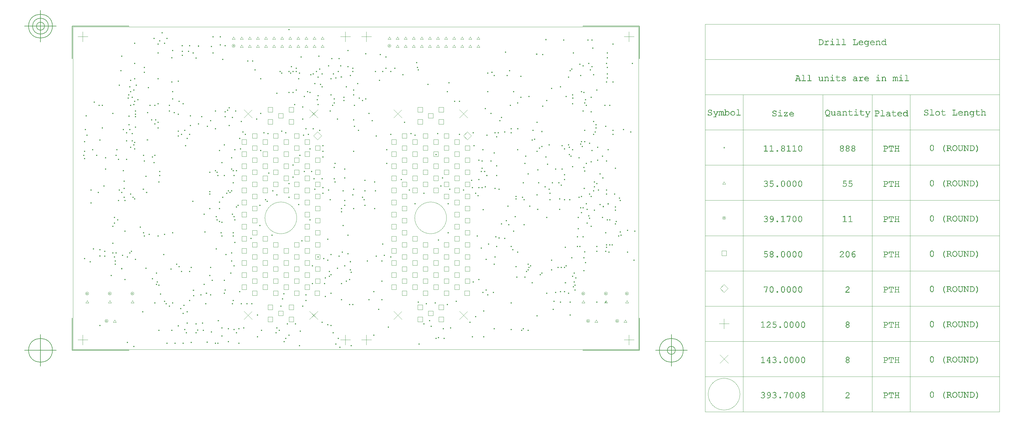
<source format=gbr>
G04 Generated by Ultiboard 14.2 *
%FSLAX24Y24*%
%MOIN*%

%ADD10C,0.0001*%
%ADD11C,0.0039*%
%ADD12C,0.0004*%
%ADD13C,0.0001*%
%ADD14C,0.0050*%


G04 ColorRGB 000000 for the following layer *
%LNDrill Symbols-Copper Top-Copper Bottom*%
%LPD*%
G54D11*
X575Y38800D02*
X1825Y38800D01*
X1200Y38175D02*
X1200Y39425D01*
X35675Y38800D02*
X36925Y38800D01*
X36300Y38175D02*
X36300Y39425D01*
X68175Y38800D02*
X69425Y38800D01*
X68800Y38175D02*
X68800Y39425D01*
X33700Y38175D02*
X33700Y39425D01*
X33075Y38800D02*
X34325Y38800D01*
X68175Y1200D02*
X69425Y1200D01*
X68800Y575D02*
X68800Y1825D01*
X33075Y1200D02*
X34325Y1200D01*
X33700Y575D02*
X33700Y1825D01*
X35675Y1200D02*
X36925Y1200D01*
X36300Y575D02*
X36300Y1825D01*
X575Y1200D02*
X1825Y1200D01*
X1200Y575D02*
X1200Y1825D01*
X39684Y28744D02*
X40696Y29756D01*
X39684Y29756D02*
X40696Y28744D01*
X47804Y29756D02*
X48816Y28744D01*
X47804Y28744D02*
X48816Y29756D01*
X39684Y4756D02*
X40696Y3744D01*
X39684Y3744D02*
X40696Y4756D01*
X47804Y3744D02*
X48816Y4756D01*
X47804Y4756D02*
X48816Y3744D01*
X42281Y16325D02*
G75*
D01*
G02X42281Y16325I1969J0*
G01*
X48510Y14210D02*
X49090Y14210D01*
X49090Y14790D01*
X48510Y14790D01*
X48510Y14210D01*
X47210Y13460D02*
X47790Y13460D01*
X47790Y14040D01*
X47210Y14040D01*
X47210Y13460D01*
X47210Y7460D02*
X47790Y7460D01*
X47790Y8040D01*
X47210Y8040D01*
X47210Y7460D01*
X48460Y6710D02*
X49040Y6710D01*
X49040Y7290D01*
X48460Y7290D01*
X48460Y6710D01*
X47210Y8960D02*
X47790Y8960D01*
X47790Y9540D01*
X47210Y9540D01*
X47210Y8960D01*
X45910Y12710D02*
X46490Y12710D01*
X46490Y13290D01*
X45910Y13290D01*
X45910Y12710D01*
X48510Y12710D02*
X49090Y12710D01*
X49090Y13290D01*
X48510Y13290D01*
X48510Y12710D01*
X48510Y18710D02*
X49090Y18710D01*
X49090Y19290D01*
X48510Y19290D01*
X48510Y18710D01*
X48510Y24710D02*
X49090Y24710D01*
X49090Y25290D01*
X48510Y25290D01*
X48510Y24710D01*
X44610Y7460D02*
X45190Y7460D01*
X45190Y8040D01*
X44610Y8040D01*
X44610Y7460D01*
X45260Y4960D02*
X45840Y4960D01*
X45840Y5540D01*
X45260Y5540D01*
X45260Y4960D01*
X45260Y3460D02*
X45840Y3460D01*
X45840Y4040D01*
X45260Y4040D01*
X45260Y3460D01*
X44610Y10460D02*
X45190Y10460D01*
X45190Y11040D01*
X44610Y11040D01*
X44610Y10460D01*
X44610Y8960D02*
X45190Y8960D01*
X45190Y9540D01*
X44610Y9540D01*
X44610Y8960D01*
X44610Y11960D02*
X45190Y11960D01*
X45190Y12540D01*
X44610Y12540D01*
X44610Y11960D01*
X43960Y28710D02*
X44540Y28710D01*
X44540Y29290D01*
X43960Y29290D01*
X43960Y28710D01*
X45260Y29460D02*
X45840Y29460D01*
X45840Y30040D01*
X45260Y30040D01*
X45260Y29460D01*
X45260Y27960D02*
X45840Y27960D01*
X45840Y28540D01*
X45260Y28540D01*
X45260Y27960D01*
X43310Y12710D02*
X43890Y12710D01*
X43890Y13290D01*
X43310Y13290D01*
X43310Y12710D01*
X43310Y11210D02*
X43890Y11210D01*
X43890Y11790D01*
X43310Y11790D01*
X43310Y11210D01*
X43960Y4210D02*
X44540Y4210D01*
X44540Y4790D01*
X43960Y4790D01*
X43960Y4210D01*
X42660Y29460D02*
X43240Y29460D01*
X43240Y30040D01*
X42660Y30040D01*
X42660Y29460D01*
X42660Y27960D02*
X43240Y27960D01*
X43240Y28540D01*
X42660Y28540D01*
X42660Y27960D01*
X39410Y7460D02*
X39990Y7460D01*
X39990Y8040D01*
X39410Y8040D01*
X39410Y7460D01*
X42660Y3460D02*
X43240Y3460D01*
X43240Y4040D01*
X42660Y4040D01*
X42660Y3460D01*
X39410Y13460D02*
X39990Y13460D01*
X39990Y14040D01*
X39410Y14040D01*
X39410Y13460D01*
X39410Y10460D02*
X39990Y10460D01*
X39990Y11040D01*
X39410Y11040D01*
X39410Y10460D01*
X39410Y8960D02*
X39990Y8960D01*
X39990Y9540D01*
X39410Y9540D01*
X39410Y8960D01*
X39410Y11960D02*
X39990Y11960D01*
X39990Y12540D01*
X39410Y12540D01*
X39410Y11960D01*
X39410Y16460D02*
X39990Y16460D01*
X39990Y17040D01*
X39410Y17040D01*
X39410Y16460D01*
X39410Y14960D02*
X39990Y14960D01*
X39990Y15540D01*
X39410Y15540D01*
X39410Y14960D01*
X39410Y17960D02*
X39990Y17960D01*
X39990Y18540D01*
X39410Y18540D01*
X39410Y17960D01*
X39410Y19460D02*
X39990Y19460D01*
X39990Y20040D01*
X39410Y20040D01*
X39410Y19460D01*
X44610Y19460D02*
X45190Y19460D01*
X45190Y20040D01*
X44610Y20040D01*
X44610Y19460D01*
X47210Y19460D02*
X47790Y19460D01*
X47790Y20040D01*
X47210Y20040D01*
X47210Y19460D01*
X40710Y20210D02*
X41290Y20210D01*
X41290Y20790D01*
X40710Y20790D01*
X40710Y20210D01*
X43310Y20210D02*
X43890Y20210D01*
X43890Y20790D01*
X43310Y20790D01*
X43310Y20210D01*
X39410Y20960D02*
X39990Y20960D01*
X39990Y21540D01*
X39410Y21540D01*
X39410Y20960D01*
X44610Y20960D02*
X45190Y20960D01*
X45190Y21540D01*
X44610Y21540D01*
X44610Y20960D01*
X47210Y20960D02*
X47790Y20960D01*
X47790Y21540D01*
X47210Y21540D01*
X47210Y20960D01*
X40710Y21710D02*
X41290Y21710D01*
X41290Y22290D01*
X40710Y22290D01*
X40710Y21710D01*
X43310Y21710D02*
X43890Y21710D01*
X43890Y22290D01*
X43310Y22290D01*
X43310Y21710D01*
X45910Y21710D02*
X46490Y21710D01*
X46490Y22290D01*
X45910Y22290D01*
X45910Y21710D01*
X39410Y22460D02*
X39990Y22460D01*
X39990Y23040D01*
X39410Y23040D01*
X39410Y22460D01*
X42010Y22460D02*
X42590Y22460D01*
X42590Y23040D01*
X42010Y23040D01*
X42010Y22460D01*
X44610Y22460D02*
X45190Y22460D01*
X45190Y23040D01*
X44610Y23040D01*
X44610Y22460D01*
X40710Y23210D02*
X41290Y23210D01*
X41290Y23790D01*
X40710Y23790D01*
X40710Y23210D01*
X43310Y23210D02*
X43890Y23210D01*
X43890Y23790D01*
X43310Y23790D01*
X43310Y23210D01*
X39410Y23960D02*
X39990Y23960D01*
X39990Y24540D01*
X39410Y24540D01*
X39410Y23960D01*
X42010Y23960D02*
X42590Y23960D01*
X42590Y24540D01*
X42010Y24540D01*
X42010Y23960D01*
X44610Y23960D02*
X45190Y23960D01*
X45190Y24540D01*
X44610Y24540D01*
X44610Y23960D01*
X40710Y24710D02*
X41290Y24710D01*
X41290Y25290D01*
X40710Y25290D01*
X40710Y24710D01*
X43310Y24710D02*
X43890Y24710D01*
X43890Y25290D01*
X43310Y25290D01*
X43310Y24710D01*
X39410Y25460D02*
X39990Y25460D01*
X39990Y26040D01*
X39410Y26040D01*
X39410Y25460D01*
X42010Y25460D02*
X42590Y25460D01*
X42590Y26040D01*
X42010Y26040D01*
X42010Y25460D01*
X44610Y25460D02*
X45190Y25460D01*
X45190Y26040D01*
X44610Y26040D01*
X44610Y25460D01*
X47210Y25460D02*
X47790Y25460D01*
X47790Y26040D01*
X47210Y26040D01*
X47210Y25460D01*
X43310Y26210D02*
X43890Y26210D01*
X43890Y26790D01*
X43310Y26790D01*
X43310Y26210D01*
X40710Y26210D02*
X41290Y26210D01*
X41290Y26790D01*
X40710Y26790D01*
X40710Y26210D01*
X40710Y14210D02*
X41290Y14210D01*
X41290Y14790D01*
X40710Y14790D01*
X40710Y14210D01*
X42010Y13460D02*
X42590Y13460D01*
X42590Y14040D01*
X42010Y14040D01*
X42010Y13460D01*
X40710Y12710D02*
X41290Y12710D01*
X41290Y13290D01*
X40710Y13290D01*
X40710Y12710D01*
X40710Y11210D02*
X41290Y11210D01*
X41290Y11790D01*
X40710Y11790D01*
X40710Y11210D01*
X42010Y11960D02*
X42590Y11960D01*
X42590Y12540D01*
X42010Y12540D01*
X42010Y11960D01*
X40710Y17210D02*
X41290Y17210D01*
X41290Y17790D01*
X40710Y17790D01*
X40710Y17210D01*
X40710Y15710D02*
X41290Y15710D01*
X41290Y16290D01*
X40710Y16290D01*
X40710Y15710D01*
X48510Y20210D02*
X49090Y20210D01*
X49090Y20790D01*
X48510Y20790D01*
X48510Y20210D01*
X47210Y14960D02*
X47790Y14960D01*
X47790Y15540D01*
X47210Y15540D01*
X47210Y14960D01*
X47210Y16460D02*
X47790Y16460D01*
X47790Y17040D01*
X47210Y17040D01*
X47210Y16460D01*
X48510Y17210D02*
X49090Y17210D01*
X49090Y17790D01*
X48510Y17790D01*
X48510Y17210D01*
X48510Y15710D02*
X49090Y15710D01*
X49090Y16290D01*
X48510Y16290D01*
X48510Y15710D01*
X48510Y23210D02*
X49090Y23210D01*
X49090Y23790D01*
X48510Y23790D01*
X48510Y23210D01*
X48510Y21710D02*
X49090Y21710D01*
X49090Y22290D01*
X48510Y22290D01*
X48510Y21710D01*
X40710Y18710D02*
X41290Y18710D01*
X41290Y19290D01*
X40710Y19290D01*
X40710Y18710D01*
X42010Y19460D02*
X42590Y19460D01*
X42590Y20040D01*
X42010Y20040D01*
X42010Y19460D01*
X45910Y18710D02*
X46490Y18710D01*
X46490Y19290D01*
X45910Y19290D01*
X45910Y18710D01*
X47210Y17960D02*
X47790Y17960D01*
X47790Y18540D01*
X47210Y18540D01*
X47210Y17960D01*
X45910Y20210D02*
X46490Y20210D01*
X46490Y20790D01*
X45910Y20790D01*
X45910Y20210D01*
X42010Y20960D02*
X42590Y20960D01*
X42590Y21540D01*
X42010Y21540D01*
X42010Y20960D01*
X47210Y22460D02*
X47790Y22460D01*
X47790Y23040D01*
X47210Y23040D01*
X47210Y22460D01*
X45910Y23210D02*
X46490Y23210D01*
X46490Y23790D01*
X45910Y23790D01*
X45910Y23210D01*
X47210Y23960D02*
X47790Y23960D01*
X47790Y24540D01*
X47210Y24540D01*
X47210Y23960D01*
X45910Y24710D02*
X46490Y24710D01*
X46490Y25290D01*
X45910Y25290D01*
X45910Y24710D01*
X45910Y26210D02*
X46490Y26210D01*
X46490Y26790D01*
X45910Y26790D01*
X45910Y26210D01*
X43310Y9710D02*
X43890Y9710D01*
X43890Y10290D01*
X43310Y10290D01*
X43310Y9710D01*
X43310Y8210D02*
X43890Y8210D01*
X43890Y8790D01*
X43310Y8790D01*
X43310Y8210D01*
X43310Y6710D02*
X43890Y6710D01*
X43890Y7290D01*
X43310Y7290D01*
X43310Y6710D01*
X42010Y7460D02*
X42590Y7460D01*
X42590Y8040D01*
X42010Y8040D01*
X42010Y7460D01*
X40710Y8210D02*
X41290Y8210D01*
X41290Y8790D01*
X40710Y8790D01*
X40710Y8210D01*
X40710Y6710D02*
X41290Y6710D01*
X41290Y7290D01*
X40710Y7290D01*
X40710Y6710D01*
X40710Y9710D02*
X41290Y9710D01*
X41290Y10290D01*
X40710Y10290D01*
X40710Y9710D01*
X42010Y10460D02*
X42590Y10460D01*
X42590Y11040D01*
X42010Y11040D01*
X42010Y10460D01*
X42010Y8960D02*
X42590Y8960D01*
X42590Y9540D01*
X42010Y9540D01*
X42010Y8960D01*
X48510Y8210D02*
X49090Y8210D01*
X49090Y8790D01*
X48510Y8790D01*
X48510Y8210D01*
X45910Y8210D02*
X46490Y8210D01*
X46490Y8790D01*
X45910Y8790D01*
X45910Y8210D01*
X45910Y6710D02*
X46490Y6710D01*
X46490Y7290D01*
X45910Y7290D01*
X45910Y6710D01*
X47210Y10460D02*
X47790Y10460D01*
X47790Y11040D01*
X47210Y11040D01*
X47210Y10460D01*
X47210Y11960D02*
X47790Y11960D01*
X47790Y12540D01*
X47210Y12540D01*
X47210Y11960D01*
X45910Y11210D02*
X46490Y11210D01*
X46490Y11790D01*
X45910Y11790D01*
X45910Y11210D01*
X45910Y9710D02*
X46490Y9710D01*
X46490Y10290D01*
X45910Y10290D01*
X45910Y9710D01*
X48510Y11210D02*
X49090Y11210D01*
X49090Y11790D01*
X48510Y11790D01*
X48510Y11210D01*
X48510Y9710D02*
X49090Y9710D01*
X49090Y10290D01*
X48510Y10290D01*
X48510Y9710D01*
X42660Y4960D02*
X43240Y4960D01*
X43240Y5540D01*
X42660Y5540D01*
X42660Y4960D01*
X48800Y26005D02*
X49295Y26500D01*
X48800Y26995D01*
X48305Y26500D01*
X48800Y26005D01*
X21144Y28744D02*
X22156Y29756D01*
X21144Y29756D02*
X22156Y28744D01*
X29264Y28744D02*
X30276Y29756D01*
X29264Y29756D02*
X30276Y28744D01*
X21144Y4756D02*
X22156Y3744D01*
X21144Y3744D02*
X22156Y4756D01*
X29264Y3744D02*
X30276Y4756D01*
X29264Y4756D02*
X30276Y3744D01*
X23741Y16325D02*
G75*
D01*
G02X23741Y16325I1969J0*
G01*
X29970Y12710D02*
X30550Y12710D01*
X30550Y13290D01*
X29970Y13290D01*
X29970Y12710D01*
X29970Y14210D02*
X30550Y14210D01*
X30550Y14790D01*
X29970Y14790D01*
X29970Y14210D01*
X28670Y13460D02*
X29250Y13460D01*
X29250Y14040D01*
X28670Y14040D01*
X28670Y13460D01*
X28670Y7460D02*
X29250Y7460D01*
X29250Y8040D01*
X28670Y8040D01*
X28670Y7460D01*
X29920Y6710D02*
X30500Y6710D01*
X30500Y7290D01*
X29920Y7290D01*
X29920Y6710D01*
X28670Y8960D02*
X29250Y8960D01*
X29250Y9540D01*
X28670Y9540D01*
X28670Y8960D01*
X27370Y12710D02*
X27950Y12710D01*
X27950Y13290D01*
X27370Y13290D01*
X27370Y12710D01*
X29970Y18710D02*
X30550Y18710D01*
X30550Y19290D01*
X29970Y19290D01*
X29970Y18710D01*
X29970Y24710D02*
X30550Y24710D01*
X30550Y25290D01*
X29970Y25290D01*
X29970Y24710D01*
X26070Y7460D02*
X26650Y7460D01*
X26650Y8040D01*
X26070Y8040D01*
X26070Y7460D01*
X26720Y4960D02*
X27300Y4960D01*
X27300Y5540D01*
X26720Y5540D01*
X26720Y4960D01*
X26720Y3460D02*
X27300Y3460D01*
X27300Y4040D01*
X26720Y4040D01*
X26720Y3460D01*
X26070Y10460D02*
X26650Y10460D01*
X26650Y11040D01*
X26070Y11040D01*
X26070Y10460D01*
X26070Y8960D02*
X26650Y8960D01*
X26650Y9540D01*
X26070Y9540D01*
X26070Y8960D01*
X26070Y11960D02*
X26650Y11960D01*
X26650Y12540D01*
X26070Y12540D01*
X26070Y11960D01*
X25420Y28710D02*
X26000Y28710D01*
X26000Y29290D01*
X25420Y29290D01*
X25420Y28710D01*
X26720Y29460D02*
X27300Y29460D01*
X27300Y30040D01*
X26720Y30040D01*
X26720Y29460D01*
X26720Y27960D02*
X27300Y27960D01*
X27300Y28540D01*
X26720Y28540D01*
X26720Y27960D01*
X24770Y12710D02*
X25350Y12710D01*
X25350Y13290D01*
X24770Y13290D01*
X24770Y12710D01*
X24770Y11210D02*
X25350Y11210D01*
X25350Y11790D01*
X24770Y11790D01*
X24770Y11210D01*
X25420Y4210D02*
X26000Y4210D01*
X26000Y4790D01*
X25420Y4790D01*
X25420Y4210D01*
X24120Y29460D02*
X24700Y29460D01*
X24700Y30040D01*
X24120Y30040D01*
X24120Y29460D01*
X24120Y27960D02*
X24700Y27960D01*
X24700Y28540D01*
X24120Y28540D01*
X24120Y27960D01*
X20870Y7460D02*
X21450Y7460D01*
X21450Y8040D01*
X20870Y8040D01*
X20870Y7460D01*
X24120Y3460D02*
X24700Y3460D01*
X24700Y4040D01*
X24120Y4040D01*
X24120Y3460D01*
X20870Y13460D02*
X21450Y13460D01*
X21450Y14040D01*
X20870Y14040D01*
X20870Y13460D01*
X20870Y10460D02*
X21450Y10460D01*
X21450Y11040D01*
X20870Y11040D01*
X20870Y10460D01*
X20870Y8960D02*
X21450Y8960D01*
X21450Y9540D01*
X20870Y9540D01*
X20870Y8960D01*
X20870Y11960D02*
X21450Y11960D01*
X21450Y12540D01*
X20870Y12540D01*
X20870Y11960D01*
X20870Y16460D02*
X21450Y16460D01*
X21450Y17040D01*
X20870Y17040D01*
X20870Y16460D01*
X20870Y14960D02*
X21450Y14960D01*
X21450Y15540D01*
X20870Y15540D01*
X20870Y14960D01*
X20870Y17960D02*
X21450Y17960D01*
X21450Y18540D01*
X20870Y18540D01*
X20870Y17960D01*
X20870Y19460D02*
X21450Y19460D01*
X21450Y20040D01*
X20870Y20040D01*
X20870Y19460D01*
X26070Y19460D02*
X26650Y19460D01*
X26650Y20040D01*
X26070Y20040D01*
X26070Y19460D01*
X28670Y19460D02*
X29250Y19460D01*
X29250Y20040D01*
X28670Y20040D01*
X28670Y19460D01*
X22170Y20210D02*
X22750Y20210D01*
X22750Y20790D01*
X22170Y20790D01*
X22170Y20210D01*
X24770Y20210D02*
X25350Y20210D01*
X25350Y20790D01*
X24770Y20790D01*
X24770Y20210D01*
X20870Y20960D02*
X21450Y20960D01*
X21450Y21540D01*
X20870Y21540D01*
X20870Y20960D01*
X26070Y20960D02*
X26650Y20960D01*
X26650Y21540D01*
X26070Y21540D01*
X26070Y20960D01*
X28670Y20960D02*
X29250Y20960D01*
X29250Y21540D01*
X28670Y21540D01*
X28670Y20960D01*
X22170Y21710D02*
X22750Y21710D01*
X22750Y22290D01*
X22170Y22290D01*
X22170Y21710D01*
X24770Y21710D02*
X25350Y21710D01*
X25350Y22290D01*
X24770Y22290D01*
X24770Y21710D01*
X27370Y21710D02*
X27950Y21710D01*
X27950Y22290D01*
X27370Y22290D01*
X27370Y21710D01*
X20870Y22460D02*
X21450Y22460D01*
X21450Y23040D01*
X20870Y23040D01*
X20870Y22460D01*
X23470Y22460D02*
X24050Y22460D01*
X24050Y23040D01*
X23470Y23040D01*
X23470Y22460D01*
X26070Y22460D02*
X26650Y22460D01*
X26650Y23040D01*
X26070Y23040D01*
X26070Y22460D01*
X22170Y23210D02*
X22750Y23210D01*
X22750Y23790D01*
X22170Y23790D01*
X22170Y23210D01*
X24770Y23210D02*
X25350Y23210D01*
X25350Y23790D01*
X24770Y23790D01*
X24770Y23210D01*
X20870Y23960D02*
X21450Y23960D01*
X21450Y24540D01*
X20870Y24540D01*
X20870Y23960D01*
X23470Y23960D02*
X24050Y23960D01*
X24050Y24540D01*
X23470Y24540D01*
X23470Y23960D01*
X26070Y23960D02*
X26650Y23960D01*
X26650Y24540D01*
X26070Y24540D01*
X26070Y23960D01*
X22170Y24710D02*
X22750Y24710D01*
X22750Y25290D01*
X22170Y25290D01*
X22170Y24710D01*
X24770Y24710D02*
X25350Y24710D01*
X25350Y25290D01*
X24770Y25290D01*
X24770Y24710D01*
X20870Y25460D02*
X21450Y25460D01*
X21450Y26040D01*
X20870Y26040D01*
X20870Y25460D01*
X23470Y25460D02*
X24050Y25460D01*
X24050Y26040D01*
X23470Y26040D01*
X23470Y25460D01*
X26070Y25460D02*
X26650Y25460D01*
X26650Y26040D01*
X26070Y26040D01*
X26070Y25460D01*
X28670Y25460D02*
X29250Y25460D01*
X29250Y26040D01*
X28670Y26040D01*
X28670Y25460D01*
X24770Y26210D02*
X25350Y26210D01*
X25350Y26790D01*
X24770Y26790D01*
X24770Y26210D01*
X22170Y26210D02*
X22750Y26210D01*
X22750Y26790D01*
X22170Y26790D01*
X22170Y26210D01*
X22170Y14210D02*
X22750Y14210D01*
X22750Y14790D01*
X22170Y14790D01*
X22170Y14210D01*
X23470Y13460D02*
X24050Y13460D01*
X24050Y14040D01*
X23470Y14040D01*
X23470Y13460D01*
X22170Y12710D02*
X22750Y12710D01*
X22750Y13290D01*
X22170Y13290D01*
X22170Y12710D01*
X22170Y11210D02*
X22750Y11210D01*
X22750Y11790D01*
X22170Y11790D01*
X22170Y11210D01*
X23470Y11960D02*
X24050Y11960D01*
X24050Y12540D01*
X23470Y12540D01*
X23470Y11960D01*
X22170Y17210D02*
X22750Y17210D01*
X22750Y17790D01*
X22170Y17790D01*
X22170Y17210D01*
X22170Y15710D02*
X22750Y15710D01*
X22750Y16290D01*
X22170Y16290D01*
X22170Y15710D01*
X29970Y20210D02*
X30550Y20210D01*
X30550Y20790D01*
X29970Y20790D01*
X29970Y20210D01*
X28670Y14960D02*
X29250Y14960D01*
X29250Y15540D01*
X28670Y15540D01*
X28670Y14960D01*
X28670Y16460D02*
X29250Y16460D01*
X29250Y17040D01*
X28670Y17040D01*
X28670Y16460D01*
X29970Y17210D02*
X30550Y17210D01*
X30550Y17790D01*
X29970Y17790D01*
X29970Y17210D01*
X29970Y15710D02*
X30550Y15710D01*
X30550Y16290D01*
X29970Y16290D01*
X29970Y15710D01*
X29970Y23210D02*
X30550Y23210D01*
X30550Y23790D01*
X29970Y23790D01*
X29970Y23210D01*
X29970Y21710D02*
X30550Y21710D01*
X30550Y22290D01*
X29970Y22290D01*
X29970Y21710D01*
X22170Y18710D02*
X22750Y18710D01*
X22750Y19290D01*
X22170Y19290D01*
X22170Y18710D01*
X23470Y19460D02*
X24050Y19460D01*
X24050Y20040D01*
X23470Y20040D01*
X23470Y19460D01*
X27370Y18710D02*
X27950Y18710D01*
X27950Y19290D01*
X27370Y19290D01*
X27370Y18710D01*
X28670Y17960D02*
X29250Y17960D01*
X29250Y18540D01*
X28670Y18540D01*
X28670Y17960D01*
X27370Y20210D02*
X27950Y20210D01*
X27950Y20790D01*
X27370Y20790D01*
X27370Y20210D01*
X23470Y20960D02*
X24050Y20960D01*
X24050Y21540D01*
X23470Y21540D01*
X23470Y20960D01*
X28670Y22460D02*
X29250Y22460D01*
X29250Y23040D01*
X28670Y23040D01*
X28670Y22460D01*
X27370Y23210D02*
X27950Y23210D01*
X27950Y23790D01*
X27370Y23790D01*
X27370Y23210D01*
X28670Y23960D02*
X29250Y23960D01*
X29250Y24540D01*
X28670Y24540D01*
X28670Y23960D01*
X27370Y24710D02*
X27950Y24710D01*
X27950Y25290D01*
X27370Y25290D01*
X27370Y24710D01*
X27370Y26210D02*
X27950Y26210D01*
X27950Y26790D01*
X27370Y26790D01*
X27370Y26210D01*
X24770Y9710D02*
X25350Y9710D01*
X25350Y10290D01*
X24770Y10290D01*
X24770Y9710D01*
X24770Y8210D02*
X25350Y8210D01*
X25350Y8790D01*
X24770Y8790D01*
X24770Y8210D01*
X24770Y6710D02*
X25350Y6710D01*
X25350Y7290D01*
X24770Y7290D01*
X24770Y6710D01*
X23470Y7460D02*
X24050Y7460D01*
X24050Y8040D01*
X23470Y8040D01*
X23470Y7460D01*
X22170Y8210D02*
X22750Y8210D01*
X22750Y8790D01*
X22170Y8790D01*
X22170Y8210D01*
X22170Y6710D02*
X22750Y6710D01*
X22750Y7290D01*
X22170Y7290D01*
X22170Y6710D01*
X22170Y9710D02*
X22750Y9710D01*
X22750Y10290D01*
X22170Y10290D01*
X22170Y9710D01*
X23470Y10460D02*
X24050Y10460D01*
X24050Y11040D01*
X23470Y11040D01*
X23470Y10460D01*
X23470Y8960D02*
X24050Y8960D01*
X24050Y9540D01*
X23470Y9540D01*
X23470Y8960D01*
X29970Y8210D02*
X30550Y8210D01*
X30550Y8790D01*
X29970Y8790D01*
X29970Y8210D01*
X27370Y8210D02*
X27950Y8210D01*
X27950Y8790D01*
X27370Y8790D01*
X27370Y8210D01*
X27370Y6710D02*
X27950Y6710D01*
X27950Y7290D01*
X27370Y7290D01*
X27370Y6710D01*
X28670Y10460D02*
X29250Y10460D01*
X29250Y11040D01*
X28670Y11040D01*
X28670Y10460D01*
X28670Y11960D02*
X29250Y11960D01*
X29250Y12540D01*
X28670Y12540D01*
X28670Y11960D01*
X27370Y11210D02*
X27950Y11210D01*
X27950Y11790D01*
X27370Y11790D01*
X27370Y11210D01*
X27370Y9710D02*
X27950Y9710D01*
X27950Y10290D01*
X27370Y10290D01*
X27370Y9710D01*
X29970Y11210D02*
X30550Y11210D01*
X30550Y11790D01*
X29970Y11790D01*
X29970Y11210D01*
X29970Y9710D02*
X30550Y9710D01*
X30550Y10290D01*
X29970Y10290D01*
X29970Y9710D01*
X24120Y4960D02*
X24700Y4960D01*
X24700Y5540D01*
X24120Y5540D01*
X24120Y4960D01*
X30260Y26005D02*
X30755Y26500D01*
X30260Y26995D01*
X29765Y26500D01*
X30260Y26005D01*
X78595Y-5539D02*
G75*
D01*
G02X78595Y-5539I1969J0*
G01*
X80058Y-1674D02*
X81069Y-663D01*
X80058Y-663D02*
X81069Y-1674D01*
X80564Y2576D02*
X80564Y3826D01*
X79939Y3201D02*
X81189Y3201D01*
X80564Y7076D02*
X81059Y7571D01*
X80564Y8066D01*
X80069Y7571D01*
X80564Y7076D01*
X80274Y11651D02*
X80854Y11651D01*
X80854Y12231D01*
X80274Y12231D01*
X80274Y11651D01*
G54D12*
X44965Y37485D02*
X45315Y37485D01*
X45140Y37784D01*
X44965Y37485D01*
X44965Y38485D02*
X45315Y38485D01*
X45140Y38784D01*
X44965Y38485D01*
X38944Y37660D02*
G75*
D01*
G02X38944Y37660I196J0*
G01*
X39064Y37604D02*
X39064Y37688D01*
X39107Y37744D01*
X39151Y37744D01*
X39194Y37688D01*
X39194Y37604D01*
X39064Y37646D02*
X39194Y37646D01*
X38965Y38485D02*
X39315Y38485D01*
X39140Y38784D01*
X38965Y38485D01*
X41965Y37485D02*
X42315Y37485D01*
X42140Y37784D01*
X41965Y37485D01*
X41965Y38485D02*
X42315Y38485D01*
X42140Y38784D01*
X41965Y38485D01*
X40965Y37485D02*
X41315Y37485D01*
X41140Y37784D01*
X40965Y37485D01*
X39965Y37485D02*
X40315Y37485D01*
X40140Y37784D01*
X39965Y37485D01*
X39965Y38485D02*
X40315Y38485D01*
X40140Y38784D01*
X39965Y38485D01*
X40965Y38485D02*
X41315Y38485D01*
X41140Y38784D01*
X40965Y38485D01*
X42965Y37485D02*
X43315Y37485D01*
X43140Y37784D01*
X42965Y37485D01*
X43965Y37485D02*
X44315Y37485D01*
X44140Y37784D01*
X43965Y37485D01*
X42965Y38485D02*
X43315Y38485D01*
X43140Y38784D01*
X42965Y38485D01*
X43965Y38485D02*
X44315Y38485D01*
X44140Y38784D01*
X43965Y38485D01*
X47965Y37485D02*
X48315Y37485D01*
X48140Y37784D01*
X47965Y37485D01*
X47965Y38485D02*
X48315Y38485D01*
X48140Y38784D01*
X47965Y38485D01*
X45965Y37485D02*
X46315Y37485D01*
X46140Y37784D01*
X45965Y37485D01*
X46965Y37485D02*
X47315Y37485D01*
X47140Y37784D01*
X46965Y37485D01*
X46965Y38485D02*
X47315Y38485D01*
X47140Y38784D01*
X46965Y38485D01*
X45965Y38485D02*
X46315Y38485D01*
X46140Y38784D01*
X45965Y38485D01*
X48965Y37485D02*
X49315Y37485D01*
X49140Y37784D01*
X48965Y37485D01*
X49965Y37485D02*
X50315Y37485D01*
X50140Y37784D01*
X49965Y37485D01*
X49965Y38485D02*
X50315Y38485D01*
X50140Y38784D01*
X49965Y38485D01*
X48965Y38485D02*
X49315Y38485D01*
X49140Y38784D01*
X48965Y38485D01*
X30241Y33741D02*
X30359Y33741D01*
X30359Y33859D01*
X30241Y33859D01*
X30241Y33741D01*
X30277Y33783D02*
X30277Y33808D01*
X30290Y33825D01*
X30303Y33825D01*
X30316Y33808D01*
X30316Y33783D01*
X30277Y33796D02*
X30316Y33796D01*
X33741Y32541D02*
X33859Y32541D01*
X33859Y32659D01*
X33741Y32659D01*
X33741Y32541D01*
X33777Y32583D02*
X33777Y32608D01*
X33790Y32625D01*
X33803Y32625D01*
X33816Y32608D01*
X33816Y32583D01*
X33777Y32596D02*
X33816Y32596D01*
X33123Y33759D02*
X33241Y33759D01*
X33241Y33877D01*
X33123Y33877D01*
X33123Y33759D01*
X33159Y33801D02*
X33159Y33827D01*
X33172Y33843D01*
X33185Y33843D01*
X33198Y33827D01*
X33198Y33801D01*
X33159Y33814D02*
X33198Y33814D01*
X33741Y8441D02*
X33859Y8441D01*
X33859Y8559D01*
X33741Y8559D01*
X33741Y8441D01*
X33777Y8483D02*
X33777Y8508D01*
X33790Y8525D01*
X33803Y8525D01*
X33816Y8508D01*
X33816Y8483D01*
X33777Y8496D02*
X33816Y8496D01*
X11241Y14241D02*
X11359Y14241D01*
X11359Y14359D01*
X11241Y14359D01*
X11241Y14241D01*
X11277Y14283D02*
X11277Y14308D01*
X11290Y14325D01*
X11303Y14325D01*
X11316Y14308D01*
X11316Y14283D01*
X11277Y14296D02*
X11316Y14296D01*
X12241Y14441D02*
X12359Y14441D01*
X12359Y14559D01*
X12241Y14559D01*
X12241Y14441D01*
X12277Y14483D02*
X12277Y14508D01*
X12290Y14525D01*
X12303Y14525D01*
X12316Y14508D01*
X12316Y14483D01*
X12277Y14496D02*
X12316Y14496D01*
X8741Y14041D02*
X8859Y14041D01*
X8859Y14159D01*
X8741Y14159D01*
X8741Y14041D01*
X8777Y14083D02*
X8777Y14108D01*
X8790Y14125D01*
X8803Y14125D01*
X8816Y14108D01*
X8816Y14083D01*
X8777Y14096D02*
X8816Y14096D01*
X8641Y14441D02*
X8759Y14441D01*
X8759Y14559D01*
X8641Y14559D01*
X8641Y14441D01*
X8677Y14483D02*
X8677Y14508D01*
X8690Y14525D01*
X8703Y14525D01*
X8716Y14508D01*
X8716Y14483D01*
X8677Y14496D02*
X8716Y14496D01*
X19741Y14441D02*
X19859Y14441D01*
X19859Y14559D01*
X19741Y14559D01*
X19741Y14441D01*
X19777Y14483D02*
X19777Y14508D01*
X19790Y14525D01*
X19803Y14525D01*
X19816Y14508D01*
X19816Y14483D01*
X19777Y14496D02*
X19816Y14496D01*
X18341Y15741D02*
X18459Y15741D01*
X18459Y15859D01*
X18341Y15859D01*
X18341Y15741D01*
X18377Y15783D02*
X18377Y15808D01*
X18390Y15825D01*
X18403Y15825D01*
X18416Y15808D01*
X18416Y15783D01*
X18377Y15796D02*
X18416Y15796D01*
X17741Y16041D02*
X17859Y16041D01*
X17859Y16159D01*
X17741Y16159D01*
X17741Y16041D01*
X17777Y16083D02*
X17777Y16108D01*
X17790Y16125D01*
X17803Y16125D01*
X17816Y16108D01*
X17816Y16083D01*
X17777Y16096D02*
X17816Y16096D01*
X19841Y16441D02*
X19959Y16441D01*
X19959Y16559D01*
X19841Y16559D01*
X19841Y16441D01*
X19877Y16483D02*
X19877Y16508D01*
X19890Y16525D01*
X19903Y16525D01*
X19916Y16508D01*
X19916Y16483D01*
X19877Y16496D02*
X19916Y16496D01*
X24141Y21841D02*
X24259Y21841D01*
X24259Y21959D01*
X24141Y21959D01*
X24141Y21841D01*
X24177Y21883D02*
X24177Y21908D01*
X24190Y21925D01*
X24203Y21925D01*
X24216Y21908D01*
X24216Y21883D01*
X24177Y21896D02*
X24216Y21896D01*
X5041Y15641D02*
X5159Y15641D01*
X5159Y15759D01*
X5041Y15759D01*
X5041Y15641D01*
X5077Y15683D02*
X5077Y15708D01*
X5090Y15725D01*
X5103Y15725D01*
X5116Y15708D01*
X5116Y15683D01*
X5077Y15696D02*
X5116Y15696D01*
X5441Y16041D02*
X5559Y16041D01*
X5559Y16159D01*
X5441Y16159D01*
X5441Y16041D01*
X5477Y16083D02*
X5477Y16108D01*
X5490Y16125D01*
X5503Y16125D01*
X5516Y16108D01*
X5516Y16083D01*
X5477Y16096D02*
X5516Y16096D01*
X22041Y5641D02*
X22159Y5641D01*
X22159Y5759D01*
X22041Y5759D01*
X22041Y5641D01*
X22077Y5683D02*
X22077Y5708D01*
X22090Y5725D01*
X22103Y5725D01*
X22116Y5708D01*
X22116Y5683D01*
X22077Y5696D02*
X22116Y5696D01*
X5041Y16341D02*
X5159Y16341D01*
X5159Y16459D01*
X5041Y16459D01*
X5041Y16341D01*
X5077Y16383D02*
X5077Y16408D01*
X5090Y16425D01*
X5103Y16425D01*
X5116Y16408D01*
X5116Y16383D01*
X5077Y16396D02*
X5116Y16396D01*
X21441Y5641D02*
X21559Y5641D01*
X21559Y5759D01*
X21441Y5759D01*
X21441Y5641D01*
X21477Y5683D02*
X21477Y5708D01*
X21490Y5725D01*
X21503Y5725D01*
X21516Y5708D01*
X21516Y5683D01*
X21477Y5696D02*
X21516Y5696D01*
X17841Y21541D02*
X17959Y21541D01*
X17959Y21659D01*
X17841Y21659D01*
X17841Y21541D01*
X17877Y21583D02*
X17877Y21608D01*
X17890Y21625D01*
X17903Y21625D01*
X17916Y21608D01*
X17916Y21583D01*
X17877Y21596D02*
X17916Y21596D01*
X18641Y21541D02*
X18759Y21541D01*
X18759Y21659D01*
X18641Y21659D01*
X18641Y21541D01*
X18677Y21583D02*
X18677Y21608D01*
X18690Y21625D01*
X18703Y21625D01*
X18716Y21608D01*
X18716Y21583D01*
X18677Y21596D02*
X18716Y21596D01*
X19841Y21541D02*
X19959Y21541D01*
X19959Y21659D01*
X19841Y21659D01*
X19841Y21541D01*
X19877Y21583D02*
X19877Y21608D01*
X19890Y21625D01*
X19903Y21625D01*
X19916Y21608D01*
X19916Y21583D01*
X19877Y21596D02*
X19916Y21596D01*
X10041Y27941D02*
X10159Y27941D01*
X10159Y28059D01*
X10041Y28059D01*
X10041Y27941D01*
X10077Y27983D02*
X10077Y28008D01*
X10090Y28025D01*
X10103Y28025D01*
X10116Y28008D01*
X10116Y27983D01*
X10077Y27996D02*
X10116Y27996D01*
X9641Y28441D02*
X9759Y28441D01*
X9759Y28559D01*
X9641Y28559D01*
X9641Y28441D01*
X9677Y28483D02*
X9677Y28508D01*
X9690Y28525D01*
X9703Y28525D01*
X9716Y28508D01*
X9716Y28483D01*
X9677Y28496D02*
X9716Y28496D01*
X61941Y8341D02*
X62059Y8341D01*
X62059Y8459D01*
X61941Y8459D01*
X61941Y8341D01*
X61977Y8383D02*
X61977Y8408D01*
X61990Y8425D01*
X62003Y8425D01*
X62016Y8408D01*
X62016Y8383D01*
X61977Y8396D02*
X62016Y8396D01*
X64141Y35041D02*
X64259Y35041D01*
X64259Y35159D01*
X64141Y35159D01*
X64141Y35041D01*
X64177Y35083D02*
X64177Y35108D01*
X64190Y35125D01*
X64203Y35125D01*
X64216Y35108D01*
X64216Y35083D01*
X64177Y35096D02*
X64216Y35096D01*
X66041Y34941D02*
X66159Y34941D01*
X66159Y35059D01*
X66041Y35059D01*
X66041Y34941D01*
X66077Y34983D02*
X66077Y35008D01*
X66090Y35025D01*
X66103Y35025D01*
X66116Y35008D01*
X66116Y34983D01*
X66077Y34996D02*
X66116Y34996D01*
X65941Y35441D02*
X66059Y35441D01*
X66059Y35559D01*
X65941Y35559D01*
X65941Y35441D01*
X65977Y35483D02*
X65977Y35508D01*
X65990Y35525D01*
X66003Y35525D01*
X66016Y35508D01*
X66016Y35483D01*
X65977Y35496D02*
X66016Y35496D01*
X43641Y5641D02*
X43759Y5641D01*
X43759Y5759D01*
X43641Y5759D01*
X43641Y5641D01*
X43677Y5683D02*
X43677Y5708D01*
X43690Y5725D01*
X43703Y5725D01*
X43716Y5708D01*
X43716Y5683D01*
X43677Y5696D02*
X43716Y5696D01*
X59141Y11041D02*
X59259Y11041D01*
X59259Y11159D01*
X59141Y11159D01*
X59141Y11041D01*
X59177Y11083D02*
X59177Y11108D01*
X59190Y11125D01*
X59203Y11125D01*
X59216Y11108D01*
X59216Y11083D01*
X59177Y11096D02*
X59216Y11096D01*
X66041Y34141D02*
X66159Y34141D01*
X66159Y34259D01*
X66041Y34259D01*
X66041Y34141D01*
X66077Y34183D02*
X66077Y34208D01*
X66090Y34225D01*
X66103Y34225D01*
X66116Y34208D01*
X66116Y34183D01*
X66077Y34196D02*
X66116Y34196D01*
X62641Y35341D02*
X62759Y35341D01*
X62759Y35459D01*
X62641Y35459D01*
X62641Y35341D01*
X62677Y35383D02*
X62677Y35408D01*
X62690Y35425D01*
X62703Y35425D01*
X62716Y35408D01*
X62716Y35383D01*
X62677Y35396D02*
X62716Y35396D01*
X42541Y34941D02*
X42659Y34941D01*
X42659Y35059D01*
X42541Y35059D01*
X42541Y34941D01*
X42577Y34983D02*
X42577Y35008D01*
X42590Y35025D01*
X42603Y35025D01*
X42616Y35008D01*
X42616Y34983D01*
X42577Y34996D02*
X42616Y34996D01*
X39741Y34841D02*
X39859Y34841D01*
X39859Y34959D01*
X39741Y34959D01*
X39741Y34841D01*
X39777Y34883D02*
X39777Y34908D01*
X39790Y34925D01*
X39803Y34925D01*
X39816Y34908D01*
X39816Y34883D01*
X39777Y34896D02*
X39816Y34896D01*
X38641Y34841D02*
X38759Y34841D01*
X38759Y34959D01*
X38641Y34959D01*
X38641Y34841D01*
X38677Y34883D02*
X38677Y34908D01*
X38690Y34925D01*
X38703Y34925D01*
X38716Y34908D01*
X38716Y34883D01*
X38677Y34896D02*
X38716Y34896D01*
X38441Y11641D02*
X38559Y11641D01*
X38559Y11759D01*
X38441Y11759D01*
X38441Y11641D01*
X38477Y11683D02*
X38477Y11708D01*
X38490Y11725D01*
X38503Y11725D01*
X38516Y11708D01*
X38516Y11683D01*
X38477Y11696D02*
X38516Y11696D01*
X39241Y11441D02*
X39359Y11441D01*
X39359Y11559D01*
X39241Y11559D01*
X39241Y11441D01*
X39277Y11483D02*
X39277Y11508D01*
X39290Y11525D01*
X39303Y11525D01*
X39316Y11508D01*
X39316Y11483D01*
X39277Y11496D02*
X39316Y11496D01*
X52541Y26841D02*
X52659Y26841D01*
X52659Y26959D01*
X52541Y26959D01*
X52541Y26841D01*
X52577Y26883D02*
X52577Y26908D01*
X52590Y26925D01*
X52603Y26925D01*
X52616Y26908D01*
X52616Y26883D01*
X52577Y26896D02*
X52616Y26896D01*
X64441Y20741D02*
X64559Y20741D01*
X64559Y20859D01*
X64441Y20859D01*
X64441Y20741D01*
X64477Y20783D02*
X64477Y20808D01*
X64490Y20825D01*
X64503Y20825D01*
X64516Y20808D01*
X64516Y20783D01*
X64477Y20796D02*
X64516Y20796D01*
X49241Y20941D02*
X49359Y20941D01*
X49359Y21059D01*
X49241Y21059D01*
X49241Y20941D01*
X49277Y20983D02*
X49277Y21008D01*
X49290Y21025D01*
X49303Y21025D01*
X49316Y21008D01*
X49316Y20983D01*
X49277Y20996D02*
X49316Y20996D01*
X58941Y19341D02*
X59059Y19341D01*
X59059Y19459D01*
X58941Y19459D01*
X58941Y19341D01*
X58977Y19383D02*
X58977Y19408D01*
X58990Y19425D01*
X59003Y19425D01*
X59016Y19408D01*
X59016Y19383D01*
X58977Y19396D02*
X59016Y19396D01*
X49741Y19341D02*
X49859Y19341D01*
X49859Y19459D01*
X49741Y19459D01*
X49741Y19341D01*
X49777Y19383D02*
X49777Y19408D01*
X49790Y19425D01*
X49803Y19425D01*
X49816Y19408D01*
X49816Y19383D01*
X49777Y19396D02*
X49816Y19396D01*
X12241Y31941D02*
X12359Y31941D01*
X12359Y32059D01*
X12241Y32059D01*
X12241Y31941D01*
X12277Y31983D02*
X12277Y32008D01*
X12290Y32025D01*
X12303Y32025D01*
X12316Y32008D01*
X12316Y31983D01*
X12277Y31996D02*
X12316Y31996D01*
X27341Y30341D02*
X27459Y30341D01*
X27459Y30459D01*
X27341Y30459D01*
X27341Y30341D01*
X27377Y30383D02*
X27377Y30408D01*
X27390Y30425D01*
X27403Y30425D01*
X27416Y30408D01*
X27416Y30383D01*
X27377Y30396D02*
X27416Y30396D01*
X11241Y5941D02*
X11359Y5941D01*
X11359Y6059D01*
X11241Y6059D01*
X11241Y5941D01*
X11277Y5983D02*
X11277Y6008D01*
X11290Y6025D01*
X11303Y6025D01*
X11316Y6008D01*
X11316Y5983D01*
X11277Y5996D02*
X11316Y5996D01*
X11441Y5641D02*
X11559Y5641D01*
X11559Y5759D01*
X11441Y5759D01*
X11441Y5641D01*
X11477Y5683D02*
X11477Y5708D01*
X11490Y5725D01*
X11503Y5725D01*
X11516Y5708D01*
X11516Y5683D01*
X11477Y5696D02*
X11516Y5696D01*
X11841Y5341D02*
X11959Y5341D01*
X11959Y5459D01*
X11841Y5459D01*
X11841Y5341D01*
X11877Y5383D02*
X11877Y5408D01*
X11890Y5425D01*
X11903Y5425D01*
X11916Y5408D01*
X11916Y5383D01*
X11877Y5396D02*
X11916Y5396D01*
X17541Y741D02*
X17659Y741D01*
X17659Y859D01*
X17541Y859D01*
X17541Y741D01*
X17577Y783D02*
X17577Y808D01*
X17590Y825D01*
X17603Y825D01*
X17616Y808D01*
X17616Y783D01*
X17577Y796D02*
X17616Y796D01*
X12141Y2341D02*
X12259Y2341D01*
X12259Y2459D01*
X12141Y2459D01*
X12141Y2341D01*
X12177Y2383D02*
X12177Y2408D01*
X12190Y2425D01*
X12203Y2425D01*
X12216Y2408D01*
X12216Y2383D01*
X12177Y2396D02*
X12216Y2396D01*
X16521Y861D02*
X16639Y861D01*
X16639Y979D01*
X16521Y979D01*
X16521Y861D01*
X16557Y903D02*
X16557Y928D01*
X16570Y945D01*
X16584Y945D01*
X16597Y928D01*
X16597Y903D01*
X16557Y915D02*
X16597Y915D01*
X12241Y5741D02*
X12359Y5741D01*
X12359Y5859D01*
X12241Y5859D01*
X12241Y5741D01*
X12277Y5783D02*
X12277Y5808D01*
X12290Y5825D01*
X12303Y5825D01*
X12316Y5808D01*
X12316Y5783D01*
X12277Y5796D02*
X12316Y5796D01*
X14041Y3241D02*
X14159Y3241D01*
X14159Y3359D01*
X14041Y3359D01*
X14041Y3241D01*
X14077Y3283D02*
X14077Y3308D01*
X14090Y3325D01*
X14103Y3325D01*
X14116Y3308D01*
X14116Y3283D01*
X14077Y3296D02*
X14116Y3296D01*
X12941Y2891D02*
X13059Y2891D01*
X13059Y3009D01*
X12941Y3009D01*
X12941Y2891D01*
X12977Y2933D02*
X12977Y2958D01*
X12990Y2975D01*
X13003Y2975D01*
X13016Y2958D01*
X13016Y2933D01*
X12977Y2946D02*
X13016Y2946D01*
X14041Y4641D02*
X14159Y4641D01*
X14159Y4759D01*
X14041Y4759D01*
X14041Y4641D01*
X14077Y4683D02*
X14077Y4708D01*
X14090Y4725D01*
X14103Y4725D01*
X14116Y4708D01*
X14116Y4683D01*
X14077Y4696D02*
X14116Y4696D01*
X13541Y4441D02*
X13659Y4441D01*
X13659Y4559D01*
X13541Y4559D01*
X13541Y4441D01*
X13577Y4483D02*
X13577Y4508D01*
X13590Y4525D01*
X13603Y4525D01*
X13616Y4508D01*
X13616Y4483D01*
X13577Y4496D02*
X13616Y4496D01*
X20441Y2541D02*
X20559Y2541D01*
X20559Y2659D01*
X20441Y2659D01*
X20441Y2541D01*
X20477Y2583D02*
X20477Y2608D01*
X20490Y2625D01*
X20503Y2625D01*
X20516Y2608D01*
X20516Y2583D01*
X20477Y2596D02*
X20516Y2596D01*
X19841Y2441D02*
X19959Y2441D01*
X19959Y2559D01*
X19841Y2559D01*
X19841Y2441D01*
X19877Y2483D02*
X19877Y2508D01*
X19890Y2525D01*
X19903Y2525D01*
X19916Y2508D01*
X19916Y2483D01*
X19877Y2496D02*
X19916Y2496D01*
X20441Y741D02*
X20559Y741D01*
X20559Y859D01*
X20441Y859D01*
X20441Y741D01*
X20477Y783D02*
X20477Y808D01*
X20490Y825D01*
X20503Y825D01*
X20516Y808D01*
X20516Y783D01*
X20477Y796D02*
X20516Y796D01*
X16429Y6941D02*
X16547Y6941D01*
X16547Y7059D01*
X16429Y7059D01*
X16429Y6941D01*
X16465Y6983D02*
X16465Y7008D01*
X16479Y7025D01*
X16492Y7025D01*
X16505Y7008D01*
X16505Y6983D01*
X16465Y6996D02*
X16505Y6996D01*
X13041Y10241D02*
X13159Y10241D01*
X13159Y10359D01*
X13041Y10359D01*
X13041Y10241D01*
X13077Y10283D02*
X13077Y10308D01*
X13090Y10325D01*
X13103Y10325D01*
X13116Y10308D01*
X13116Y10283D01*
X13077Y10296D02*
X13116Y10296D01*
X10541Y2341D02*
X10659Y2341D01*
X10659Y2459D01*
X10541Y2459D01*
X10541Y2341D01*
X10577Y2383D02*
X10577Y2408D01*
X10590Y2425D01*
X10603Y2425D01*
X10616Y2408D01*
X10616Y2383D01*
X10577Y2396D02*
X10616Y2396D01*
X12741Y10541D02*
X12859Y10541D01*
X12859Y10659D01*
X12741Y10659D01*
X12741Y10541D01*
X12777Y10583D02*
X12777Y10608D01*
X12790Y10625D01*
X12803Y10625D01*
X12816Y10608D01*
X12816Y10583D01*
X12777Y10596D02*
X12816Y10596D01*
X8541Y4641D02*
X8659Y4641D01*
X8659Y4759D01*
X8541Y4759D01*
X8541Y4641D01*
X8577Y4683D02*
X8577Y4708D01*
X8590Y4725D01*
X8603Y4725D01*
X8616Y4708D01*
X8616Y4683D01*
X8577Y4696D02*
X8616Y4696D01*
X19141Y2541D02*
X19259Y2541D01*
X19259Y2659D01*
X19141Y2659D01*
X19141Y2541D01*
X19177Y2583D02*
X19177Y2608D01*
X19190Y2625D01*
X19203Y2625D01*
X19216Y2608D01*
X19216Y2583D01*
X19177Y2596D02*
X19216Y2596D01*
X19141Y941D02*
X19259Y941D01*
X19259Y1059D01*
X19141Y1059D01*
X19141Y941D01*
X19177Y983D02*
X19177Y1008D01*
X19190Y1025D01*
X19203Y1025D01*
X19216Y1008D01*
X19216Y983D01*
X19177Y996D02*
X19216Y996D01*
X12541Y741D02*
X12659Y741D01*
X12659Y859D01*
X12541Y859D01*
X12541Y741D01*
X12577Y783D02*
X12577Y808D01*
X12590Y825D01*
X12603Y825D01*
X12616Y808D01*
X12616Y783D01*
X12577Y796D02*
X12616Y796D01*
X28541Y31341D02*
X28659Y31341D01*
X28659Y31459D01*
X28541Y31459D01*
X28541Y31341D01*
X28577Y31383D02*
X28577Y31408D01*
X28590Y31425D01*
X28603Y31425D01*
X28616Y31408D01*
X28616Y31383D01*
X28577Y31396D02*
X28616Y31396D01*
X30741Y21141D02*
X30859Y21141D01*
X30859Y21259D01*
X30741Y21259D01*
X30741Y21141D01*
X30777Y21183D02*
X30777Y21208D01*
X30790Y21225D01*
X30803Y21225D01*
X30816Y21208D01*
X30816Y21183D01*
X30777Y21196D02*
X30816Y21196D01*
X32341Y20741D02*
X32459Y20741D01*
X32459Y20859D01*
X32341Y20859D01*
X32341Y20741D01*
X32377Y20783D02*
X32377Y20808D01*
X32390Y20825D01*
X32403Y20825D01*
X32416Y20808D01*
X32416Y20783D01*
X32377Y20796D02*
X32416Y20796D01*
X31541Y19741D02*
X31659Y19741D01*
X31659Y19859D01*
X31541Y19859D01*
X31541Y19741D01*
X31577Y19783D02*
X31577Y19808D01*
X31590Y19825D01*
X31603Y19825D01*
X31616Y19808D01*
X31616Y19783D01*
X31577Y19796D02*
X31616Y19796D01*
X32241Y21141D02*
X32359Y21141D01*
X32359Y21259D01*
X32241Y21259D01*
X32241Y21141D01*
X32277Y21183D02*
X32277Y21208D01*
X32290Y21225D01*
X32303Y21225D01*
X32316Y21208D01*
X32316Y21183D01*
X32277Y21196D02*
X32316Y21196D01*
X32241Y22541D02*
X32359Y22541D01*
X32359Y22659D01*
X32241Y22659D01*
X32241Y22541D01*
X32277Y22583D02*
X32277Y22608D01*
X32290Y22625D01*
X32303Y22625D01*
X32316Y22608D01*
X32316Y22583D01*
X32277Y22596D02*
X32316Y22596D01*
X7441Y341D02*
X7559Y341D01*
X7559Y459D01*
X7441Y459D01*
X7441Y341D01*
X7477Y383D02*
X7477Y408D01*
X7490Y425D01*
X7503Y425D01*
X7516Y408D01*
X7516Y383D01*
X7477Y396D02*
X7516Y396D01*
X20141Y2041D02*
X20259Y2041D01*
X20259Y2159D01*
X20141Y2159D01*
X20141Y2041D01*
X20177Y2083D02*
X20177Y2108D01*
X20190Y2125D01*
X20203Y2125D01*
X20216Y2108D01*
X20216Y2083D01*
X20177Y2096D02*
X20216Y2096D01*
X25041Y2041D02*
X25159Y2041D01*
X25159Y2159D01*
X25041Y2159D01*
X25041Y2041D01*
X25077Y2083D02*
X25077Y2108D01*
X25090Y2125D01*
X25103Y2125D01*
X25116Y2108D01*
X25116Y2083D01*
X25077Y2096D02*
X25116Y2096D01*
X32116Y2041D02*
X32234Y2041D01*
X32234Y2159D01*
X32116Y2159D01*
X32116Y2041D01*
X32152Y2083D02*
X32152Y2108D01*
X32165Y2125D01*
X32178Y2125D01*
X32191Y2108D01*
X32191Y2083D01*
X32152Y2096D02*
X32191Y2096D01*
X19741Y20641D02*
X19859Y20641D01*
X19859Y20759D01*
X19741Y20759D01*
X19741Y20641D01*
X19777Y20683D02*
X19777Y20708D01*
X19790Y20725D01*
X19803Y20725D01*
X19816Y20708D01*
X19816Y20683D01*
X19777Y20696D02*
X19816Y20696D01*
X10541Y20741D02*
X10659Y20741D01*
X10659Y20859D01*
X10541Y20859D01*
X10541Y20741D01*
X10577Y20783D02*
X10577Y20808D01*
X10590Y20825D01*
X10603Y20825D01*
X10616Y20808D01*
X10616Y20783D01*
X10577Y20796D02*
X10616Y20796D01*
X10041Y24041D02*
X10159Y24041D01*
X10159Y24159D01*
X10041Y24159D01*
X10041Y24041D01*
X10077Y24083D02*
X10077Y24108D01*
X10090Y24125D01*
X10103Y24125D01*
X10116Y24108D01*
X10116Y24083D01*
X10077Y24096D02*
X10116Y24096D01*
X11547Y741D02*
X11665Y741D01*
X11665Y859D01*
X11547Y859D01*
X11547Y741D01*
X11583Y783D02*
X11583Y808D01*
X11596Y825D01*
X11609Y825D01*
X11622Y808D01*
X11622Y783D01*
X11583Y796D02*
X11622Y796D01*
X17041Y2141D02*
X17159Y2141D01*
X17159Y2259D01*
X17041Y2259D01*
X17041Y2141D01*
X17077Y2183D02*
X17077Y2208D01*
X17090Y2225D01*
X17103Y2225D01*
X17116Y2208D01*
X17116Y2183D01*
X17077Y2196D02*
X17116Y2196D01*
X17841Y741D02*
X17959Y741D01*
X17959Y859D01*
X17841Y859D01*
X17841Y741D01*
X17877Y783D02*
X17877Y808D01*
X17890Y825D01*
X17903Y825D01*
X17916Y808D01*
X17916Y783D01*
X17877Y796D02*
X17916Y796D01*
X13941Y2041D02*
X14059Y2041D01*
X14059Y2159D01*
X13941Y2159D01*
X13941Y2041D01*
X13977Y2083D02*
X13977Y2108D01*
X13990Y2125D01*
X14003Y2125D01*
X14016Y2108D01*
X14016Y2083D01*
X13977Y2096D02*
X14016Y2096D01*
X31541Y35141D02*
X31659Y35141D01*
X31659Y35259D01*
X31541Y35259D01*
X31541Y35141D01*
X31577Y35183D02*
X31577Y35208D01*
X31590Y35225D01*
X31603Y35225D01*
X31616Y35208D01*
X31616Y35183D01*
X31577Y35196D02*
X31616Y35196D01*
X58941Y18541D02*
X59059Y18541D01*
X59059Y18659D01*
X58941Y18659D01*
X58941Y18541D01*
X58977Y18583D02*
X58977Y18608D01*
X58990Y18625D01*
X59003Y18625D01*
X59016Y18608D01*
X59016Y18583D01*
X58977Y18596D02*
X59016Y18596D01*
X9741Y23841D02*
X9859Y23841D01*
X9859Y23959D01*
X9741Y23959D01*
X9741Y23841D01*
X9777Y23883D02*
X9777Y23908D01*
X9790Y23925D01*
X9803Y23925D01*
X9816Y23908D01*
X9816Y23883D01*
X9777Y23896D02*
X9816Y23896D01*
X19641Y16741D02*
X19759Y16741D01*
X19759Y16859D01*
X19641Y16859D01*
X19641Y16741D01*
X19677Y16783D02*
X19677Y16808D01*
X19690Y16825D01*
X19703Y16825D01*
X19716Y16808D01*
X19716Y16783D01*
X19677Y16796D02*
X19716Y16796D01*
X16141Y16741D02*
X16259Y16741D01*
X16259Y16859D01*
X16141Y16859D01*
X16141Y16741D01*
X16177Y16783D02*
X16177Y16808D01*
X16190Y16825D01*
X16203Y16825D01*
X16216Y16808D01*
X16216Y16783D01*
X16177Y16796D02*
X16216Y16796D01*
X26241Y26841D02*
X26359Y26841D01*
X26359Y26959D01*
X26241Y26959D01*
X26241Y26841D01*
X26277Y26883D02*
X26277Y26908D01*
X26290Y26925D01*
X26303Y26925D01*
X26316Y26908D01*
X26316Y26883D01*
X26277Y26896D02*
X26316Y26896D01*
X20941Y26941D02*
X21059Y26941D01*
X21059Y27059D01*
X20941Y27059D01*
X20941Y26941D01*
X20977Y26983D02*
X20977Y27008D01*
X20990Y27025D01*
X21003Y27025D01*
X21016Y27008D01*
X21016Y26983D01*
X20977Y26996D02*
X21016Y26996D01*
X20741Y28241D02*
X20859Y28241D01*
X20859Y28359D01*
X20741Y28359D01*
X20741Y28241D01*
X20777Y28283D02*
X20777Y28308D01*
X20790Y28325D01*
X20803Y28325D01*
X20816Y28308D01*
X20816Y28283D01*
X20777Y28296D02*
X20816Y28296D01*
X16941Y28341D02*
X17059Y28341D01*
X17059Y28459D01*
X16941Y28459D01*
X16941Y28341D01*
X16977Y28383D02*
X16977Y28408D01*
X16990Y28425D01*
X17003Y28425D01*
X17016Y28408D01*
X17016Y28383D01*
X16977Y28396D02*
X17016Y28396D01*
X12441Y29341D02*
X12559Y29341D01*
X12559Y29459D01*
X12441Y29459D01*
X12441Y29341D01*
X12477Y29383D02*
X12477Y29408D01*
X12490Y29425D01*
X12503Y29425D01*
X12516Y29408D01*
X12516Y29383D01*
X12477Y29396D02*
X12516Y29396D01*
X18741Y28841D02*
X18859Y28841D01*
X18859Y28959D01*
X18741Y28959D01*
X18741Y28841D01*
X18777Y28883D02*
X18777Y28908D01*
X18790Y28925D01*
X18803Y28925D01*
X18816Y28908D01*
X18816Y28883D01*
X18777Y28896D02*
X18816Y28896D01*
X52041Y10541D02*
X52159Y10541D01*
X52159Y10659D01*
X52041Y10659D01*
X52041Y10541D01*
X52077Y10583D02*
X52077Y10608D01*
X52090Y10625D01*
X52103Y10625D01*
X52116Y10608D01*
X52116Y10583D01*
X52077Y10596D02*
X52116Y10596D01*
X61641Y11341D02*
X61759Y11341D01*
X61759Y11459D01*
X61641Y11459D01*
X61641Y11341D01*
X61677Y11383D02*
X61677Y11408D01*
X61690Y11425D01*
X61703Y11425D01*
X61716Y11408D01*
X61716Y11383D01*
X61677Y11396D02*
X61716Y11396D01*
X63141Y11341D02*
X63259Y11341D01*
X63259Y11459D01*
X63141Y11459D01*
X63141Y11341D01*
X63177Y11383D02*
X63177Y11408D01*
X63190Y11425D01*
X63203Y11425D01*
X63216Y11408D01*
X63216Y11383D01*
X63177Y11396D02*
X63216Y11396D01*
X66741Y26641D02*
X66859Y26641D01*
X66859Y26759D01*
X66741Y26759D01*
X66741Y26641D01*
X66777Y26683D02*
X66777Y26708D01*
X66790Y26725D01*
X66803Y26725D01*
X66816Y26708D01*
X66816Y26683D01*
X66777Y26696D02*
X66816Y26696D01*
X64341Y26641D02*
X64459Y26641D01*
X64459Y26759D01*
X64341Y26759D01*
X64341Y26641D01*
X64377Y26683D02*
X64377Y26708D01*
X64390Y26725D01*
X64403Y26725D01*
X64416Y26708D01*
X64416Y26683D01*
X64377Y26696D02*
X64416Y26696D01*
X52341Y22741D02*
X52459Y22741D01*
X52459Y22859D01*
X52341Y22859D01*
X52341Y22741D01*
X52377Y22783D02*
X52377Y22808D01*
X52390Y22825D01*
X52403Y22825D01*
X52416Y22808D01*
X52416Y22783D01*
X52377Y22796D02*
X52416Y22796D01*
X52341Y26341D02*
X52459Y26341D01*
X52459Y26459D01*
X52341Y26459D01*
X52341Y26341D01*
X52377Y26383D02*
X52377Y26408D01*
X52390Y26425D01*
X52403Y26425D01*
X52416Y26408D01*
X52416Y26383D01*
X52377Y26396D02*
X52416Y26396D01*
X50141Y20041D02*
X50259Y20041D01*
X50259Y20159D01*
X50141Y20159D01*
X50141Y20041D01*
X50177Y20083D02*
X50177Y20108D01*
X50190Y20125D01*
X50203Y20125D01*
X50216Y20108D01*
X50216Y20083D01*
X50177Y20096D02*
X50216Y20096D01*
X49341Y20041D02*
X49459Y20041D01*
X49459Y20159D01*
X49341Y20159D01*
X49341Y20041D01*
X49377Y20083D02*
X49377Y20108D01*
X49390Y20125D01*
X49403Y20125D01*
X49416Y20108D01*
X49416Y20083D01*
X49377Y20096D02*
X49416Y20096D01*
X63041Y35141D02*
X63159Y35141D01*
X63159Y35259D01*
X63041Y35259D01*
X63041Y35141D01*
X63077Y35183D02*
X63077Y35208D01*
X63090Y35225D01*
X63103Y35225D01*
X63116Y35208D01*
X63116Y35183D01*
X63077Y35196D02*
X63116Y35196D01*
X55741Y18541D02*
X55859Y18541D01*
X55859Y18659D01*
X55741Y18659D01*
X55741Y18541D01*
X55777Y18583D02*
X55777Y18608D01*
X55790Y18625D01*
X55803Y18625D01*
X55816Y18608D01*
X55816Y18583D01*
X55777Y18596D02*
X55816Y18596D01*
X26041Y941D02*
X26159Y941D01*
X26159Y1059D01*
X26041Y1059D01*
X26041Y941D01*
X26077Y983D02*
X26077Y1008D01*
X26090Y1025D01*
X26103Y1025D01*
X26116Y1008D01*
X26116Y983D01*
X26077Y996D02*
X26116Y996D01*
X1241Y24040D02*
X1359Y24040D01*
X1359Y24158D01*
X1241Y24158D01*
X1241Y24040D01*
X1277Y24082D02*
X1277Y24108D01*
X1290Y24124D01*
X1303Y24124D01*
X1316Y24108D01*
X1316Y24082D01*
X1277Y24095D02*
X1316Y24095D01*
X2841Y24041D02*
X2959Y24041D01*
X2959Y24159D01*
X2841Y24159D01*
X2841Y24041D01*
X2877Y24083D02*
X2877Y24108D01*
X2890Y24125D01*
X2903Y24125D01*
X2916Y24108D01*
X2916Y24083D01*
X2877Y24096D02*
X2916Y24096D01*
X5241Y24041D02*
X5359Y24041D01*
X5359Y24159D01*
X5241Y24159D01*
X5241Y24041D01*
X5277Y24083D02*
X5277Y24108D01*
X5290Y24125D01*
X5303Y24125D01*
X5316Y24108D01*
X5316Y24083D01*
X5277Y24096D02*
X5316Y24096D01*
X45841Y1341D02*
X45959Y1341D01*
X45959Y1459D01*
X45841Y1459D01*
X45841Y1341D01*
X45877Y1383D02*
X45877Y1408D01*
X45890Y1425D01*
X45903Y1425D01*
X45916Y1408D01*
X45916Y1383D01*
X45877Y1396D02*
X45916Y1396D01*
X8641Y24041D02*
X8759Y24041D01*
X8759Y24159D01*
X8641Y24159D01*
X8641Y24041D01*
X8677Y24083D02*
X8677Y24108D01*
X8690Y24125D01*
X8703Y24125D01*
X8716Y24108D01*
X8716Y24083D01*
X8677Y24096D02*
X8716Y24096D01*
X46241Y5541D02*
X46359Y5541D01*
X46359Y5659D01*
X46241Y5659D01*
X46241Y5541D01*
X46277Y5583D02*
X46277Y5608D01*
X46290Y5625D01*
X46303Y5625D01*
X46316Y5608D01*
X46316Y5583D01*
X46277Y5596D02*
X46316Y5596D01*
X63741Y35441D02*
X63859Y35441D01*
X63859Y35559D01*
X63741Y35559D01*
X63741Y35441D01*
X63777Y35483D02*
X63777Y35508D01*
X63790Y35525D01*
X63803Y35525D01*
X63816Y35508D01*
X63816Y35483D01*
X63777Y35496D02*
X63816Y35496D01*
X64141Y38341D02*
X64259Y38341D01*
X64259Y38459D01*
X64141Y38459D01*
X64141Y38341D01*
X64177Y38383D02*
X64177Y38408D01*
X64190Y38425D01*
X64203Y38425D01*
X64216Y38408D01*
X64216Y38383D01*
X64177Y38396D02*
X64216Y38396D01*
X69341Y11041D02*
X69459Y11041D01*
X69459Y11159D01*
X69341Y11159D01*
X69341Y11041D01*
X69377Y11083D02*
X69377Y11108D01*
X69390Y11125D01*
X69403Y11125D01*
X69416Y11108D01*
X69416Y11083D01*
X69377Y11096D02*
X69416Y11096D01*
X69441Y14641D02*
X69559Y14641D01*
X69559Y14759D01*
X69441Y14759D01*
X69441Y14641D01*
X69477Y14683D02*
X69477Y14708D01*
X69490Y14725D01*
X69503Y14725D01*
X69516Y14708D01*
X69516Y14683D01*
X69477Y14696D02*
X69516Y14696D01*
X68541Y12041D02*
X68659Y12041D01*
X68659Y12159D01*
X68541Y12159D01*
X68541Y12041D01*
X68577Y12083D02*
X68577Y12108D01*
X68590Y12125D01*
X68603Y12125D01*
X68616Y12108D01*
X68616Y12083D01*
X68577Y12096D02*
X68616Y12096D01*
X68541Y14741D02*
X68659Y14741D01*
X68659Y14859D01*
X68541Y14859D01*
X68541Y14741D01*
X68577Y14783D02*
X68577Y14808D01*
X68590Y14825D01*
X68603Y14825D01*
X68616Y14808D01*
X68616Y14783D01*
X68577Y14796D02*
X68616Y14796D01*
X69141Y35441D02*
X69259Y35441D01*
X69259Y35559D01*
X69141Y35559D01*
X69141Y35441D01*
X69177Y35483D02*
X69177Y35508D01*
X69190Y35525D01*
X69203Y35525D01*
X69216Y35508D01*
X69216Y35483D01*
X69177Y35496D02*
X69216Y35496D01*
X45741Y2541D02*
X45859Y2541D01*
X45859Y2659D01*
X45741Y2659D01*
X45741Y2541D01*
X45777Y2583D02*
X45777Y2608D01*
X45790Y2625D01*
X45803Y2625D01*
X45816Y2608D01*
X45816Y2583D01*
X45777Y2596D02*
X45816Y2596D01*
X44041Y3541D02*
X44159Y3541D01*
X44159Y3659D01*
X44041Y3659D01*
X44041Y3541D01*
X44077Y3583D02*
X44077Y3608D01*
X44090Y3625D01*
X44103Y3625D01*
X44116Y3608D01*
X44116Y3583D01*
X44077Y3596D02*
X44116Y3596D01*
X63041Y29541D02*
X63159Y29541D01*
X63159Y29659D01*
X63041Y29659D01*
X63041Y29541D01*
X63077Y29583D02*
X63077Y29608D01*
X63090Y29625D01*
X63103Y29625D01*
X63116Y29608D01*
X63116Y29583D01*
X63077Y29596D02*
X63116Y29596D01*
X54041Y30241D02*
X54159Y30241D01*
X54159Y30359D01*
X54041Y30359D01*
X54041Y30241D01*
X54077Y30283D02*
X54077Y30308D01*
X54090Y30325D01*
X54103Y30325D01*
X54116Y30308D01*
X54116Y30283D01*
X54077Y30296D02*
X54116Y30296D01*
X50541Y23341D02*
X50659Y23341D01*
X50659Y23459D01*
X50541Y23459D01*
X50541Y23341D01*
X50577Y23383D02*
X50577Y23408D01*
X50590Y23425D01*
X50603Y23425D01*
X50616Y23408D01*
X50616Y23383D01*
X50577Y23396D02*
X50616Y23396D01*
X50541Y22441D02*
X50659Y22441D01*
X50659Y22559D01*
X50541Y22559D01*
X50541Y22441D01*
X50577Y22483D02*
X50577Y22508D01*
X50590Y22525D01*
X50603Y22525D01*
X50616Y22508D01*
X50616Y22483D01*
X50577Y22496D02*
X50616Y22496D01*
X58841Y19841D02*
X58959Y19841D01*
X58959Y19959D01*
X58841Y19959D01*
X58841Y19841D01*
X58877Y19883D02*
X58877Y19908D01*
X58890Y19925D01*
X58903Y19925D01*
X58916Y19908D01*
X58916Y19883D01*
X58877Y19896D02*
X58916Y19896D01*
X54941Y24741D02*
X55059Y24741D01*
X55059Y24859D01*
X54941Y24859D01*
X54941Y24741D01*
X54977Y24783D02*
X54977Y24808D01*
X54990Y24825D01*
X55003Y24825D01*
X55016Y24808D01*
X55016Y24783D01*
X54977Y24796D02*
X55016Y24796D01*
X50641Y24741D02*
X50759Y24741D01*
X50759Y24859D01*
X50641Y24859D01*
X50641Y24741D01*
X50677Y24783D02*
X50677Y24808D01*
X50690Y24825D01*
X50703Y24825D01*
X50716Y24808D01*
X50716Y24783D01*
X50677Y24796D02*
X50716Y24796D01*
X64541Y26941D02*
X64659Y26941D01*
X64659Y27059D01*
X64541Y27059D01*
X64541Y26941D01*
X64577Y26983D02*
X64577Y27008D01*
X64590Y27025D01*
X64603Y27025D01*
X64616Y27008D01*
X64616Y26983D01*
X64577Y26996D02*
X64616Y26996D01*
X66741Y27141D02*
X66859Y27141D01*
X66859Y27259D01*
X66741Y27259D01*
X66741Y27141D01*
X66777Y27183D02*
X66777Y27208D01*
X66790Y27225D01*
X66803Y27225D01*
X66816Y27208D01*
X66816Y27183D01*
X66777Y27196D02*
X66816Y27196D01*
X68941Y26941D02*
X69059Y26941D01*
X69059Y27059D01*
X68941Y27059D01*
X68941Y26941D01*
X68977Y26983D02*
X68977Y27008D01*
X68990Y27025D01*
X69003Y27025D01*
X69016Y27008D01*
X69016Y26983D01*
X68977Y26996D02*
X69016Y26996D01*
X49341Y1541D02*
X49459Y1541D01*
X49459Y1659D01*
X49341Y1659D01*
X49341Y1541D01*
X49377Y1583D02*
X49377Y1608D01*
X49390Y1625D01*
X49403Y1625D01*
X49416Y1608D01*
X49416Y1583D01*
X49377Y1596D02*
X49416Y1596D01*
X50741Y1541D02*
X50859Y1541D01*
X50859Y1659D01*
X50741Y1659D01*
X50741Y1541D01*
X50777Y1583D02*
X50777Y1608D01*
X50790Y1625D01*
X50803Y1625D01*
X50816Y1608D01*
X50816Y1583D01*
X50777Y1596D02*
X50816Y1596D01*
X16137Y8041D02*
X16255Y8041D01*
X16255Y8159D01*
X16137Y8159D01*
X16137Y8041D01*
X16173Y8083D02*
X16173Y8108D01*
X16186Y8125D01*
X16199Y8125D01*
X16212Y8108D01*
X16212Y8083D01*
X16173Y8096D02*
X16212Y8096D01*
X6641Y841D02*
X6759Y841D01*
X6759Y959D01*
X6641Y959D01*
X6641Y841D01*
X6677Y883D02*
X6677Y908D01*
X6690Y925D01*
X6703Y925D01*
X6716Y908D01*
X6716Y883D01*
X6677Y896D02*
X6716Y896D01*
X34641Y17441D02*
X34759Y17441D01*
X34759Y17559D01*
X34641Y17559D01*
X34641Y17441D01*
X34677Y17483D02*
X34677Y17508D01*
X34690Y17525D01*
X34703Y17525D01*
X34716Y17508D01*
X34716Y17483D01*
X34677Y17496D02*
X34716Y17496D01*
X37341Y19641D02*
X37459Y19641D01*
X37459Y19759D01*
X37341Y19759D01*
X37341Y19641D01*
X37377Y19683D02*
X37377Y19708D01*
X37390Y19725D01*
X37403Y19725D01*
X37416Y19708D01*
X37416Y19683D01*
X37377Y19696D02*
X37416Y19696D01*
X54941Y30541D02*
X55059Y30541D01*
X55059Y30659D01*
X54941Y30659D01*
X54941Y30541D01*
X54977Y30583D02*
X54977Y30608D01*
X54990Y30625D01*
X55003Y30625D01*
X55016Y30608D01*
X55016Y30583D01*
X54977Y30596D02*
X55016Y30596D01*
X29741Y21141D02*
X29859Y21141D01*
X29859Y21259D01*
X29741Y21259D01*
X29741Y21141D01*
X29777Y21183D02*
X29777Y21208D01*
X29790Y21225D01*
X29803Y21225D01*
X29816Y21208D01*
X29816Y21183D01*
X29777Y21196D02*
X29816Y21196D01*
X38741Y24741D02*
X38859Y24741D01*
X38859Y24859D01*
X38741Y24859D01*
X38741Y24741D01*
X38777Y24783D02*
X38777Y24808D01*
X38790Y24825D01*
X38803Y24825D01*
X38816Y24808D01*
X38816Y24783D01*
X38777Y24796D02*
X38816Y24796D01*
X38741Y23041D02*
X38859Y23041D01*
X38859Y23159D01*
X38741Y23159D01*
X38741Y23041D01*
X38777Y23083D02*
X38777Y23108D01*
X38790Y23125D01*
X38803Y23125D01*
X38816Y23108D01*
X38816Y23083D01*
X38777Y23096D02*
X38816Y23096D01*
X17641Y16441D02*
X17759Y16441D01*
X17759Y16559D01*
X17641Y16559D01*
X17641Y16441D01*
X17677Y16483D02*
X17677Y16508D01*
X17690Y16525D01*
X17703Y16525D01*
X17716Y16508D01*
X17716Y16483D01*
X17677Y16496D02*
X17716Y16496D01*
X57441Y22241D02*
X57559Y22241D01*
X57559Y22359D01*
X57441Y22359D01*
X57441Y22241D01*
X57477Y22283D02*
X57477Y22308D01*
X57490Y22325D01*
X57503Y22325D01*
X57516Y22308D01*
X57516Y22283D01*
X57477Y22296D02*
X57516Y22296D01*
X48241Y19741D02*
X48359Y19741D01*
X48359Y19859D01*
X48241Y19859D01*
X48241Y19741D01*
X48277Y19783D02*
X48277Y19808D01*
X48290Y19825D01*
X48303Y19825D01*
X48316Y19808D01*
X48316Y19783D01*
X48277Y19796D02*
X48316Y19796D01*
X45441Y20241D02*
X45559Y20241D01*
X45559Y20359D01*
X45441Y20359D01*
X45441Y20241D01*
X45477Y20283D02*
X45477Y20308D01*
X45490Y20325D01*
X45503Y20325D01*
X45516Y20308D01*
X45516Y20283D01*
X45477Y20296D02*
X45516Y20296D01*
X60041Y20641D02*
X60159Y20641D01*
X60159Y20759D01*
X60041Y20759D01*
X60041Y20641D01*
X60077Y20683D02*
X60077Y20708D01*
X60090Y20725D01*
X60103Y20725D01*
X60116Y20708D01*
X60116Y20683D01*
X60077Y20696D02*
X60116Y20696D01*
X57423Y17341D02*
X57541Y17341D01*
X57541Y17459D01*
X57423Y17459D01*
X57423Y17341D01*
X57459Y17383D02*
X57459Y17408D01*
X57472Y17425D01*
X57485Y17425D01*
X57498Y17408D01*
X57498Y17383D01*
X57459Y17396D02*
X57498Y17396D01*
X50680Y17302D02*
X50798Y17302D01*
X50798Y17420D01*
X50680Y17420D01*
X50680Y17302D01*
X50716Y17344D02*
X50716Y17369D01*
X50730Y17386D01*
X50743Y17386D01*
X50756Y17369D01*
X50756Y17344D01*
X50716Y17356D02*
X50756Y17356D01*
X32041Y30241D02*
X32159Y30241D01*
X32159Y30359D01*
X32041Y30359D01*
X32041Y30241D01*
X32077Y30283D02*
X32077Y30308D01*
X32090Y30325D01*
X32103Y30325D01*
X32116Y30308D01*
X32116Y30283D01*
X32077Y30296D02*
X32116Y30296D01*
X32341Y23041D02*
X32459Y23041D01*
X32459Y23159D01*
X32341Y23159D01*
X32341Y23041D01*
X32377Y23083D02*
X32377Y23108D01*
X32390Y23125D01*
X32403Y23125D01*
X32416Y23108D01*
X32416Y23083D01*
X32377Y23096D02*
X32416Y23096D01*
X33241Y12041D02*
X33359Y12041D01*
X33359Y12159D01*
X33241Y12159D01*
X33241Y12041D01*
X33277Y12083D02*
X33277Y12108D01*
X33290Y12125D01*
X33303Y12125D01*
X33316Y12108D01*
X33316Y12083D01*
X33277Y12096D02*
X33316Y12096D01*
X64341Y28241D02*
X64459Y28241D01*
X64459Y28359D01*
X64341Y28359D01*
X64341Y28241D01*
X64377Y28283D02*
X64377Y28308D01*
X64390Y28325D01*
X64403Y28325D01*
X64416Y28308D01*
X64416Y28283D01*
X64377Y28296D02*
X64416Y28296D01*
X28341Y30041D02*
X28459Y30041D01*
X28459Y30159D01*
X28341Y30159D01*
X28341Y30041D01*
X28377Y30083D02*
X28377Y30108D01*
X28390Y30125D01*
X28403Y30125D01*
X28416Y30108D01*
X28416Y30083D01*
X28377Y30096D02*
X28416Y30096D01*
X37241Y17441D02*
X37359Y17441D01*
X37359Y17559D01*
X37241Y17559D01*
X37241Y17441D01*
X37277Y17483D02*
X37277Y17508D01*
X37290Y17525D01*
X37303Y17525D01*
X37316Y17508D01*
X37316Y17483D01*
X37277Y17496D02*
X37316Y17496D01*
X37241Y20741D02*
X37359Y20741D01*
X37359Y20859D01*
X37241Y20859D01*
X37241Y20741D01*
X37277Y20783D02*
X37277Y20808D01*
X37290Y20825D01*
X37303Y20825D01*
X37316Y20808D01*
X37316Y20783D01*
X37277Y20796D02*
X37316Y20796D01*
X43341Y19341D02*
X43459Y19341D01*
X43459Y19459D01*
X43341Y19459D01*
X43341Y19341D01*
X43377Y19383D02*
X43377Y19408D01*
X43390Y19425D01*
X43403Y19425D01*
X43416Y19408D01*
X43416Y19383D01*
X43377Y19396D02*
X43416Y19396D01*
X24641Y19641D02*
X24759Y19641D01*
X24759Y19759D01*
X24641Y19759D01*
X24641Y19641D01*
X24677Y19683D02*
X24677Y19708D01*
X24690Y19725D01*
X24703Y19725D01*
X24716Y19708D01*
X24716Y19683D01*
X24677Y19696D02*
X24716Y19696D01*
X18241Y14441D02*
X18359Y14441D01*
X18359Y14559D01*
X18241Y14559D01*
X18241Y14441D01*
X18277Y14483D02*
X18277Y14508D01*
X18290Y14525D01*
X18303Y14525D01*
X18316Y14508D01*
X18316Y14483D01*
X18277Y14496D02*
X18316Y14496D01*
X52141Y11441D02*
X52259Y11441D01*
X52259Y11559D01*
X52141Y11559D01*
X52141Y11441D01*
X52177Y11483D02*
X52177Y11508D01*
X52190Y11525D01*
X52203Y11525D01*
X52216Y11508D01*
X52216Y11483D01*
X52177Y11496D02*
X52216Y11496D01*
X36041Y19641D02*
X36159Y19641D01*
X36159Y19759D01*
X36041Y19759D01*
X36041Y19641D01*
X36077Y19683D02*
X36077Y19708D01*
X36090Y19725D01*
X36103Y19725D01*
X36116Y19708D01*
X36116Y19683D01*
X36077Y19696D02*
X36116Y19696D01*
X36041Y20941D02*
X36159Y20941D01*
X36159Y21059D01*
X36041Y21059D01*
X36041Y20941D01*
X36077Y20983D02*
X36077Y21008D01*
X36090Y21025D01*
X36103Y21025D01*
X36116Y21008D01*
X36116Y20983D01*
X36077Y20996D02*
X36116Y20996D01*
X10140Y28440D02*
X10258Y28440D01*
X10258Y28558D01*
X10140Y28558D01*
X10140Y28440D01*
X10176Y28482D02*
X10176Y28508D01*
X10189Y28525D01*
X10203Y28525D01*
X10216Y28508D01*
X10216Y28482D01*
X10176Y28495D02*
X10216Y28495D01*
X6841Y27841D02*
X6959Y27841D01*
X6959Y27959D01*
X6841Y27959D01*
X6841Y27841D01*
X6877Y27883D02*
X6877Y27908D01*
X6890Y27925D01*
X6903Y27925D01*
X6916Y27908D01*
X6916Y27883D01*
X6877Y27896D02*
X6916Y27896D01*
X23141Y24641D02*
X23259Y24641D01*
X23259Y24759D01*
X23141Y24759D01*
X23141Y24641D01*
X23177Y24683D02*
X23177Y24708D01*
X23190Y24725D01*
X23203Y24725D01*
X23216Y24708D01*
X23216Y24683D01*
X23177Y24696D02*
X23216Y24696D01*
X23141Y29241D02*
X23259Y29241D01*
X23259Y29359D01*
X23141Y29359D01*
X23141Y29241D01*
X23177Y29283D02*
X23177Y29308D01*
X23190Y29325D01*
X23203Y29325D01*
X23216Y29308D01*
X23216Y29283D01*
X23177Y29296D02*
X23216Y29296D01*
X34641Y19841D02*
X34759Y19841D01*
X34759Y19959D01*
X34641Y19959D01*
X34641Y19841D01*
X34677Y19883D02*
X34677Y19908D01*
X34690Y19925D01*
X34703Y19925D01*
X34716Y19908D01*
X34716Y19883D01*
X34677Y19896D02*
X34716Y19896D01*
X64141Y24641D02*
X64259Y24641D01*
X64259Y24759D01*
X64141Y24759D01*
X64141Y24641D01*
X64177Y24683D02*
X64177Y24708D01*
X64190Y24725D01*
X64203Y24725D01*
X64216Y24708D01*
X64216Y24683D01*
X64177Y24696D02*
X64216Y24696D01*
X9441Y30241D02*
X9559Y30241D01*
X9559Y30359D01*
X9441Y30359D01*
X9441Y30241D01*
X9477Y30283D02*
X9477Y30308D01*
X9490Y30325D01*
X9503Y30325D01*
X9516Y30308D01*
X9516Y30283D01*
X9477Y30296D02*
X9516Y30296D01*
X31741Y29541D02*
X31859Y29541D01*
X31859Y29659D01*
X31741Y29659D01*
X31741Y29541D01*
X31777Y29583D02*
X31777Y29608D01*
X31790Y29625D01*
X31803Y29625D01*
X31816Y29608D01*
X31816Y29583D01*
X31777Y29596D02*
X31816Y29596D01*
X30741Y32541D02*
X30859Y32541D01*
X30859Y32659D01*
X30741Y32659D01*
X30741Y32541D01*
X30777Y32583D02*
X30777Y32608D01*
X30790Y32625D01*
X30803Y32625D01*
X30816Y32608D01*
X30816Y32583D01*
X30777Y32596D02*
X30816Y32596D01*
X66741Y37841D02*
X66859Y37841D01*
X66859Y37959D01*
X66741Y37959D01*
X66741Y37841D01*
X66777Y37883D02*
X66777Y37908D01*
X66790Y37925D01*
X66803Y37925D01*
X66816Y37908D01*
X66816Y37883D01*
X66777Y37896D02*
X66816Y37896D01*
X64341Y19641D02*
X64459Y19641D01*
X64459Y19759D01*
X64341Y19759D01*
X64341Y19641D01*
X64377Y19683D02*
X64377Y19708D01*
X64390Y19725D01*
X64403Y19725D01*
X64416Y19708D01*
X64416Y19683D01*
X64377Y19696D02*
X64416Y19696D01*
X65941Y19741D02*
X66059Y19741D01*
X66059Y19859D01*
X65941Y19859D01*
X65941Y19741D01*
X65977Y19783D02*
X65977Y19808D01*
X65990Y19825D01*
X66003Y19825D01*
X66016Y19808D01*
X66016Y19783D01*
X65977Y19796D02*
X66016Y19796D01*
X33541Y18441D02*
X33659Y18441D01*
X33659Y18559D01*
X33541Y18559D01*
X33541Y18441D01*
X33577Y18483D02*
X33577Y18508D01*
X33590Y18525D01*
X33603Y18525D01*
X33616Y18508D01*
X33616Y18483D01*
X33577Y18496D02*
X33616Y18496D01*
X33541Y21241D02*
X33659Y21241D01*
X33659Y21359D01*
X33541Y21359D01*
X33541Y21241D01*
X33577Y21283D02*
X33577Y21308D01*
X33590Y21325D01*
X33603Y21325D01*
X33616Y21308D01*
X33616Y21283D01*
X33577Y21296D02*
X33616Y21296D01*
X29641Y27341D02*
X29759Y27341D01*
X29759Y27459D01*
X29641Y27459D01*
X29641Y27341D01*
X29677Y27383D02*
X29677Y27408D01*
X29690Y27425D01*
X29703Y27425D01*
X29716Y27408D01*
X29716Y27383D01*
X29677Y27396D02*
X29716Y27396D01*
X29241Y31841D02*
X29359Y31841D01*
X29359Y31959D01*
X29241Y31959D01*
X29241Y31841D01*
X29277Y31883D02*
X29277Y31908D01*
X29290Y31925D01*
X29303Y31925D01*
X29316Y31908D01*
X29316Y31883D01*
X29277Y31896D02*
X29316Y31896D01*
X25141Y31741D02*
X25259Y31741D01*
X25259Y31859D01*
X25141Y31859D01*
X25141Y31741D01*
X25177Y31783D02*
X25177Y31808D01*
X25190Y31825D01*
X25203Y31825D01*
X25216Y31808D01*
X25216Y31783D01*
X25177Y31796D02*
X25216Y31796D01*
X60441Y22341D02*
X60559Y22341D01*
X60559Y22459D01*
X60441Y22459D01*
X60441Y22341D01*
X60477Y22383D02*
X60477Y22408D01*
X60490Y22425D01*
X60503Y22425D01*
X60516Y22408D01*
X60516Y22383D01*
X60477Y22396D02*
X60516Y22396D01*
X27441Y3141D02*
X27559Y3141D01*
X27559Y3259D01*
X27441Y3259D01*
X27441Y3141D01*
X27477Y3183D02*
X27477Y3208D01*
X27490Y3225D01*
X27503Y3225D01*
X27516Y3208D01*
X27516Y3183D01*
X27477Y3196D02*
X27516Y3196D01*
X28741Y6041D02*
X28859Y6041D01*
X28859Y6159D01*
X28741Y6159D01*
X28741Y6041D01*
X28777Y6083D02*
X28777Y6108D01*
X28790Y6125D01*
X28803Y6125D01*
X28816Y6108D01*
X28816Y6083D01*
X28777Y6096D02*
X28816Y6096D01*
X12941Y26441D02*
X13059Y26441D01*
X13059Y26559D01*
X12941Y26559D01*
X12941Y26441D01*
X12977Y26483D02*
X12977Y26508D01*
X12990Y26525D01*
X13003Y26525D01*
X13016Y26508D01*
X13016Y26483D01*
X12977Y26496D02*
X13016Y26496D01*
X51132Y21541D02*
X51250Y21541D01*
X51250Y21659D01*
X51132Y21659D01*
X51132Y21541D01*
X51168Y21583D02*
X51168Y21608D01*
X51181Y21625D01*
X51194Y21625D01*
X51207Y21608D01*
X51207Y21583D01*
X51168Y21596D02*
X51207Y21596D01*
X52641Y19841D02*
X52759Y19841D01*
X52759Y19959D01*
X52641Y19959D01*
X52641Y19841D01*
X52677Y19883D02*
X52677Y19908D01*
X52690Y19925D01*
X52703Y19925D01*
X52716Y19908D01*
X52716Y19883D01*
X52677Y19896D02*
X52716Y19896D01*
X50541Y20041D02*
X50659Y20041D01*
X50659Y20159D01*
X50541Y20159D01*
X50541Y20041D01*
X50577Y20083D02*
X50577Y20108D01*
X50590Y20125D01*
X50603Y20125D01*
X50616Y20108D01*
X50616Y20083D01*
X50577Y20096D02*
X50616Y20096D01*
X14541Y841D02*
X14659Y841D01*
X14659Y959D01*
X14541Y959D01*
X14541Y841D01*
X14577Y883D02*
X14577Y908D01*
X14590Y925D01*
X14603Y925D01*
X14616Y908D01*
X14616Y883D01*
X14577Y896D02*
X14616Y896D01*
X60741Y21041D02*
X60859Y21041D01*
X60859Y21159D01*
X60741Y21159D01*
X60741Y21041D01*
X60777Y21083D02*
X60777Y21108D01*
X60790Y21125D01*
X60803Y21125D01*
X60816Y21108D01*
X60816Y21083D01*
X60777Y21096D02*
X60816Y21096D01*
X60341Y20341D02*
X60459Y20341D01*
X60459Y20459D01*
X60341Y20459D01*
X60341Y20341D01*
X60377Y20383D02*
X60377Y20408D01*
X60390Y20425D01*
X60403Y20425D01*
X60416Y20408D01*
X60416Y20383D01*
X60377Y20396D02*
X60416Y20396D01*
X57541Y20641D02*
X57659Y20641D01*
X57659Y20759D01*
X57541Y20759D01*
X57541Y20641D01*
X57577Y20683D02*
X57577Y20708D01*
X57590Y20725D01*
X57603Y20725D01*
X57616Y20708D01*
X57616Y20683D01*
X57577Y20696D02*
X57616Y20696D01*
X57341Y19141D02*
X57459Y19141D01*
X57459Y19259D01*
X57341Y19259D01*
X57341Y19141D01*
X57377Y19183D02*
X57377Y19208D01*
X57390Y19225D01*
X57403Y19225D01*
X57416Y19208D01*
X57416Y19183D01*
X57377Y19196D02*
X57416Y19196D01*
X45641Y21241D02*
X45759Y21241D01*
X45759Y21359D01*
X45641Y21359D01*
X45641Y21241D01*
X45677Y21283D02*
X45677Y21308D01*
X45690Y21325D01*
X45703Y21325D01*
X45716Y21308D01*
X45716Y21283D01*
X45677Y21296D02*
X45716Y21296D01*
X50440Y22040D02*
X50558Y22040D01*
X50558Y22158D01*
X50440Y22158D01*
X50440Y22040D01*
X50476Y22082D02*
X50476Y22107D01*
X50489Y22124D01*
X50502Y22124D01*
X50515Y22107D01*
X50515Y22082D01*
X50476Y22095D02*
X50515Y22095D01*
X27841Y17941D02*
X27959Y17941D01*
X27959Y18059D01*
X27841Y18059D01*
X27841Y17941D01*
X27877Y17983D02*
X27877Y18008D01*
X27890Y18025D01*
X27903Y18025D01*
X27916Y18008D01*
X27916Y17983D01*
X27877Y17996D02*
X27916Y17996D01*
X54953Y27341D02*
X55072Y27341D01*
X55072Y27459D01*
X54953Y27459D01*
X54953Y27341D01*
X54990Y27383D02*
X54990Y27408D01*
X55003Y27425D01*
X55016Y27425D01*
X55029Y27408D01*
X55029Y27383D01*
X54990Y27396D02*
X55029Y27396D01*
X29441Y22041D02*
X29559Y22041D01*
X29559Y22159D01*
X29441Y22159D01*
X29441Y22041D01*
X29477Y22083D02*
X29477Y22108D01*
X29490Y22125D01*
X29503Y22125D01*
X29516Y22108D01*
X29516Y22083D01*
X29477Y22096D02*
X29516Y22096D01*
X41541Y19741D02*
X41659Y19741D01*
X41659Y19859D01*
X41541Y19859D01*
X41541Y19741D01*
X41577Y19783D02*
X41577Y19808D01*
X41590Y19825D01*
X41603Y19825D01*
X41616Y19808D01*
X41616Y19783D01*
X41577Y19796D02*
X41616Y19796D01*
X3241Y12341D02*
X3359Y12341D01*
X3359Y12459D01*
X3241Y12459D01*
X3241Y12341D01*
X3277Y12383D02*
X3277Y12408D01*
X3290Y12425D01*
X3303Y12425D01*
X3316Y12408D01*
X3316Y12383D01*
X3277Y12396D02*
X3316Y12396D01*
X3241Y11553D02*
X3359Y11553D01*
X3359Y11672D01*
X3241Y11672D01*
X3241Y11553D01*
X3277Y11596D02*
X3277Y11621D01*
X3290Y11638D01*
X3303Y11638D01*
X3316Y11621D01*
X3316Y11596D01*
X3277Y11608D02*
X3316Y11608D01*
X50041Y19041D02*
X50159Y19041D01*
X50159Y19159D01*
X50041Y19159D01*
X50041Y19041D01*
X50077Y19083D02*
X50077Y19108D01*
X50090Y19125D01*
X50103Y19125D01*
X50116Y19108D01*
X50116Y19083D01*
X50077Y19096D02*
X50116Y19096D01*
X64041Y23241D02*
X64159Y23241D01*
X64159Y23359D01*
X64041Y23359D01*
X64041Y23241D01*
X64077Y23283D02*
X64077Y23308D01*
X64090Y23325D01*
X64103Y23325D01*
X64116Y23308D01*
X64116Y23283D01*
X64077Y23296D02*
X64116Y23296D01*
X3941Y22341D02*
X4059Y22341D01*
X4059Y22459D01*
X3941Y22459D01*
X3941Y22341D01*
X3977Y22383D02*
X3977Y22408D01*
X3990Y22425D01*
X4003Y22425D01*
X4016Y22408D01*
X4016Y22383D01*
X3977Y22396D02*
X4016Y22396D01*
X6141Y22141D02*
X6259Y22141D01*
X6259Y22259D01*
X6141Y22259D01*
X6141Y22141D01*
X6177Y22183D02*
X6177Y22208D01*
X6190Y22225D01*
X6203Y22225D01*
X6216Y22208D01*
X6216Y22183D01*
X6177Y22196D02*
X6216Y22196D01*
X13541Y30441D02*
X13659Y30441D01*
X13659Y30559D01*
X13541Y30559D01*
X13541Y30441D01*
X13577Y30483D02*
X13577Y30508D01*
X13590Y30525D01*
X13603Y30525D01*
X13616Y30508D01*
X13616Y30483D01*
X13577Y30496D02*
X13616Y30496D01*
X3541Y27441D02*
X3659Y27441D01*
X3659Y27559D01*
X3541Y27559D01*
X3541Y27441D01*
X3577Y27483D02*
X3577Y27508D01*
X3590Y27525D01*
X3603Y27525D01*
X3616Y27508D01*
X3616Y27483D01*
X3577Y27496D02*
X3616Y27496D01*
X6641Y11441D02*
X6759Y11441D01*
X6759Y11559D01*
X6641Y11559D01*
X6641Y11441D01*
X6677Y11483D02*
X6677Y11508D01*
X6690Y11525D01*
X6703Y11525D01*
X6716Y11508D01*
X6716Y11483D01*
X6677Y11496D02*
X6716Y11496D01*
X13341Y26641D02*
X13459Y26641D01*
X13459Y26759D01*
X13341Y26759D01*
X13341Y26641D01*
X13377Y26683D02*
X13377Y26708D01*
X13390Y26725D01*
X13403Y26725D01*
X13416Y26708D01*
X13416Y26683D01*
X13377Y26696D02*
X13416Y26696D01*
X33941Y37041D02*
X34059Y37041D01*
X34059Y37159D01*
X33941Y37159D01*
X33941Y37041D01*
X33977Y37083D02*
X33977Y37108D01*
X33990Y37125D01*
X34003Y37125D01*
X34016Y37108D01*
X34016Y37083D01*
X33977Y37096D02*
X34016Y37096D01*
X50941Y20141D02*
X51059Y20141D01*
X51059Y20259D01*
X50941Y20259D01*
X50941Y20141D01*
X50977Y20183D02*
X50977Y20208D01*
X50990Y20225D01*
X51003Y20225D01*
X51016Y20208D01*
X51016Y20183D01*
X50977Y20196D02*
X51016Y20196D01*
X59241Y20641D02*
X59359Y20641D01*
X59359Y20759D01*
X59241Y20759D01*
X59241Y20641D01*
X59277Y20683D02*
X59277Y20708D01*
X59290Y20725D01*
X59303Y20725D01*
X59316Y20708D01*
X59316Y20683D01*
X59277Y20696D02*
X59316Y20696D01*
X46341Y14441D02*
X46459Y14441D01*
X46459Y14559D01*
X46341Y14559D01*
X46341Y14441D01*
X46377Y14483D02*
X46377Y14508D01*
X46390Y14525D01*
X46403Y14525D01*
X46416Y14508D01*
X46416Y14483D01*
X46377Y14496D02*
X46416Y14496D01*
X14209Y36941D02*
X14327Y36941D01*
X14327Y37059D01*
X14209Y37059D01*
X14209Y36941D01*
X14245Y36983D02*
X14245Y37008D01*
X14258Y37025D01*
X14271Y37025D01*
X14285Y37008D01*
X14285Y36983D01*
X14245Y36996D02*
X14285Y36996D01*
X42241Y18041D02*
X42359Y18041D01*
X42359Y18159D01*
X42241Y18159D01*
X42241Y18041D01*
X42277Y18083D02*
X42277Y18108D01*
X42290Y18125D01*
X42303Y18125D01*
X42316Y18108D01*
X42316Y18083D01*
X42277Y18096D02*
X42316Y18096D01*
X50141Y21041D02*
X50259Y21041D01*
X50259Y21159D01*
X50141Y21159D01*
X50141Y21041D01*
X50177Y21083D02*
X50177Y21108D01*
X50190Y21125D01*
X50203Y21125D01*
X50216Y21108D01*
X50216Y21083D01*
X50177Y21096D02*
X50216Y21096D01*
X7641Y29141D02*
X7759Y29141D01*
X7759Y29259D01*
X7641Y29259D01*
X7641Y29141D01*
X7677Y29183D02*
X7677Y29208D01*
X7690Y29225D01*
X7703Y29225D01*
X7716Y29208D01*
X7716Y29183D01*
X7677Y29196D02*
X7716Y29196D01*
X6141Y27241D02*
X6259Y27241D01*
X6259Y27359D01*
X6141Y27359D01*
X6141Y27241D01*
X6177Y27283D02*
X6177Y27308D01*
X6190Y27325D01*
X6203Y27325D01*
X6216Y27308D01*
X6216Y27283D01*
X6177Y27296D02*
X6216Y27296D01*
X18741Y37641D02*
X18859Y37641D01*
X18859Y37759D01*
X18741Y37759D01*
X18741Y37641D01*
X18777Y37683D02*
X18777Y37708D01*
X18790Y37725D01*
X18803Y37725D01*
X18816Y37708D01*
X18816Y37683D01*
X18777Y37696D02*
X18816Y37696D01*
X7541Y25641D02*
X7659Y25641D01*
X7659Y25759D01*
X7541Y25759D01*
X7541Y25641D01*
X7577Y25683D02*
X7577Y25708D01*
X7590Y25725D01*
X7603Y25725D01*
X7616Y25708D01*
X7616Y25683D01*
X7577Y25696D02*
X7616Y25696D01*
X10441Y36741D02*
X10559Y36741D01*
X10559Y36859D01*
X10441Y36859D01*
X10441Y36741D01*
X10477Y36783D02*
X10477Y36808D01*
X10490Y36825D01*
X10503Y36825D01*
X10516Y36808D01*
X10516Y36783D01*
X10477Y36796D02*
X10516Y36796D01*
X21541Y35741D02*
X21659Y35741D01*
X21659Y35859D01*
X21541Y35859D01*
X21541Y35741D01*
X21577Y35783D02*
X21577Y35808D01*
X21590Y35825D01*
X21603Y35825D01*
X21616Y35808D01*
X21616Y35783D01*
X21577Y35796D02*
X21616Y35796D01*
X6241Y18841D02*
X6359Y18841D01*
X6359Y18959D01*
X6241Y18959D01*
X6241Y18841D01*
X6277Y18883D02*
X6277Y18908D01*
X6290Y18925D01*
X6303Y18925D01*
X6316Y18908D01*
X6316Y18883D01*
X6277Y18896D02*
X6316Y18896D01*
X6041Y11641D02*
X6159Y11641D01*
X6159Y11759D01*
X6041Y11759D01*
X6041Y11641D01*
X6077Y11683D02*
X6077Y11708D01*
X6090Y11725D01*
X6103Y11725D01*
X6116Y11708D01*
X6116Y11683D01*
X6077Y11696D02*
X6116Y11696D01*
X31841Y2941D02*
X31959Y2941D01*
X31959Y3059D01*
X31841Y3059D01*
X31841Y2941D01*
X31877Y2983D02*
X31877Y3008D01*
X31890Y3025D01*
X31903Y3025D01*
X31916Y3008D01*
X31916Y2983D01*
X31877Y2996D02*
X31916Y2996D01*
X49041Y3341D02*
X49159Y3341D01*
X49159Y3459D01*
X49041Y3459D01*
X49041Y3341D01*
X49077Y3383D02*
X49077Y3408D01*
X49090Y3425D01*
X49103Y3425D01*
X49116Y3408D01*
X49116Y3383D01*
X49077Y3396D02*
X49116Y3396D01*
X30741Y3341D02*
X30859Y3341D01*
X30859Y3459D01*
X30741Y3459D01*
X30741Y3341D01*
X30777Y3383D02*
X30777Y3408D01*
X30790Y3425D01*
X30803Y3425D01*
X30816Y3408D01*
X30816Y3383D01*
X30777Y3396D02*
X30816Y3396D01*
X6341Y14641D02*
X6459Y14641D01*
X6459Y14759D01*
X6341Y14759D01*
X6341Y14641D01*
X6377Y14683D02*
X6377Y14708D01*
X6390Y14725D01*
X6403Y14725D01*
X6416Y14708D01*
X6416Y14683D01*
X6377Y14696D02*
X6416Y14696D01*
X37841Y33341D02*
X37959Y33341D01*
X37959Y33459D01*
X37841Y33459D01*
X37841Y33341D01*
X37877Y33383D02*
X37877Y33408D01*
X37890Y33425D01*
X37903Y33425D01*
X37916Y33408D01*
X37916Y33383D01*
X37877Y33396D02*
X37916Y33396D01*
X63941Y34641D02*
X64059Y34641D01*
X64059Y34759D01*
X63941Y34759D01*
X63941Y34641D01*
X63977Y34683D02*
X63977Y34708D01*
X63990Y34725D01*
X64003Y34725D01*
X64016Y34708D01*
X64016Y34683D01*
X63977Y34696D02*
X64016Y34696D01*
X23141Y33541D02*
X23259Y33541D01*
X23259Y33659D01*
X23141Y33659D01*
X23141Y33541D01*
X23177Y33583D02*
X23177Y33608D01*
X23190Y33625D01*
X23203Y33625D01*
X23216Y33608D01*
X23216Y33583D01*
X23177Y33596D02*
X23216Y33596D01*
X27841Y33541D02*
X27959Y33541D01*
X27959Y33659D01*
X27841Y33659D01*
X27841Y33541D01*
X27877Y33583D02*
X27877Y33608D01*
X27890Y33625D01*
X27903Y33625D01*
X27916Y33608D01*
X27916Y33583D01*
X27877Y33596D02*
X27916Y33596D01*
X9141Y29341D02*
X9259Y29341D01*
X9259Y29459D01*
X9141Y29459D01*
X9141Y29341D01*
X9177Y29383D02*
X9177Y29408D01*
X9190Y29425D01*
X9203Y29425D01*
X9216Y29408D01*
X9216Y29383D01*
X9177Y29396D02*
X9216Y29396D01*
X50141Y8641D02*
X50259Y8641D01*
X50259Y8759D01*
X50141Y8759D01*
X50141Y8641D01*
X50177Y8683D02*
X50177Y8708D01*
X50190Y8725D01*
X50203Y8725D01*
X50216Y8708D01*
X50216Y8683D01*
X50177Y8696D02*
X50216Y8696D01*
X42741Y641D02*
X42859Y641D01*
X42859Y759D01*
X42741Y759D01*
X42741Y641D01*
X42777Y683D02*
X42777Y708D01*
X42790Y725D01*
X42803Y725D01*
X42816Y708D01*
X42816Y683D01*
X42777Y696D02*
X42816Y696D01*
X20541Y7141D02*
X20659Y7141D01*
X20659Y7259D01*
X20541Y7259D01*
X20541Y7141D01*
X20577Y7183D02*
X20577Y7208D01*
X20590Y7225D01*
X20603Y7225D01*
X20616Y7208D01*
X20616Y7183D01*
X20577Y7196D02*
X20616Y7196D01*
X25141Y2641D02*
X25259Y2641D01*
X25259Y2759D01*
X25141Y2759D01*
X25141Y2641D01*
X25177Y2683D02*
X25177Y2708D01*
X25190Y2725D01*
X25203Y2725D01*
X25216Y2708D01*
X25216Y2683D01*
X25177Y2696D02*
X25216Y2696D01*
X38941Y2741D02*
X39059Y2741D01*
X39059Y2859D01*
X38941Y2859D01*
X38941Y2741D01*
X38977Y2783D02*
X38977Y2808D01*
X38990Y2825D01*
X39003Y2825D01*
X39016Y2808D01*
X39016Y2783D01*
X38977Y2796D02*
X39016Y2796D01*
X18441Y18841D02*
X18559Y18841D01*
X18559Y18959D01*
X18441Y18959D01*
X18441Y18841D01*
X18477Y18883D02*
X18477Y18908D01*
X18490Y18925D01*
X18503Y18925D01*
X18516Y18908D01*
X18516Y18883D01*
X18477Y18896D02*
X18516Y18896D01*
X44241Y2841D02*
X44359Y2841D01*
X44359Y2959D01*
X44241Y2959D01*
X44241Y2841D01*
X44277Y2883D02*
X44277Y2908D01*
X44290Y2925D01*
X44303Y2925D01*
X44316Y2908D01*
X44316Y2883D01*
X44277Y2896D02*
X44316Y2896D01*
X66341Y16041D02*
X66459Y16041D01*
X66459Y16159D01*
X66341Y16159D01*
X66341Y16041D01*
X66377Y16083D02*
X66377Y16108D01*
X66390Y16125D01*
X66403Y16125D01*
X66416Y16108D01*
X66416Y16083D01*
X66377Y16096D02*
X66416Y16096D01*
X58541Y30841D02*
X58659Y30841D01*
X58659Y30959D01*
X58541Y30959D01*
X58541Y30841D01*
X58577Y30883D02*
X58577Y30908D01*
X58590Y30925D01*
X58603Y30925D01*
X58616Y30908D01*
X58616Y30883D01*
X58577Y30896D02*
X58616Y30896D01*
X61841Y36741D02*
X61959Y36741D01*
X61959Y36859D01*
X61841Y36859D01*
X61841Y36741D01*
X61877Y36783D02*
X61877Y36808D01*
X61890Y36825D01*
X61903Y36825D01*
X61916Y36808D01*
X61916Y36783D01*
X61877Y36796D02*
X61916Y36796D01*
X18341Y1641D02*
X18459Y1641D01*
X18459Y1759D01*
X18341Y1759D01*
X18341Y1641D01*
X18377Y1683D02*
X18377Y1708D01*
X18390Y1725D01*
X18403Y1725D01*
X18416Y1708D01*
X18416Y1683D01*
X18377Y1696D02*
X18416Y1696D01*
X59141Y32341D02*
X59259Y32341D01*
X59259Y32459D01*
X59141Y32459D01*
X59141Y32341D01*
X59177Y32383D02*
X59177Y32408D01*
X59190Y32425D01*
X59203Y32425D01*
X59216Y32408D01*
X59216Y32383D01*
X59177Y32396D02*
X59216Y32396D01*
X29341Y34041D02*
X29459Y34041D01*
X29459Y34159D01*
X29341Y34159D01*
X29341Y34041D01*
X29377Y34083D02*
X29377Y34108D01*
X29390Y34125D01*
X29403Y34125D01*
X29416Y34108D01*
X29416Y34083D01*
X29377Y34096D02*
X29416Y34096D01*
X19641Y28741D02*
X19759Y28741D01*
X19759Y28859D01*
X19641Y28859D01*
X19641Y28741D01*
X19677Y28783D02*
X19677Y28808D01*
X19690Y28825D01*
X19703Y28825D01*
X19716Y28808D01*
X19716Y28783D01*
X19677Y28796D02*
X19716Y28796D01*
X11541Y38541D02*
X11659Y38541D01*
X11659Y38659D01*
X11541Y38659D01*
X11541Y38541D01*
X11577Y38583D02*
X11577Y38608D01*
X11590Y38625D01*
X11603Y38625D01*
X11616Y38608D01*
X11616Y38583D01*
X11577Y38596D02*
X11616Y38596D01*
X15441Y27941D02*
X15559Y27941D01*
X15559Y28059D01*
X15441Y28059D01*
X15441Y27941D01*
X15477Y27983D02*
X15477Y28008D01*
X15490Y28025D01*
X15503Y28025D01*
X15516Y28008D01*
X15516Y27983D01*
X15477Y27996D02*
X15516Y27996D01*
X17541Y29541D02*
X17659Y29541D01*
X17659Y29659D01*
X17541Y29659D01*
X17541Y29541D01*
X17577Y29583D02*
X17577Y29608D01*
X17590Y29625D01*
X17603Y29625D01*
X17616Y29608D01*
X17616Y29583D01*
X17577Y29596D02*
X17616Y29596D01*
X23241Y2341D02*
X23359Y2341D01*
X23359Y2459D01*
X23241Y2459D01*
X23241Y2341D01*
X23277Y2383D02*
X23277Y2408D01*
X23290Y2425D01*
X23303Y2425D01*
X23316Y2408D01*
X23316Y2383D01*
X23277Y2396D02*
X23316Y2396D01*
X30441Y34741D02*
X30559Y34741D01*
X30559Y34859D01*
X30441Y34859D01*
X30441Y34741D01*
X30477Y34783D02*
X30477Y34808D01*
X30490Y34825D01*
X30503Y34825D01*
X30516Y34808D01*
X30516Y34783D01*
X30477Y34796D02*
X30516Y34796D01*
X40741Y34041D02*
X40859Y34041D01*
X40859Y34159D01*
X40741Y34159D01*
X40741Y34041D01*
X40777Y34083D02*
X40777Y34108D01*
X40790Y34125D01*
X40803Y34125D01*
X40816Y34108D01*
X40816Y34083D01*
X40777Y34096D02*
X40816Y34096D01*
X31141Y6541D02*
X31259Y6541D01*
X31259Y6659D01*
X31141Y6659D01*
X31141Y6541D01*
X31177Y6583D02*
X31177Y6608D01*
X31190Y6625D01*
X31203Y6625D01*
X31216Y6608D01*
X31216Y6583D01*
X31177Y6596D02*
X31216Y6596D01*
X8241Y15141D02*
X8359Y15141D01*
X8359Y15259D01*
X8241Y15259D01*
X8241Y15141D01*
X8277Y15183D02*
X8277Y15208D01*
X8290Y15225D01*
X8303Y15225D01*
X8316Y15208D01*
X8316Y15183D01*
X8277Y15196D02*
X8316Y15196D01*
X46241Y31941D02*
X46359Y31941D01*
X46359Y32059D01*
X46241Y32059D01*
X46241Y31941D01*
X46277Y31983D02*
X46277Y32008D01*
X46290Y32025D01*
X46303Y32025D01*
X46316Y32008D01*
X46316Y31983D01*
X46277Y31996D02*
X46316Y31996D01*
X19241Y27741D02*
X19359Y27741D01*
X19359Y27859D01*
X19241Y27859D01*
X19241Y27741D01*
X19277Y27783D02*
X19277Y27808D01*
X19290Y27825D01*
X19303Y27825D01*
X19316Y27808D01*
X19316Y27783D01*
X19277Y27796D02*
X19316Y27796D01*
X64341Y34041D02*
X64459Y34041D01*
X64459Y34159D01*
X64341Y34159D01*
X64341Y34041D01*
X64377Y34083D02*
X64377Y34108D01*
X64390Y34125D01*
X64403Y34125D01*
X64416Y34108D01*
X64416Y34083D01*
X64377Y34096D02*
X64416Y34096D01*
X46441Y33041D02*
X46559Y33041D01*
X46559Y33159D01*
X46441Y33159D01*
X46441Y33041D01*
X46477Y33083D02*
X46477Y33108D01*
X46490Y33125D01*
X46503Y33125D01*
X46516Y33108D01*
X46516Y33083D01*
X46477Y33096D02*
X46516Y33096D01*
X56741Y25941D02*
X56859Y25941D01*
X56859Y26059D01*
X56741Y26059D01*
X56741Y25941D01*
X56777Y25983D02*
X56777Y26008D01*
X56790Y26025D01*
X56803Y26025D01*
X56816Y26008D01*
X56816Y25983D01*
X56777Y25996D02*
X56816Y25996D01*
X7641Y28841D02*
X7759Y28841D01*
X7759Y28959D01*
X7641Y28959D01*
X7641Y28841D01*
X7677Y28883D02*
X7677Y28908D01*
X7690Y28925D01*
X7703Y28925D01*
X7716Y28908D01*
X7716Y28883D01*
X7677Y28896D02*
X7716Y28896D01*
X17541Y27341D02*
X17659Y27341D01*
X17659Y27459D01*
X17541Y27459D01*
X17541Y27341D01*
X17577Y27383D02*
X17577Y27408D01*
X17590Y27425D01*
X17603Y27425D01*
X17616Y27408D01*
X17616Y27383D01*
X17577Y27396D02*
X17616Y27396D01*
X45141Y1441D02*
X45259Y1441D01*
X45259Y1559D01*
X45141Y1559D01*
X45141Y1441D01*
X45177Y1483D02*
X45177Y1508D01*
X45190Y1525D01*
X45203Y1525D01*
X45216Y1508D01*
X45216Y1483D01*
X45177Y1496D02*
X45216Y1496D01*
X3241Y2941D02*
X3359Y2941D01*
X3359Y3059D01*
X3241Y3059D01*
X3241Y2941D01*
X3277Y2983D02*
X3277Y3008D01*
X3290Y3025D01*
X3303Y3025D01*
X3316Y3008D01*
X3316Y2983D01*
X3277Y2996D02*
X3316Y2996D01*
X51641Y23341D02*
X51759Y23341D01*
X51759Y23459D01*
X51641Y23459D01*
X51641Y23341D01*
X51677Y23383D02*
X51677Y23408D01*
X51690Y23425D01*
X51703Y23425D01*
X51716Y23408D01*
X51716Y23383D01*
X51677Y23396D02*
X51716Y23396D01*
X56341Y31341D02*
X56459Y31341D01*
X56459Y31459D01*
X56341Y31459D01*
X56341Y31341D01*
X56377Y31383D02*
X56377Y31408D01*
X56390Y31425D01*
X56403Y31425D01*
X56416Y31408D01*
X56416Y31383D01*
X56377Y31396D02*
X56416Y31396D01*
X37141Y1741D02*
X37259Y1741D01*
X37259Y1859D01*
X37141Y1859D01*
X37141Y1741D01*
X37177Y1783D02*
X37177Y1808D01*
X37190Y1825D01*
X37203Y1825D01*
X37216Y1808D01*
X37216Y1783D01*
X37177Y1796D02*
X37216Y1796D01*
X2341Y24741D02*
X2459Y24741D01*
X2459Y24859D01*
X2341Y24859D01*
X2341Y24741D01*
X2377Y24783D02*
X2377Y24808D01*
X2390Y24825D01*
X2403Y24825D01*
X2416Y24808D01*
X2416Y24783D01*
X2377Y24796D02*
X2416Y24796D01*
X7641Y29541D02*
X7759Y29541D01*
X7759Y29659D01*
X7641Y29659D01*
X7641Y29541D01*
X7677Y29583D02*
X7677Y29608D01*
X7690Y29625D01*
X7703Y29625D01*
X7716Y29608D01*
X7716Y29583D01*
X7677Y29596D02*
X7716Y29596D01*
X11241Y37941D02*
X11359Y37941D01*
X11359Y38059D01*
X11241Y38059D01*
X11241Y37941D01*
X11277Y37983D02*
X11277Y38008D01*
X11290Y38025D01*
X11303Y38025D01*
X11316Y38008D01*
X11316Y37983D01*
X11277Y37996D02*
X11316Y37996D01*
X53341Y26941D02*
X53459Y26941D01*
X53459Y27059D01*
X53341Y27059D01*
X53341Y26941D01*
X53377Y26983D02*
X53377Y27008D01*
X53390Y27025D01*
X53403Y27025D01*
X53416Y27008D01*
X53416Y26983D01*
X53377Y26996D02*
X53416Y26996D01*
X50141Y23441D02*
X50259Y23441D01*
X50259Y23559D01*
X50141Y23559D01*
X50141Y23441D01*
X50177Y23483D02*
X50177Y23508D01*
X50190Y23525D01*
X50203Y23525D01*
X50216Y23508D01*
X50216Y23483D01*
X50177Y23496D02*
X50216Y23496D01*
X18741Y29441D02*
X18859Y29441D01*
X18859Y29559D01*
X18741Y29559D01*
X18741Y29441D01*
X18777Y29483D02*
X18777Y29508D01*
X18790Y29525D01*
X18803Y29525D01*
X18816Y29508D01*
X18816Y29483D01*
X18777Y29496D02*
X18816Y29496D01*
X36141Y36641D02*
X36259Y36641D01*
X36259Y36759D01*
X36141Y36759D01*
X36141Y36641D01*
X36177Y36683D02*
X36177Y36708D01*
X36190Y36725D01*
X36203Y36725D01*
X36216Y36708D01*
X36216Y36683D01*
X36177Y36696D02*
X36216Y36696D01*
X36141Y31041D02*
X36259Y31041D01*
X36259Y31159D01*
X36141Y31159D01*
X36141Y31041D01*
X36177Y31083D02*
X36177Y31108D01*
X36190Y31125D01*
X36203Y31125D01*
X36216Y31108D01*
X36216Y31083D01*
X36177Y31096D02*
X36216Y31096D01*
X32941Y241D02*
X33059Y241D01*
X33059Y359D01*
X32941Y359D01*
X32941Y241D01*
X32977Y283D02*
X32977Y308D01*
X32990Y325D01*
X33003Y325D01*
X33016Y308D01*
X33016Y283D01*
X32977Y296D02*
X33016Y296D01*
X15841Y28841D02*
X15959Y28841D01*
X15959Y28959D01*
X15841Y28959D01*
X15841Y28841D01*
X15877Y28883D02*
X15877Y28908D01*
X15890Y28925D01*
X15903Y28925D01*
X15916Y28908D01*
X15916Y28883D01*
X15877Y28896D02*
X15916Y28896D01*
X35341Y31141D02*
X35459Y31141D01*
X35459Y31259D01*
X35341Y31259D01*
X35341Y31141D01*
X35377Y31183D02*
X35377Y31208D01*
X35390Y31225D01*
X35403Y31225D01*
X35416Y31208D01*
X35416Y31183D01*
X35377Y31196D02*
X35416Y31196D01*
X35141Y32941D02*
X35259Y32941D01*
X35259Y33059D01*
X35141Y33059D01*
X35141Y32941D01*
X35177Y32983D02*
X35177Y33008D01*
X35190Y33025D01*
X35203Y33025D01*
X35216Y33008D01*
X35216Y32983D01*
X35177Y32996D02*
X35216Y32996D01*
X28341Y5341D02*
X28459Y5341D01*
X28459Y5459D01*
X28341Y5459D01*
X28341Y5341D01*
X28377Y5383D02*
X28377Y5408D01*
X28390Y5425D01*
X28403Y5425D01*
X28416Y5408D01*
X28416Y5383D01*
X28377Y5396D02*
X28416Y5396D01*
X42441Y35541D02*
X42559Y35541D01*
X42559Y35659D01*
X42441Y35659D01*
X42441Y35541D01*
X42477Y35583D02*
X42477Y35608D01*
X42490Y35625D01*
X42503Y35625D01*
X42516Y35608D01*
X42516Y35583D01*
X42477Y35596D02*
X42516Y35596D01*
X27541Y34841D02*
X27659Y34841D01*
X27659Y34959D01*
X27541Y34959D01*
X27541Y34841D01*
X27577Y34883D02*
X27577Y34908D01*
X27590Y34925D01*
X27603Y34925D01*
X27616Y34908D01*
X27616Y34883D01*
X27577Y34896D02*
X27616Y34896D01*
X4841Y29241D02*
X4959Y29241D01*
X4959Y29359D01*
X4841Y29359D01*
X4841Y29241D01*
X4877Y29283D02*
X4877Y29308D01*
X4890Y29325D01*
X4903Y29325D01*
X4916Y29308D01*
X4916Y29283D01*
X4877Y29296D02*
X4916Y29296D01*
X53741Y17741D02*
X53859Y17741D01*
X53859Y17859D01*
X53741Y17859D01*
X53741Y17741D01*
X53777Y17783D02*
X53777Y17808D01*
X53790Y17825D01*
X53803Y17825D01*
X53816Y17808D01*
X53816Y17783D01*
X53777Y17796D02*
X53816Y17796D01*
X53641Y33941D02*
X53759Y33941D01*
X53759Y34059D01*
X53641Y34059D01*
X53641Y33941D01*
X53677Y33983D02*
X53677Y34008D01*
X53690Y34025D01*
X53703Y34025D01*
X53716Y34008D01*
X53716Y33983D01*
X53677Y33996D02*
X53716Y33996D01*
X26941Y35041D02*
X27059Y35041D01*
X27059Y35159D01*
X26941Y35159D01*
X26941Y35041D01*
X26977Y35083D02*
X26977Y35108D01*
X26990Y35125D01*
X27003Y35125D01*
X27016Y35108D01*
X27016Y35083D01*
X26977Y35096D02*
X27016Y35096D01*
X30741Y34141D02*
X30859Y34141D01*
X30859Y34259D01*
X30741Y34259D01*
X30741Y34141D01*
X30777Y34183D02*
X30777Y34208D01*
X30790Y34225D01*
X30803Y34225D01*
X30816Y34208D01*
X30816Y34183D01*
X30777Y34196D02*
X30816Y34196D01*
X32141Y34141D02*
X32259Y34141D01*
X32259Y34259D01*
X32141Y34259D01*
X32141Y34141D01*
X32177Y34183D02*
X32177Y34208D01*
X32190Y34225D01*
X32203Y34225D01*
X32216Y34208D01*
X32216Y34183D01*
X32177Y34196D02*
X32216Y34196D01*
X43841Y32841D02*
X43959Y32841D01*
X43959Y32959D01*
X43841Y32959D01*
X43841Y32841D01*
X43877Y32883D02*
X43877Y32908D01*
X43890Y32925D01*
X43903Y32925D01*
X43916Y32908D01*
X43916Y32883D01*
X43877Y32896D02*
X43916Y32896D01*
X2441Y12441D02*
X2559Y12441D01*
X2559Y12559D01*
X2441Y12559D01*
X2441Y12441D01*
X2477Y12483D02*
X2477Y12508D01*
X2490Y12525D01*
X2503Y12525D01*
X2516Y12508D01*
X2516Y12483D01*
X2477Y12496D02*
X2516Y12496D01*
X19541Y23741D02*
X19659Y23741D01*
X19659Y23859D01*
X19541Y23859D01*
X19541Y23741D01*
X19577Y23783D02*
X19577Y23808D01*
X19590Y23825D01*
X19603Y23825D01*
X19616Y23808D01*
X19616Y23783D01*
X19577Y23796D02*
X19616Y23796D01*
X57041Y26041D02*
X57159Y26041D01*
X57159Y26159D01*
X57041Y26159D01*
X57041Y26041D01*
X57077Y26083D02*
X57077Y26108D01*
X57090Y26125D01*
X57103Y26125D01*
X57116Y26108D01*
X57116Y26083D01*
X57077Y26096D02*
X57116Y26096D01*
X6941Y27241D02*
X7059Y27241D01*
X7059Y27359D01*
X6941Y27359D01*
X6941Y27241D01*
X6977Y27283D02*
X6977Y27308D01*
X6990Y27325D01*
X7003Y27325D01*
X7016Y27308D01*
X7016Y27283D01*
X6977Y27296D02*
X7016Y27296D01*
X22441Y34641D02*
X22559Y34641D01*
X22559Y34759D01*
X22441Y34759D01*
X22441Y34641D01*
X22477Y34683D02*
X22477Y34708D01*
X22490Y34725D01*
X22503Y34725D01*
X22516Y34708D01*
X22516Y34683D01*
X22477Y34696D02*
X22516Y34696D01*
X10941Y39241D02*
X11059Y39241D01*
X11059Y39359D01*
X10941Y39359D01*
X10941Y39241D01*
X10977Y39283D02*
X10977Y39308D01*
X10990Y39325D01*
X11003Y39325D01*
X11016Y39308D01*
X11016Y39283D01*
X10977Y39296D02*
X11016Y39296D01*
X38141Y6141D02*
X38259Y6141D01*
X38259Y6259D01*
X38141Y6259D01*
X38141Y6141D01*
X38177Y6183D02*
X38177Y6208D01*
X38190Y6225D01*
X38203Y6225D01*
X38216Y6208D01*
X38216Y6183D01*
X38177Y6196D02*
X38216Y6196D01*
X47341Y5941D02*
X47459Y5941D01*
X47459Y6059D01*
X47341Y6059D01*
X47341Y5941D01*
X47377Y5983D02*
X47377Y6008D01*
X47390Y6025D01*
X47403Y6025D01*
X47416Y6008D01*
X47416Y5983D01*
X47377Y5996D02*
X47416Y5996D01*
X18641Y6941D02*
X18759Y6941D01*
X18759Y7059D01*
X18641Y7059D01*
X18641Y6941D01*
X18677Y6983D02*
X18677Y7008D01*
X18690Y7025D01*
X18703Y7025D01*
X18716Y7008D01*
X18716Y6983D01*
X18677Y6996D02*
X18716Y6996D01*
X25441Y2341D02*
X25559Y2341D01*
X25559Y2459D01*
X25441Y2459D01*
X25441Y2341D01*
X25477Y2383D02*
X25477Y2408D01*
X25490Y2425D01*
X25503Y2425D01*
X25516Y2408D01*
X25516Y2383D01*
X25477Y2396D02*
X25516Y2396D01*
X43341Y3141D02*
X43459Y3141D01*
X43459Y3259D01*
X43341Y3259D01*
X43341Y3141D01*
X43377Y3183D02*
X43377Y3208D01*
X43390Y3225D01*
X43403Y3225D01*
X43416Y3208D01*
X43416Y3183D01*
X43377Y3196D02*
X43416Y3196D01*
X16541Y27641D02*
X16659Y27641D01*
X16659Y27759D01*
X16541Y27759D01*
X16541Y27641D01*
X16577Y27683D02*
X16577Y27708D01*
X16590Y27725D01*
X16603Y27725D01*
X16616Y27708D01*
X16616Y27683D01*
X16577Y27696D02*
X16616Y27696D01*
X13341Y9641D02*
X13459Y9641D01*
X13459Y9759D01*
X13341Y9759D01*
X13341Y9641D01*
X13377Y9683D02*
X13377Y9708D01*
X13390Y9725D01*
X13403Y9725D01*
X13416Y9708D01*
X13416Y9683D01*
X13377Y9696D02*
X13416Y9696D01*
X32741Y1341D02*
X32859Y1341D01*
X32859Y1459D01*
X32741Y1459D01*
X32741Y1341D01*
X32777Y1383D02*
X32777Y1408D01*
X32790Y1425D01*
X32803Y1425D01*
X32816Y1408D01*
X32816Y1383D01*
X32777Y1396D02*
X32816Y1396D01*
X13741Y27141D02*
X13859Y27141D01*
X13859Y27259D01*
X13741Y27259D01*
X13741Y27141D01*
X13777Y27183D02*
X13777Y27208D01*
X13790Y27225D01*
X13803Y27225D01*
X13816Y27208D01*
X13816Y27183D01*
X13777Y27196D02*
X13816Y27196D01*
X26641Y39641D02*
X26759Y39641D01*
X26759Y39759D01*
X26641Y39759D01*
X26641Y39641D01*
X26677Y39683D02*
X26677Y39708D01*
X26690Y39725D01*
X26703Y39725D01*
X26716Y39708D01*
X26716Y39683D01*
X26677Y39696D02*
X26716Y39696D01*
X47141Y30741D02*
X47259Y30741D01*
X47259Y30859D01*
X47141Y30859D01*
X47141Y30741D01*
X47177Y30783D02*
X47177Y30808D01*
X47190Y30825D01*
X47203Y30825D01*
X47216Y30808D01*
X47216Y30783D01*
X47177Y30796D02*
X47216Y30796D01*
X65441Y23941D02*
X65559Y23941D01*
X65559Y24059D01*
X65441Y24059D01*
X65441Y23941D01*
X65477Y23983D02*
X65477Y24008D01*
X65490Y24025D01*
X65503Y24025D01*
X65516Y24008D01*
X65516Y23983D01*
X65477Y23996D02*
X65516Y23996D01*
X63241Y30541D02*
X63359Y30541D01*
X63359Y30659D01*
X63241Y30659D01*
X63241Y30541D01*
X63277Y30583D02*
X63277Y30608D01*
X63290Y30625D01*
X63303Y30625D01*
X63316Y30608D01*
X63316Y30583D01*
X63277Y30596D02*
X63316Y30596D01*
X51241Y31941D02*
X51359Y31941D01*
X51359Y32059D01*
X51241Y32059D01*
X51241Y31941D01*
X51277Y31983D02*
X51277Y32008D01*
X51290Y32025D01*
X51303Y32025D01*
X51316Y32008D01*
X51316Y31983D01*
X51277Y31996D02*
X51316Y31996D01*
X34641Y31541D02*
X34759Y31541D01*
X34759Y31659D01*
X34641Y31659D01*
X34641Y31541D01*
X34677Y31583D02*
X34677Y31608D01*
X34690Y31625D01*
X34703Y31625D01*
X34716Y31608D01*
X34716Y31583D01*
X34677Y31596D02*
X34716Y31596D01*
X32241Y31041D02*
X32359Y31041D01*
X32359Y31159D01*
X32241Y31159D01*
X32241Y31041D01*
X32277Y31083D02*
X32277Y31108D01*
X32290Y31125D01*
X32303Y31125D01*
X32316Y31108D01*
X32316Y31083D01*
X32277Y31096D02*
X32316Y31096D01*
X55841Y8941D02*
X55959Y8941D01*
X55959Y9059D01*
X55841Y9059D01*
X55841Y8941D01*
X55877Y8983D02*
X55877Y9008D01*
X55890Y9025D01*
X55903Y9025D01*
X55916Y9008D01*
X55916Y8983D01*
X55877Y8996D02*
X55916Y8996D01*
X57341Y4141D02*
X57459Y4141D01*
X57459Y4259D01*
X57341Y4259D01*
X57341Y4141D01*
X57377Y4183D02*
X57377Y4208D01*
X57390Y4225D01*
X57403Y4225D01*
X57416Y4208D01*
X57416Y4183D01*
X57377Y4196D02*
X57416Y4196D01*
X49441Y8341D02*
X49559Y8341D01*
X49559Y8459D01*
X49441Y8459D01*
X49441Y8341D01*
X49477Y8383D02*
X49477Y8408D01*
X49490Y8425D01*
X49503Y8425D01*
X49516Y8408D01*
X49516Y8383D01*
X49477Y8396D02*
X49516Y8396D01*
X49741Y4041D02*
X49859Y4041D01*
X49859Y4159D01*
X49741Y4159D01*
X49741Y4041D01*
X49777Y4083D02*
X49777Y4108D01*
X49790Y4125D01*
X49803Y4125D01*
X49816Y4108D01*
X49816Y4083D01*
X49777Y4096D02*
X49816Y4096D01*
X23041Y15341D02*
X23159Y15341D01*
X23159Y15459D01*
X23041Y15459D01*
X23041Y15341D01*
X23077Y15383D02*
X23077Y15408D01*
X23090Y15425D01*
X23103Y15425D01*
X23116Y15408D01*
X23116Y15383D01*
X23077Y15396D02*
X23116Y15396D01*
X27991Y24041D02*
X28109Y24041D01*
X28109Y24159D01*
X27991Y24159D01*
X27991Y24041D01*
X28027Y24083D02*
X28027Y24108D01*
X28040Y24125D01*
X28053Y24125D01*
X28066Y24108D01*
X28066Y24083D01*
X28027Y24096D02*
X28066Y24096D01*
X6541Y23541D02*
X6659Y23541D01*
X6659Y23659D01*
X6541Y23659D01*
X6541Y23541D01*
X6577Y23583D02*
X6577Y23608D01*
X6590Y23625D01*
X6603Y23625D01*
X6616Y23608D01*
X6616Y23583D01*
X6577Y23596D02*
X6616Y23596D01*
X50941Y29841D02*
X51059Y29841D01*
X51059Y29959D01*
X50941Y29959D01*
X50941Y29841D01*
X50977Y29883D02*
X50977Y29908D01*
X50990Y29925D01*
X51003Y29925D01*
X51016Y29908D01*
X51016Y29883D01*
X50977Y29896D02*
X51016Y29896D01*
X52941Y28741D02*
X53059Y28741D01*
X53059Y28859D01*
X52941Y28859D01*
X52941Y28741D01*
X52977Y28783D02*
X52977Y28808D01*
X52990Y28825D01*
X53003Y28825D01*
X53016Y28808D01*
X53016Y28783D01*
X52977Y28796D02*
X53016Y28796D01*
X52941Y15541D02*
X53059Y15541D01*
X53059Y15659D01*
X52941Y15659D01*
X52941Y15541D01*
X52977Y15583D02*
X52977Y15608D01*
X52990Y15625D01*
X53003Y15625D01*
X53016Y15608D01*
X53016Y15583D01*
X52977Y15596D02*
X53016Y15596D01*
X51041Y11141D02*
X51159Y11141D01*
X51159Y11259D01*
X51041Y11259D01*
X51041Y11141D01*
X51077Y11183D02*
X51077Y11208D01*
X51090Y11225D01*
X51103Y11225D01*
X51116Y11208D01*
X51116Y11183D01*
X51077Y11196D02*
X51116Y11196D01*
X30541Y32841D02*
X30659Y32841D01*
X30659Y32959D01*
X30541Y32959D01*
X30541Y32841D01*
X30577Y32883D02*
X30577Y32908D01*
X30590Y32925D01*
X30603Y32925D01*
X30616Y32908D01*
X30616Y32883D01*
X30577Y32896D02*
X30616Y32896D01*
X5641Y32741D02*
X5759Y32741D01*
X5759Y32859D01*
X5641Y32859D01*
X5641Y32741D01*
X5677Y32783D02*
X5677Y32808D01*
X5690Y32825D01*
X5703Y32825D01*
X5716Y32808D01*
X5716Y32783D01*
X5677Y32796D02*
X5716Y32796D01*
X12141Y36141D02*
X12259Y36141D01*
X12259Y36259D01*
X12141Y36259D01*
X12141Y36141D01*
X12177Y36183D02*
X12177Y36208D01*
X12190Y36225D01*
X12203Y36225D01*
X12216Y36208D01*
X12216Y36183D01*
X12177Y36196D02*
X12216Y36196D01*
X6941Y32541D02*
X7059Y32541D01*
X7059Y32659D01*
X6941Y32659D01*
X6941Y32541D01*
X6977Y32583D02*
X6977Y32608D01*
X6990Y32625D01*
X7003Y32625D01*
X7016Y32608D01*
X7016Y32583D01*
X6977Y32596D02*
X7016Y32596D01*
X5341Y24741D02*
X5459Y24741D01*
X5459Y24859D01*
X5341Y24859D01*
X5341Y24741D01*
X5377Y24783D02*
X5377Y24808D01*
X5390Y24825D01*
X5403Y24825D01*
X5416Y24808D01*
X5416Y24783D01*
X5377Y24796D02*
X5416Y24796D01*
X7241Y25841D02*
X7359Y25841D01*
X7359Y25959D01*
X7241Y25959D01*
X7241Y25841D01*
X7277Y25883D02*
X7277Y25908D01*
X7290Y25925D01*
X7303Y25925D01*
X7316Y25908D01*
X7316Y25883D01*
X7277Y25896D02*
X7316Y25896D01*
X5941Y19441D02*
X6059Y19441D01*
X6059Y19559D01*
X5941Y19559D01*
X5941Y19441D01*
X5977Y19483D02*
X5977Y19508D01*
X5990Y19525D01*
X6003Y19525D01*
X6016Y19508D01*
X6016Y19483D01*
X5977Y19496D02*
X6016Y19496D01*
X7041Y19241D02*
X7159Y19241D01*
X7159Y19359D01*
X7041Y19359D01*
X7041Y19241D01*
X7077Y19283D02*
X7077Y19308D01*
X7090Y19325D01*
X7103Y19325D01*
X7116Y19308D01*
X7116Y19283D01*
X7077Y19296D02*
X7116Y19296D01*
X54341Y12341D02*
X54459Y12341D01*
X54459Y12459D01*
X54341Y12459D01*
X54341Y12341D01*
X54377Y12383D02*
X54377Y12408D01*
X54390Y12425D01*
X54403Y12425D01*
X54416Y12408D01*
X54416Y12383D01*
X54377Y12396D02*
X54416Y12396D01*
X44741Y5741D02*
X44859Y5741D01*
X44859Y5859D01*
X44741Y5859D01*
X44741Y5741D01*
X44777Y5783D02*
X44777Y5808D01*
X44790Y5825D01*
X44803Y5825D01*
X44816Y5808D01*
X44816Y5783D01*
X44777Y5796D02*
X44816Y5796D01*
X44841Y1341D02*
X44959Y1341D01*
X44959Y1459D01*
X44841Y1459D01*
X44841Y1341D01*
X44877Y1383D02*
X44877Y1408D01*
X44890Y1425D01*
X44903Y1425D01*
X44916Y1408D01*
X44916Y1383D01*
X44877Y1396D02*
X44916Y1396D01*
X64441Y20141D02*
X64559Y20141D01*
X64559Y20259D01*
X64441Y20259D01*
X64441Y20141D01*
X64477Y20183D02*
X64477Y20208D01*
X64490Y20225D01*
X64503Y20225D01*
X64516Y20208D01*
X64516Y20183D01*
X64477Y20196D02*
X64516Y20196D01*
X5841Y34541D02*
X5959Y34541D01*
X5959Y34659D01*
X5841Y34659D01*
X5841Y34541D01*
X5877Y34583D02*
X5877Y34608D01*
X5890Y34625D01*
X5903Y34625D01*
X5916Y34608D01*
X5916Y34583D01*
X5877Y34596D02*
X5916Y34596D01*
X31841Y11741D02*
X31959Y11741D01*
X31959Y11859D01*
X31841Y11859D01*
X31841Y11741D01*
X31877Y11783D02*
X31877Y11808D01*
X31890Y11825D01*
X31903Y11825D01*
X31916Y11808D01*
X31916Y11783D01*
X31877Y11796D02*
X31916Y11796D01*
X30241Y11441D02*
X30359Y11441D01*
X30359Y11559D01*
X30241Y11559D01*
X30241Y11441D01*
X30277Y11483D02*
X30277Y11508D01*
X30290Y11525D01*
X30303Y11525D01*
X30316Y11508D01*
X30316Y11483D01*
X30277Y11496D02*
X30316Y11496D01*
X52741Y28341D02*
X52859Y28341D01*
X52859Y28459D01*
X52741Y28459D01*
X52741Y28341D01*
X52777Y28383D02*
X52777Y28408D01*
X52790Y28425D01*
X52803Y28425D01*
X52816Y28408D01*
X52816Y28383D01*
X52777Y28396D02*
X52816Y28396D01*
X8741Y34341D02*
X8859Y34341D01*
X8859Y34459D01*
X8741Y34459D01*
X8741Y34341D01*
X8777Y34383D02*
X8777Y34408D01*
X8790Y34425D01*
X8803Y34425D01*
X8816Y34408D01*
X8816Y34383D01*
X8777Y34396D02*
X8816Y34396D01*
X54141Y12741D02*
X54259Y12741D01*
X54259Y12859D01*
X54141Y12859D01*
X54141Y12741D01*
X54177Y12783D02*
X54177Y12808D01*
X54190Y12825D01*
X54203Y12825D01*
X54216Y12808D01*
X54216Y12783D01*
X54177Y12796D02*
X54216Y12796D01*
X54141Y26841D02*
X54259Y26841D01*
X54259Y26959D01*
X54141Y26959D01*
X54141Y26841D01*
X54177Y26883D02*
X54177Y26908D01*
X54190Y26925D01*
X54203Y26925D01*
X54216Y26908D01*
X54216Y26883D01*
X54177Y26896D02*
X54216Y26896D01*
X47741Y30741D02*
X47859Y30741D01*
X47859Y30859D01*
X47741Y30859D01*
X47741Y30741D01*
X47777Y30783D02*
X47777Y30808D01*
X47790Y30825D01*
X47803Y30825D01*
X47816Y30808D01*
X47816Y30783D01*
X47777Y30796D02*
X47816Y30796D01*
X12141Y33141D02*
X12259Y33141D01*
X12259Y33259D01*
X12141Y33259D01*
X12141Y33141D01*
X12177Y33183D02*
X12177Y33208D01*
X12190Y33225D01*
X12203Y33225D01*
X12216Y33208D01*
X12216Y33183D01*
X12177Y33196D02*
X12216Y33196D01*
X37441Y11541D02*
X37559Y11541D01*
X37559Y11659D01*
X37441Y11659D01*
X37441Y11541D01*
X37477Y11583D02*
X37477Y11608D01*
X37490Y11625D01*
X37503Y11625D01*
X37516Y11608D01*
X37516Y11583D01*
X37477Y11596D02*
X37516Y11596D01*
X36541Y29241D02*
X36659Y29241D01*
X36659Y29359D01*
X36541Y29359D01*
X36541Y29241D01*
X36577Y29283D02*
X36577Y29308D01*
X36590Y29325D01*
X36603Y29325D01*
X36616Y29308D01*
X36616Y29283D01*
X36577Y29296D02*
X36616Y29296D01*
X32241Y30541D02*
X32359Y30541D01*
X32359Y30659D01*
X32241Y30659D01*
X32241Y30541D01*
X32277Y30583D02*
X32277Y30608D01*
X32290Y30625D01*
X32303Y30625D01*
X32316Y30608D01*
X32316Y30583D01*
X32277Y30596D02*
X32316Y30596D01*
X30141Y30941D02*
X30259Y30941D01*
X30259Y31059D01*
X30141Y31059D01*
X30141Y30941D01*
X30177Y30983D02*
X30177Y31008D01*
X30190Y31025D01*
X30203Y31025D01*
X30216Y31008D01*
X30216Y30983D01*
X30177Y30996D02*
X30216Y30996D01*
X32441Y641D02*
X32559Y641D01*
X32559Y759D01*
X32441Y759D01*
X32441Y641D01*
X32477Y683D02*
X32477Y708D01*
X32490Y725D01*
X32503Y725D01*
X32516Y708D01*
X32516Y683D01*
X32477Y696D02*
X32516Y696D01*
X21041Y2641D02*
X21159Y2641D01*
X21159Y2759D01*
X21041Y2759D01*
X21041Y2641D01*
X21077Y2683D02*
X21077Y2708D01*
X21090Y2725D01*
X21103Y2725D01*
X21116Y2708D01*
X21116Y2683D01*
X21077Y2696D02*
X21116Y2696D01*
X14341Y9641D02*
X14459Y9641D01*
X14459Y9759D01*
X14341Y9759D01*
X14341Y9641D01*
X14377Y9683D02*
X14377Y9708D01*
X14390Y9725D01*
X14403Y9725D01*
X14416Y9708D01*
X14416Y9683D01*
X14377Y9696D02*
X14416Y9696D01*
X11141Y11741D02*
X11259Y11741D01*
X11259Y11859D01*
X11141Y11859D01*
X11141Y11741D01*
X11177Y11783D02*
X11177Y11808D01*
X11190Y11825D01*
X11203Y11825D01*
X11216Y11808D01*
X11216Y11783D01*
X11177Y11796D02*
X11216Y11796D01*
X5141Y10941D02*
X5259Y10941D01*
X5259Y11059D01*
X5141Y11059D01*
X5141Y10941D01*
X5177Y10983D02*
X5177Y11008D01*
X5190Y11025D01*
X5203Y11025D01*
X5216Y11008D01*
X5216Y10983D01*
X5177Y10996D02*
X5216Y10996D01*
X1441Y27241D02*
X1559Y27241D01*
X1559Y27359D01*
X1441Y27359D01*
X1441Y27241D01*
X1477Y27283D02*
X1477Y27308D01*
X1490Y27325D01*
X1503Y27325D01*
X1516Y27308D01*
X1516Y27283D01*
X1477Y27296D02*
X1516Y27296D01*
X1541Y28941D02*
X1659Y28941D01*
X1659Y29059D01*
X1541Y29059D01*
X1541Y28941D01*
X1577Y28983D02*
X1577Y29008D01*
X1590Y29025D01*
X1603Y29025D01*
X1616Y29008D01*
X1616Y28983D01*
X1577Y28996D02*
X1616Y28996D01*
X37741Y4941D02*
X37859Y4941D01*
X37859Y5059D01*
X37741Y5059D01*
X37741Y4941D01*
X37777Y4983D02*
X37777Y5008D01*
X37790Y5025D01*
X37803Y5025D01*
X37816Y5008D01*
X37816Y4983D01*
X37777Y4996D02*
X37816Y4996D01*
X34741Y30241D02*
X34859Y30241D01*
X34859Y30359D01*
X34741Y30359D01*
X34741Y30241D01*
X34777Y30283D02*
X34777Y30308D01*
X34790Y30325D01*
X34803Y30325D01*
X34816Y30308D01*
X34816Y30283D01*
X34777Y30296D02*
X34816Y30296D01*
X30241Y30341D02*
X30359Y30341D01*
X30359Y30459D01*
X30241Y30459D01*
X30241Y30341D01*
X30277Y30383D02*
X30277Y30408D01*
X30290Y30425D01*
X30303Y30425D01*
X30316Y30408D01*
X30316Y30383D01*
X30277Y30396D02*
X30316Y30396D01*
X40941Y28141D02*
X41059Y28141D01*
X41059Y28259D01*
X40941Y28259D01*
X40941Y28141D01*
X40977Y28183D02*
X40977Y28208D01*
X40990Y28225D01*
X41003Y28225D01*
X41016Y28208D01*
X41016Y28183D01*
X40977Y28196D02*
X41016Y28196D01*
X33541Y10341D02*
X33659Y10341D01*
X33659Y10459D01*
X33541Y10459D01*
X33541Y10341D01*
X33577Y10383D02*
X33577Y10408D01*
X33590Y10425D01*
X33603Y10425D01*
X33616Y10408D01*
X33616Y10383D01*
X33577Y10396D02*
X33616Y10396D01*
X35941Y18541D02*
X36059Y18541D01*
X36059Y18659D01*
X35941Y18659D01*
X35941Y18541D01*
X35977Y18583D02*
X35977Y18608D01*
X35990Y18625D01*
X36003Y18625D01*
X36016Y18608D01*
X36016Y18583D01*
X35977Y18596D02*
X36016Y18596D01*
X33141Y17441D02*
X33259Y17441D01*
X33259Y17559D01*
X33141Y17559D01*
X33141Y17441D01*
X33177Y17483D02*
X33177Y17508D01*
X33190Y17525D01*
X33203Y17525D01*
X33216Y17508D01*
X33216Y17483D01*
X33177Y17496D02*
X33216Y17496D01*
X27941Y441D02*
X28059Y441D01*
X28059Y559D01*
X27941Y559D01*
X27941Y441D01*
X27977Y483D02*
X27977Y508D01*
X27990Y525D01*
X28003Y525D01*
X28016Y508D01*
X28016Y483D01*
X27977Y496D02*
X28016Y496D01*
X19741Y6041D02*
X19859Y6041D01*
X19859Y6159D01*
X19741Y6159D01*
X19741Y6041D01*
X19777Y6083D02*
X19777Y6108D01*
X19790Y6125D01*
X19803Y6125D01*
X19816Y6108D01*
X19816Y6083D01*
X19777Y6096D02*
X19816Y6096D01*
X11841Y30241D02*
X11959Y30241D01*
X11959Y30359D01*
X11841Y30359D01*
X11841Y30241D01*
X11877Y30283D02*
X11877Y30308D01*
X11890Y30325D01*
X11903Y30325D01*
X11916Y30308D01*
X11916Y30283D01*
X11877Y30296D02*
X11916Y30296D01*
X10441Y28141D02*
X10559Y28141D01*
X10559Y28259D01*
X10441Y28259D01*
X10441Y28141D01*
X10477Y28183D02*
X10477Y28208D01*
X10490Y28225D01*
X10503Y28225D01*
X10516Y28208D01*
X10516Y28183D01*
X10477Y28196D02*
X10516Y28196D01*
X16241Y14541D02*
X16359Y14541D01*
X16359Y14659D01*
X16241Y14659D01*
X16241Y14541D01*
X16277Y14583D02*
X16277Y14608D01*
X16290Y14625D01*
X16303Y14625D01*
X16316Y14608D01*
X16316Y14583D01*
X16277Y14596D02*
X16316Y14596D01*
X18641Y8541D02*
X18759Y8541D01*
X18759Y8659D01*
X18641Y8659D01*
X18641Y8541D01*
X18677Y8583D02*
X18677Y8608D01*
X18690Y8625D01*
X18703Y8625D01*
X18716Y8608D01*
X18716Y8583D01*
X18677Y8596D02*
X18716Y8596D01*
X28441Y26541D02*
X28559Y26541D01*
X28559Y26659D01*
X28441Y26659D01*
X28441Y26541D01*
X28477Y26583D02*
X28477Y26608D01*
X28490Y26625D01*
X28503Y26625D01*
X28516Y26608D01*
X28516Y26583D01*
X28477Y26596D02*
X28516Y26596D01*
X54441Y31941D02*
X54559Y31941D01*
X54559Y32059D01*
X54441Y32059D01*
X54441Y31941D01*
X54477Y31983D02*
X54477Y32008D01*
X54490Y32025D01*
X54503Y32025D01*
X54516Y32008D01*
X54516Y31983D01*
X54477Y31996D02*
X54516Y31996D01*
X54141Y27341D02*
X54259Y27341D01*
X54259Y27459D01*
X54141Y27459D01*
X54141Y27341D01*
X54177Y27383D02*
X54177Y27408D01*
X54190Y27425D01*
X54203Y27425D01*
X54216Y27408D01*
X54216Y27383D01*
X54177Y27396D02*
X54216Y27396D01*
X64641Y27441D02*
X64759Y27441D01*
X64759Y27559D01*
X64641Y27559D01*
X64641Y27441D01*
X64677Y27483D02*
X64677Y27508D01*
X64690Y27525D01*
X64703Y27525D01*
X64716Y27508D01*
X64716Y27483D01*
X64677Y27496D02*
X64716Y27496D01*
X53541Y15941D02*
X53659Y15941D01*
X53659Y16059D01*
X53541Y16059D01*
X53541Y15941D01*
X53577Y15983D02*
X53577Y16008D01*
X53590Y16025D01*
X53603Y16025D01*
X53616Y16008D01*
X53616Y15983D01*
X53577Y15996D02*
X53616Y15996D01*
X34341Y9541D02*
X34459Y9541D01*
X34459Y9659D01*
X34341Y9659D01*
X34341Y9541D01*
X34377Y9583D02*
X34377Y9608D01*
X34390Y9625D01*
X34403Y9625D01*
X34416Y9608D01*
X34416Y9583D01*
X34377Y9596D02*
X34416Y9596D01*
X34241Y9841D02*
X34359Y9841D01*
X34359Y9959D01*
X34241Y9959D01*
X34241Y9841D01*
X34277Y9883D02*
X34277Y9908D01*
X34290Y9925D01*
X34303Y9925D01*
X34316Y9908D01*
X34316Y9883D01*
X34277Y9896D02*
X34316Y9896D01*
X18041Y24641D02*
X18159Y24641D01*
X18159Y24759D01*
X18041Y24759D01*
X18041Y24641D01*
X18077Y24683D02*
X18077Y24708D01*
X18090Y24725D01*
X18103Y24725D01*
X18116Y24708D01*
X18116Y24683D01*
X18077Y24696D02*
X18116Y24696D01*
X19841Y10341D02*
X19959Y10341D01*
X19959Y10459D01*
X19841Y10459D01*
X19841Y10341D01*
X19877Y10383D02*
X19877Y10408D01*
X19890Y10425D01*
X19903Y10425D01*
X19916Y10408D01*
X19916Y10383D01*
X19877Y10396D02*
X19916Y10396D01*
X22741Y4241D02*
X22859Y4241D01*
X22859Y4359D01*
X22741Y4359D01*
X22741Y4241D01*
X22777Y4283D02*
X22777Y4308D01*
X22790Y4325D01*
X22803Y4325D01*
X22816Y4308D01*
X22816Y4283D01*
X22777Y4296D02*
X22816Y4296D01*
X31741Y18541D02*
X31859Y18541D01*
X31859Y18659D01*
X31741Y18659D01*
X31741Y18541D01*
X31777Y18583D02*
X31777Y18608D01*
X31790Y18625D01*
X31803Y18625D01*
X31816Y18608D01*
X31816Y18583D01*
X31777Y18596D02*
X31816Y18596D01*
X65491Y21241D02*
X65609Y21241D01*
X65609Y21359D01*
X65491Y21359D01*
X65491Y21241D01*
X65527Y21283D02*
X65527Y21308D01*
X65540Y21325D01*
X65553Y21325D01*
X65566Y21308D01*
X65566Y21283D01*
X65527Y21296D02*
X65566Y21296D01*
X12941Y29141D02*
X13059Y29141D01*
X13059Y29259D01*
X12941Y29259D01*
X12941Y29141D01*
X12977Y29183D02*
X12977Y29208D01*
X12990Y29225D01*
X13003Y29225D01*
X13016Y29208D01*
X13016Y29183D01*
X12977Y29196D02*
X13016Y29196D01*
X34341Y441D02*
X34459Y441D01*
X34459Y559D01*
X34341Y559D01*
X34341Y441D01*
X34377Y483D02*
X34377Y508D01*
X34390Y525D01*
X34403Y525D01*
X34416Y508D01*
X34416Y483D01*
X34377Y496D02*
X34416Y496D01*
X34141Y5541D02*
X34259Y5541D01*
X34259Y5659D01*
X34141Y5659D01*
X34141Y5541D01*
X34177Y5583D02*
X34177Y5608D01*
X34190Y5625D01*
X34203Y5625D01*
X34216Y5608D01*
X34216Y5583D01*
X34177Y5596D02*
X34216Y5596D01*
X34541Y5541D02*
X34659Y5541D01*
X34659Y5659D01*
X34541Y5659D01*
X34541Y5541D01*
X34577Y5583D02*
X34577Y5608D01*
X34590Y5625D01*
X34603Y5625D01*
X34616Y5608D01*
X34616Y5583D01*
X34577Y5596D02*
X34616Y5596D01*
X33541Y17841D02*
X33659Y17841D01*
X33659Y17959D01*
X33541Y17959D01*
X33541Y17841D01*
X33577Y17883D02*
X33577Y17908D01*
X33590Y17925D01*
X33603Y17925D01*
X33616Y17908D01*
X33616Y17883D01*
X33577Y17896D02*
X33616Y17896D01*
X1341Y11241D02*
X1459Y11241D01*
X1459Y11359D01*
X1341Y11359D01*
X1341Y11241D01*
X1377Y11283D02*
X1377Y11308D01*
X1390Y11325D01*
X1403Y11325D01*
X1416Y11308D01*
X1416Y11283D01*
X1377Y11296D02*
X1416Y11296D01*
X1341Y24541D02*
X1459Y24541D01*
X1459Y24659D01*
X1341Y24659D01*
X1341Y24541D01*
X1377Y24583D02*
X1377Y24608D01*
X1390Y24625D01*
X1403Y24625D01*
X1416Y24608D01*
X1416Y24583D01*
X1377Y24596D02*
X1416Y24596D01*
X1341Y23641D02*
X1459Y23641D01*
X1459Y23759D01*
X1341Y23759D01*
X1341Y23641D01*
X1377Y23683D02*
X1377Y23708D01*
X1390Y23725D01*
X1403Y23725D01*
X1416Y23708D01*
X1416Y23683D01*
X1377Y23696D02*
X1416Y23696D01*
X1341Y25741D02*
X1459Y25741D01*
X1459Y25859D01*
X1341Y25859D01*
X1341Y25741D01*
X1377Y25783D02*
X1377Y25808D01*
X1390Y25825D01*
X1403Y25825D01*
X1416Y25808D01*
X1416Y25783D01*
X1377Y25796D02*
X1416Y25796D01*
X1641Y26541D02*
X1759Y26541D01*
X1759Y26659D01*
X1641Y26659D01*
X1641Y26541D01*
X1677Y26583D02*
X1677Y26608D01*
X1690Y26625D01*
X1703Y26625D01*
X1716Y26608D01*
X1716Y26583D01*
X1677Y26596D02*
X1716Y26596D01*
X10441Y27441D02*
X10559Y27441D01*
X10559Y27559D01*
X10441Y27559D01*
X10441Y27441D01*
X10477Y27483D02*
X10477Y27508D01*
X10490Y27525D01*
X10503Y27525D01*
X10516Y27508D01*
X10516Y27483D01*
X10477Y27496D02*
X10516Y27496D01*
X10041Y30241D02*
X10159Y30241D01*
X10159Y30359D01*
X10041Y30359D01*
X10041Y30241D01*
X10077Y30283D02*
X10077Y30308D01*
X10090Y30325D01*
X10103Y30325D01*
X10116Y30308D01*
X10116Y30283D01*
X10077Y30296D02*
X10116Y30296D01*
X28041Y2241D02*
X28159Y2241D01*
X28159Y2359D01*
X28041Y2359D01*
X28041Y2241D01*
X28077Y2283D02*
X28077Y2308D01*
X28090Y2325D01*
X28103Y2325D01*
X28116Y2308D01*
X28116Y2283D01*
X28077Y2296D02*
X28116Y2296D01*
X26241Y1341D02*
X26359Y1341D01*
X26359Y1459D01*
X26241Y1459D01*
X26241Y1341D01*
X26277Y1383D02*
X26277Y1408D01*
X26290Y1425D01*
X26303Y1425D01*
X26316Y1408D01*
X26316Y1383D01*
X26277Y1396D02*
X26316Y1396D01*
X22741Y1541D02*
X22859Y1541D01*
X22859Y1659D01*
X22741Y1659D01*
X22741Y1541D01*
X22777Y1583D02*
X22777Y1608D01*
X22790Y1625D01*
X22803Y1625D01*
X22816Y1608D01*
X22816Y1583D01*
X22777Y1596D02*
X22816Y1596D01*
X33941Y11841D02*
X34059Y11841D01*
X34059Y11959D01*
X33941Y11959D01*
X33941Y11841D01*
X33977Y11883D02*
X33977Y11908D01*
X33990Y11925D01*
X34003Y11925D01*
X34016Y11908D01*
X34016Y11883D01*
X33977Y11896D02*
X34016Y11896D01*
X25841Y6241D02*
X25959Y6241D01*
X25959Y6359D01*
X25841Y6359D01*
X25841Y6241D01*
X25877Y6283D02*
X25877Y6308D01*
X25890Y6325D01*
X25903Y6325D01*
X25916Y6308D01*
X25916Y6283D01*
X25877Y6296D02*
X25916Y6296D01*
X38241Y13041D02*
X38359Y13041D01*
X38359Y13159D01*
X38241Y13159D01*
X38241Y13041D01*
X38277Y13083D02*
X38277Y13108D01*
X38290Y13125D01*
X38303Y13125D01*
X38316Y13108D01*
X38316Y13083D01*
X38277Y13096D02*
X38316Y13096D01*
X38241Y34441D02*
X38359Y34441D01*
X38359Y34559D01*
X38241Y34559D01*
X38241Y34441D01*
X38277Y34483D02*
X38277Y34508D01*
X38290Y34525D01*
X38303Y34525D01*
X38316Y34508D01*
X38316Y34483D01*
X38277Y34496D02*
X38316Y34496D01*
X39241Y34441D02*
X39359Y34441D01*
X39359Y34559D01*
X39241Y34559D01*
X39241Y34441D01*
X39277Y34483D02*
X39277Y34508D01*
X39290Y34525D01*
X39303Y34525D01*
X39316Y34508D01*
X39316Y34483D01*
X39277Y34496D02*
X39316Y34496D01*
X14841Y6641D02*
X14959Y6641D01*
X14959Y6759D01*
X14841Y6759D01*
X14841Y6641D01*
X14877Y6683D02*
X14877Y6708D01*
X14890Y6725D01*
X14903Y6725D01*
X14916Y6708D01*
X14916Y6683D01*
X14877Y6696D02*
X14916Y6696D01*
X14823Y7301D02*
X14941Y7301D01*
X14941Y7419D01*
X14823Y7419D01*
X14823Y7301D01*
X14859Y7343D02*
X14859Y7368D01*
X14872Y7385D01*
X14885Y7385D01*
X14898Y7368D01*
X14898Y7343D01*
X14859Y7355D02*
X14898Y7355D01*
X42641Y34641D02*
X42759Y34641D01*
X42759Y34759D01*
X42641Y34759D01*
X42641Y34641D01*
X42677Y34683D02*
X42677Y34708D01*
X42690Y34725D01*
X42703Y34725D01*
X42716Y34708D01*
X42716Y34683D01*
X42677Y34696D02*
X42716Y34696D01*
X4841Y15241D02*
X4959Y15241D01*
X4959Y15359D01*
X4841Y15359D01*
X4841Y15241D01*
X4877Y15283D02*
X4877Y15308D01*
X4890Y15325D01*
X4903Y15325D01*
X4916Y15308D01*
X4916Y15283D01*
X4877Y15296D02*
X4916Y15296D01*
X31641Y9641D02*
X31759Y9641D01*
X31759Y9759D01*
X31641Y9759D01*
X31641Y9641D01*
X31677Y9683D02*
X31677Y9708D01*
X31690Y9725D01*
X31703Y9725D01*
X31716Y9708D01*
X31716Y9683D01*
X31677Y9696D02*
X31716Y9696D01*
X32641Y10041D02*
X32759Y10041D01*
X32759Y10159D01*
X32641Y10159D01*
X32641Y10041D01*
X32677Y10083D02*
X32677Y10108D01*
X32690Y10125D01*
X32703Y10125D01*
X32716Y10108D01*
X32716Y10083D01*
X32677Y10096D02*
X32716Y10096D01*
X34141Y8641D02*
X34259Y8641D01*
X34259Y8759D01*
X34141Y8759D01*
X34141Y8641D01*
X34177Y8683D02*
X34177Y8708D01*
X34190Y8725D01*
X34203Y8725D01*
X34216Y8708D01*
X34216Y8683D01*
X34177Y8696D02*
X34216Y8696D01*
X10641Y22041D02*
X10759Y22041D01*
X10759Y22159D01*
X10641Y22159D01*
X10641Y22041D01*
X10677Y22083D02*
X10677Y22108D01*
X10690Y22125D01*
X10703Y22125D01*
X10716Y22108D01*
X10716Y22083D01*
X10677Y22096D02*
X10716Y22096D01*
X13241Y5041D02*
X13359Y5041D01*
X13359Y5159D01*
X13241Y5159D01*
X13241Y5041D01*
X13277Y5083D02*
X13277Y5108D01*
X13290Y5125D01*
X13303Y5125D01*
X13316Y5108D01*
X13316Y5083D01*
X13277Y5096D02*
X13316Y5096D01*
X16041Y2341D02*
X16159Y2341D01*
X16159Y2459D01*
X16041Y2459D01*
X16041Y2341D01*
X16077Y2383D02*
X16077Y2408D01*
X16090Y2425D01*
X16103Y2425D01*
X16116Y2408D01*
X16116Y2383D01*
X16077Y2396D02*
X16116Y2396D01*
X32841Y11541D02*
X32959Y11541D01*
X32959Y11659D01*
X32841Y11659D01*
X32841Y11541D01*
X32877Y11583D02*
X32877Y11608D01*
X32890Y11625D01*
X32903Y11625D01*
X32916Y11608D01*
X32916Y11583D01*
X32877Y11596D02*
X32916Y11596D01*
X17641Y12441D02*
X17759Y12441D01*
X17759Y12559D01*
X17641Y12559D01*
X17641Y12441D01*
X17677Y12483D02*
X17677Y12508D01*
X17690Y12525D01*
X17703Y12525D01*
X17716Y12508D01*
X17716Y12483D01*
X17677Y12496D02*
X17716Y12496D01*
X6841Y28891D02*
X6959Y28891D01*
X6959Y29009D01*
X6841Y29009D01*
X6841Y28891D01*
X6877Y28933D02*
X6877Y28958D01*
X6890Y28975D01*
X6903Y28975D01*
X6916Y28958D01*
X6916Y28933D01*
X6877Y28946D02*
X6916Y28946D01*
X8941Y21441D02*
X9059Y21441D01*
X9059Y21559D01*
X8941Y21559D01*
X8941Y21441D01*
X8977Y21483D02*
X8977Y21508D01*
X8990Y21525D01*
X9003Y21525D01*
X9016Y21508D01*
X9016Y21483D01*
X8977Y21496D02*
X9016Y21496D01*
X14041Y26141D02*
X14159Y26141D01*
X14159Y26259D01*
X14041Y26259D01*
X14041Y26141D01*
X14077Y26183D02*
X14077Y26208D01*
X14090Y26225D01*
X14103Y26225D01*
X14116Y26208D01*
X14116Y26183D01*
X14077Y26196D02*
X14116Y26196D01*
X46641Y2641D02*
X46759Y2641D01*
X46759Y2759D01*
X46641Y2759D01*
X46641Y2641D01*
X46677Y2683D02*
X46677Y2708D01*
X46690Y2725D01*
X46703Y2725D01*
X46716Y2708D01*
X46716Y2683D01*
X46677Y2696D02*
X46716Y2696D01*
X61741Y22641D02*
X61859Y22641D01*
X61859Y22759D01*
X61741Y22759D01*
X61741Y22641D01*
X61777Y22683D02*
X61777Y22708D01*
X61790Y22725D01*
X61803Y22725D01*
X61816Y22708D01*
X61816Y22683D01*
X61777Y22696D02*
X61816Y22696D01*
X3241Y25941D02*
X3359Y25941D01*
X3359Y26059D01*
X3241Y26059D01*
X3241Y25941D01*
X3277Y25983D02*
X3277Y26008D01*
X3290Y26025D01*
X3303Y26025D01*
X3316Y26008D01*
X3316Y25983D01*
X3277Y25996D02*
X3316Y25996D01*
X26641Y1741D02*
X26759Y1741D01*
X26759Y1859D01*
X26641Y1859D01*
X26641Y1741D01*
X26677Y1783D02*
X26677Y1808D01*
X26690Y1825D01*
X26703Y1825D01*
X26716Y1808D01*
X26716Y1783D01*
X26677Y1796D02*
X26716Y1796D01*
X26441Y3141D02*
X26559Y3141D01*
X26559Y3259D01*
X26441Y3259D01*
X26441Y3141D01*
X26477Y3183D02*
X26477Y3208D01*
X26490Y3225D01*
X26503Y3225D01*
X26516Y3208D01*
X26516Y3183D01*
X26477Y3196D02*
X26516Y3196D01*
X6816Y31541D02*
X6934Y31541D01*
X6934Y31659D01*
X6816Y31659D01*
X6816Y31541D01*
X6852Y31583D02*
X6852Y31608D01*
X6865Y31625D01*
X6878Y31625D01*
X6891Y31608D01*
X6891Y31583D01*
X6852Y31596D02*
X6891Y31596D01*
X7441Y30341D02*
X7559Y30341D01*
X7559Y30459D01*
X7441Y30459D01*
X7441Y30341D01*
X7477Y30383D02*
X7477Y30408D01*
X7490Y30425D01*
X7503Y30425D01*
X7516Y30408D01*
X7516Y30383D01*
X7477Y30396D02*
X7516Y30396D01*
X7041Y30241D02*
X7159Y30241D01*
X7159Y30359D01*
X7041Y30359D01*
X7041Y30241D01*
X7077Y30283D02*
X7077Y30308D01*
X7090Y30325D01*
X7103Y30325D01*
X7116Y30308D01*
X7116Y30283D01*
X7077Y30296D02*
X7116Y30296D01*
X65941Y33141D02*
X66059Y33141D01*
X66059Y33259D01*
X65941Y33259D01*
X65941Y33141D01*
X65977Y33183D02*
X65977Y33208D01*
X65990Y33225D01*
X66003Y33225D01*
X66016Y33208D01*
X66016Y33183D01*
X65977Y33196D02*
X66016Y33196D01*
X64841Y23441D02*
X64959Y23441D01*
X64959Y23559D01*
X64841Y23559D01*
X64841Y23441D01*
X64877Y23483D02*
X64877Y23508D01*
X64890Y23525D01*
X64903Y23525D01*
X64916Y23508D01*
X64916Y23483D01*
X64877Y23496D02*
X64916Y23496D01*
X53441Y36841D02*
X53559Y36841D01*
X53559Y36959D01*
X53441Y36959D01*
X53441Y36841D01*
X53477Y36883D02*
X53477Y36908D01*
X53490Y36925D01*
X53503Y36925D01*
X53516Y36908D01*
X53516Y36883D01*
X53477Y36896D02*
X53516Y36896D01*
X36941Y28341D02*
X37059Y28341D01*
X37059Y28459D01*
X36941Y28459D01*
X36941Y28341D01*
X36977Y28383D02*
X36977Y28408D01*
X36990Y28425D01*
X37003Y28425D01*
X37016Y28408D01*
X37016Y28383D01*
X36977Y28396D02*
X37016Y28396D01*
X32641Y28541D02*
X32759Y28541D01*
X32759Y28659D01*
X32641Y28659D01*
X32641Y28541D01*
X32677Y28583D02*
X32677Y28608D01*
X32690Y28625D01*
X32703Y28625D01*
X32716Y28608D01*
X32716Y28583D01*
X32677Y28596D02*
X32716Y28596D01*
X31841Y31541D02*
X31959Y31541D01*
X31959Y31659D01*
X31841Y31659D01*
X31841Y31541D01*
X31877Y31583D02*
X31877Y31608D01*
X31890Y31625D01*
X31903Y31625D01*
X31916Y31608D01*
X31916Y31583D01*
X31877Y31596D02*
X31916Y31596D01*
X31841Y33541D02*
X31959Y33541D01*
X31959Y33659D01*
X31841Y33659D01*
X31841Y33541D01*
X31877Y33583D02*
X31877Y33608D01*
X31890Y33625D01*
X31903Y33625D01*
X31916Y33608D01*
X31916Y33583D01*
X31877Y33596D02*
X31916Y33596D01*
X33041Y35141D02*
X33159Y35141D01*
X33159Y35259D01*
X33041Y35259D01*
X33041Y35141D01*
X33077Y35183D02*
X33077Y35208D01*
X33090Y35225D01*
X33103Y35225D01*
X33116Y35208D01*
X33116Y35183D01*
X33077Y35196D02*
X33116Y35196D01*
X34541Y34841D02*
X34659Y34841D01*
X34659Y34959D01*
X34541Y34959D01*
X34541Y34841D01*
X34577Y34883D02*
X34577Y34908D01*
X34590Y34925D01*
X34603Y34925D01*
X34616Y34908D01*
X34616Y34883D01*
X34577Y34896D02*
X34616Y34896D01*
X30241Y31441D02*
X30359Y31441D01*
X30359Y31559D01*
X30241Y31559D01*
X30241Y31441D01*
X30277Y31483D02*
X30277Y31508D01*
X30290Y31525D01*
X30303Y31525D01*
X30316Y31508D01*
X30316Y31483D01*
X30277Y31496D02*
X30316Y31496D01*
X33441Y30841D02*
X33559Y30841D01*
X33559Y30959D01*
X33441Y30959D01*
X33441Y30841D01*
X33477Y30883D02*
X33477Y30908D01*
X33490Y30925D01*
X33503Y30925D01*
X33516Y30908D01*
X33516Y30883D01*
X33477Y30896D02*
X33516Y30896D01*
X35741Y30841D02*
X35859Y30841D01*
X35859Y30959D01*
X35741Y30959D01*
X35741Y30841D01*
X35777Y30883D02*
X35777Y30908D01*
X35790Y30925D01*
X35803Y30925D01*
X35816Y30908D01*
X35816Y30883D01*
X35777Y30896D02*
X35816Y30896D01*
X33541Y22341D02*
X33659Y22341D01*
X33659Y22459D01*
X33541Y22459D01*
X33541Y22341D01*
X33577Y22383D02*
X33577Y22408D01*
X33590Y22425D01*
X33603Y22425D01*
X33616Y22408D01*
X33616Y22383D01*
X33577Y22396D02*
X33616Y22396D01*
X35741Y18841D02*
X35859Y18841D01*
X35859Y18959D01*
X35741Y18959D01*
X35741Y18841D01*
X35777Y18883D02*
X35777Y18908D01*
X35790Y18925D01*
X35803Y18925D01*
X35816Y18908D01*
X35816Y18883D01*
X35777Y18896D02*
X35816Y18896D01*
X33341Y19641D02*
X33459Y19641D01*
X33459Y19759D01*
X33341Y19759D01*
X33341Y19641D01*
X33377Y19683D02*
X33377Y19708D01*
X33390Y19725D01*
X33403Y19725D01*
X33416Y19708D01*
X33416Y19683D01*
X33377Y19696D02*
X33416Y19696D01*
X64641Y27841D02*
X64759Y27841D01*
X64759Y27959D01*
X64641Y27959D01*
X64641Y27841D01*
X64677Y27883D02*
X64677Y27908D01*
X64690Y27925D01*
X64703Y27925D01*
X64716Y27908D01*
X64716Y27883D01*
X64677Y27896D02*
X64716Y27896D01*
X33141Y17041D02*
X33259Y17041D01*
X33259Y17159D01*
X33141Y17159D01*
X33141Y17041D01*
X33177Y17083D02*
X33177Y17108D01*
X33190Y17125D01*
X33203Y17125D01*
X33216Y17108D01*
X33216Y17083D01*
X33177Y17096D02*
X33216Y17096D01*
X65841Y27641D02*
X65959Y27641D01*
X65959Y27759D01*
X65841Y27759D01*
X65841Y27641D01*
X65877Y27683D02*
X65877Y27708D01*
X65890Y27725D01*
X65903Y27725D01*
X65916Y27708D01*
X65916Y27683D01*
X65877Y27696D02*
X65916Y27696D01*
X68041Y27241D02*
X68159Y27241D01*
X68159Y27359D01*
X68041Y27359D01*
X68041Y27241D01*
X68077Y27283D02*
X68077Y27308D01*
X68090Y27325D01*
X68103Y27325D01*
X68116Y27308D01*
X68116Y27283D01*
X68077Y27296D02*
X68116Y27296D01*
X67041Y17241D02*
X67159Y17241D01*
X67159Y17359D01*
X67041Y17359D01*
X67041Y17241D01*
X67077Y17283D02*
X67077Y17308D01*
X67090Y17325D01*
X67103Y17325D01*
X67116Y17308D01*
X67116Y17283D01*
X67077Y17296D02*
X67116Y17296D01*
X64441Y17241D02*
X64559Y17241D01*
X64559Y17359D01*
X64441Y17359D01*
X64441Y17241D01*
X64477Y17283D02*
X64477Y17308D01*
X64490Y17325D01*
X64503Y17325D01*
X64516Y17308D01*
X64516Y17283D01*
X64477Y17296D02*
X64516Y17296D01*
X62441Y14941D02*
X62559Y14941D01*
X62559Y15059D01*
X62441Y15059D01*
X62441Y14941D01*
X62477Y14983D02*
X62477Y15008D01*
X62490Y15025D01*
X62503Y15025D01*
X62516Y15008D01*
X62516Y14983D01*
X62477Y14996D02*
X62516Y14996D01*
X62441Y16341D02*
X62559Y16341D01*
X62559Y16459D01*
X62441Y16459D01*
X62441Y16341D01*
X62477Y16383D02*
X62477Y16408D01*
X62490Y16425D01*
X62503Y16425D01*
X62516Y16408D01*
X62516Y16383D01*
X62477Y16396D02*
X62516Y16396D01*
X58541Y16341D02*
X58659Y16341D01*
X58659Y16459D01*
X58541Y16459D01*
X58541Y16341D01*
X58577Y16383D02*
X58577Y16408D01*
X58590Y16425D01*
X58603Y16425D01*
X58616Y16408D01*
X58616Y16383D01*
X58577Y16396D02*
X58616Y16396D01*
X51641Y29241D02*
X51759Y29241D01*
X51759Y29359D01*
X51641Y29359D01*
X51641Y29241D01*
X51677Y29283D02*
X51677Y29308D01*
X51690Y29325D01*
X51703Y29325D01*
X51716Y29308D01*
X51716Y29283D01*
X51677Y29296D02*
X51716Y29296D01*
X49441Y26841D02*
X49559Y26841D01*
X49559Y26959D01*
X49441Y26959D01*
X49441Y26841D01*
X49477Y26883D02*
X49477Y26908D01*
X49490Y26925D01*
X49503Y26925D01*
X49516Y26908D01*
X49516Y26883D01*
X49477Y26896D02*
X49516Y26896D01*
X41741Y26741D02*
X41859Y26741D01*
X41859Y26859D01*
X41741Y26859D01*
X41741Y26741D01*
X41777Y26783D02*
X41777Y26808D01*
X41790Y26825D01*
X41803Y26825D01*
X41816Y26808D01*
X41816Y26783D01*
X41777Y26796D02*
X41816Y26796D01*
X33441Y31241D02*
X33559Y31241D01*
X33559Y31359D01*
X33441Y31359D01*
X33441Y31241D01*
X33477Y31283D02*
X33477Y31308D01*
X33490Y31325D01*
X33503Y31325D01*
X33516Y31308D01*
X33516Y31283D01*
X33477Y31296D02*
X33516Y31296D01*
X7541Y35441D02*
X7659Y35441D01*
X7659Y35559D01*
X7541Y35559D01*
X7541Y35441D01*
X7577Y35483D02*
X7577Y35508D01*
X7590Y35525D01*
X7603Y35525D01*
X7616Y35508D01*
X7616Y35483D01*
X7577Y35496D02*
X7616Y35496D01*
X18041Y15841D02*
X18159Y15841D01*
X18159Y15959D01*
X18041Y15959D01*
X18041Y15841D01*
X18077Y15883D02*
X18077Y15908D01*
X18090Y15925D01*
X18103Y15925D01*
X18116Y15908D01*
X18116Y15883D01*
X18077Y15896D02*
X18116Y15896D01*
X19941Y16041D02*
X20059Y16041D01*
X20059Y16159D01*
X19941Y16159D01*
X19941Y16041D01*
X19977Y16083D02*
X19977Y16108D01*
X19990Y16125D01*
X20003Y16125D01*
X20016Y16108D01*
X20016Y16083D01*
X19977Y16096D02*
X20016Y16096D01*
X9341Y14241D02*
X9459Y14241D01*
X9459Y14359D01*
X9341Y14359D01*
X9341Y14241D01*
X9377Y14283D02*
X9377Y14308D01*
X9390Y14325D01*
X9403Y14325D01*
X9416Y14308D01*
X9416Y14283D01*
X9377Y14296D02*
X9416Y14296D01*
X38641Y36241D02*
X38759Y36241D01*
X38759Y36359D01*
X38641Y36359D01*
X38641Y36241D01*
X38677Y36283D02*
X38677Y36308D01*
X38690Y36325D01*
X38703Y36325D01*
X38716Y36308D01*
X38716Y36283D01*
X38677Y36296D02*
X38716Y36296D01*
X20041Y29541D02*
X20159Y29541D01*
X20159Y29659D01*
X20041Y29659D01*
X20041Y29541D01*
X20077Y29583D02*
X20077Y29608D01*
X20090Y29625D01*
X20103Y29625D01*
X20116Y29608D01*
X20116Y29583D01*
X20077Y29596D02*
X20116Y29596D01*
X10441Y14041D02*
X10559Y14041D01*
X10559Y14159D01*
X10441Y14159D01*
X10441Y14041D01*
X10477Y14083D02*
X10477Y14108D01*
X10490Y14125D01*
X10503Y14125D01*
X10516Y14108D01*
X10516Y14083D01*
X10477Y14096D02*
X10516Y14096D01*
X18341Y14041D02*
X18459Y14041D01*
X18459Y14159D01*
X18341Y14159D01*
X18341Y14041D01*
X18377Y14083D02*
X18377Y14108D01*
X18390Y14125D01*
X18403Y14125D01*
X18416Y14108D01*
X18416Y14083D01*
X18377Y14096D02*
X18416Y14096D01*
X19741Y14041D02*
X19859Y14041D01*
X19859Y14159D01*
X19741Y14159D01*
X19741Y14041D01*
X19777Y14083D02*
X19777Y14108D01*
X19790Y14125D01*
X19803Y14125D01*
X19816Y14108D01*
X19816Y14083D01*
X19777Y14096D02*
X19816Y14096D01*
X20541Y26141D02*
X20659Y26141D01*
X20659Y26259D01*
X20541Y26259D01*
X20541Y26141D01*
X20577Y26183D02*
X20577Y26208D01*
X20590Y26225D01*
X20603Y26225D01*
X20616Y26208D01*
X20616Y26183D01*
X20577Y26196D02*
X20616Y26196D01*
X18641Y25341D02*
X18759Y25341D01*
X18759Y25459D01*
X18641Y25459D01*
X18641Y25341D01*
X18677Y25383D02*
X18677Y25408D01*
X18690Y25425D01*
X18703Y25425D01*
X18716Y25408D01*
X18716Y25383D01*
X18677Y25396D02*
X18716Y25396D01*
X24041Y26741D02*
X24159Y26741D01*
X24159Y26859D01*
X24041Y26859D01*
X24041Y26741D01*
X24077Y26783D02*
X24077Y26808D01*
X24090Y26825D01*
X24103Y26825D01*
X24116Y26808D01*
X24116Y26783D01*
X24077Y26796D02*
X24116Y26796D01*
X21241Y26641D02*
X21359Y26641D01*
X21359Y26759D01*
X21241Y26759D01*
X21241Y26641D01*
X21277Y26683D02*
X21277Y26708D01*
X21290Y26725D01*
X21303Y26725D01*
X21316Y26708D01*
X21316Y26683D01*
X21277Y26696D02*
X21316Y26696D01*
X22641Y28541D02*
X22759Y28541D01*
X22759Y28659D01*
X22641Y28659D01*
X22641Y28541D01*
X22677Y28583D02*
X22677Y28608D01*
X22690Y28625D01*
X22703Y28625D01*
X22716Y28608D01*
X22716Y28583D01*
X22677Y28596D02*
X22716Y28596D01*
X13841Y25241D02*
X13959Y25241D01*
X13959Y25359D01*
X13841Y25359D01*
X13841Y25241D01*
X13877Y25283D02*
X13877Y25308D01*
X13890Y25325D01*
X13903Y25325D01*
X13916Y25308D01*
X13916Y25283D01*
X13877Y25296D02*
X13916Y25296D01*
X29641Y34141D02*
X29759Y34141D01*
X29759Y34259D01*
X29641Y34259D01*
X29641Y34141D01*
X29677Y34183D02*
X29677Y34208D01*
X29690Y34225D01*
X29703Y34225D01*
X29716Y34208D01*
X29716Y34183D01*
X29677Y34196D02*
X29716Y34196D01*
X28941Y31941D02*
X29059Y31941D01*
X29059Y32059D01*
X28941Y32059D01*
X28941Y31941D01*
X28977Y31983D02*
X28977Y32008D01*
X28990Y32025D01*
X29003Y32025D01*
X29016Y32008D01*
X29016Y31983D01*
X28977Y31996D02*
X29016Y31996D01*
X50850Y22031D02*
X50969Y22031D01*
X50969Y22150D01*
X50850Y22150D01*
X50850Y22031D01*
X50886Y22074D02*
X50886Y22099D01*
X50900Y22116D01*
X50913Y22116D01*
X50926Y22099D01*
X50926Y22074D01*
X50886Y22086D02*
X50926Y22086D01*
X63241Y22091D02*
X63359Y22091D01*
X63359Y22209D01*
X63241Y22209D01*
X63241Y22091D01*
X63277Y22133D02*
X63277Y22158D01*
X63290Y22175D01*
X63303Y22175D01*
X63316Y22158D01*
X63316Y22133D01*
X63277Y22146D02*
X63316Y22146D01*
X44841Y24141D02*
X44959Y24141D01*
X44959Y24259D01*
X44841Y24259D01*
X44841Y24141D01*
X44877Y24183D02*
X44877Y24208D01*
X44890Y24225D01*
X44903Y24225D01*
X44916Y24208D01*
X44916Y24183D01*
X44877Y24196D02*
X44916Y24196D01*
X7641Y11141D02*
X7759Y11141D01*
X7759Y11259D01*
X7641Y11259D01*
X7641Y11141D01*
X7677Y11183D02*
X7677Y11208D01*
X7690Y11225D01*
X7703Y11225D01*
X7716Y11208D01*
X7716Y11183D01*
X7677Y11196D02*
X7716Y11196D01*
X31441Y11041D02*
X31559Y11041D01*
X31559Y11159D01*
X31441Y11159D01*
X31441Y11041D01*
X31477Y11083D02*
X31477Y11108D01*
X31490Y11125D01*
X31503Y11125D01*
X31516Y11108D01*
X31516Y11083D01*
X31477Y11096D02*
X31516Y11096D01*
X38141Y8441D02*
X38259Y8441D01*
X38259Y8559D01*
X38141Y8559D01*
X38141Y8441D01*
X38177Y8483D02*
X38177Y8508D01*
X38190Y8525D01*
X38203Y8525D01*
X38216Y8508D01*
X38216Y8483D01*
X38177Y8496D02*
X38216Y8496D01*
X36341Y10941D02*
X36459Y10941D01*
X36459Y11059D01*
X36341Y11059D01*
X36341Y10941D01*
X36377Y10983D02*
X36377Y11008D01*
X36390Y11025D01*
X36403Y11025D01*
X36416Y11008D01*
X36416Y10983D01*
X36377Y10996D02*
X36416Y10996D01*
X38141Y10941D02*
X38259Y10941D01*
X38259Y11059D01*
X38141Y11059D01*
X38141Y10941D01*
X38177Y10983D02*
X38177Y11008D01*
X38190Y11025D01*
X38203Y11025D01*
X38216Y11008D01*
X38216Y10983D01*
X38177Y10996D02*
X38216Y10996D01*
X31441Y13641D02*
X31559Y13641D01*
X31559Y13759D01*
X31441Y13759D01*
X31441Y13641D01*
X31477Y13683D02*
X31477Y13708D01*
X31490Y13725D01*
X31503Y13725D01*
X31516Y13708D01*
X31516Y13683D01*
X31477Y13696D02*
X31516Y13696D01*
X66041Y33641D02*
X66159Y33641D01*
X66159Y33759D01*
X66041Y33759D01*
X66041Y33641D01*
X66077Y33683D02*
X66077Y33708D01*
X66090Y33725D01*
X66103Y33725D01*
X66116Y33708D01*
X66116Y33683D01*
X66077Y33696D02*
X66116Y33696D01*
X30341Y36341D02*
X30459Y36341D01*
X30459Y36459D01*
X30341Y36459D01*
X30341Y36341D01*
X30377Y36383D02*
X30377Y36408D01*
X30390Y36425D01*
X30403Y36425D01*
X30416Y36408D01*
X30416Y36383D01*
X30377Y36396D02*
X30416Y36396D01*
X31441Y3041D02*
X31559Y3041D01*
X31559Y3159D01*
X31441Y3159D01*
X31441Y3041D01*
X31477Y3083D02*
X31477Y3108D01*
X31490Y3125D01*
X31503Y3125D01*
X31516Y3108D01*
X31516Y3083D01*
X31477Y3096D02*
X31516Y3096D01*
X31941Y36041D02*
X32059Y36041D01*
X32059Y36159D01*
X31941Y36159D01*
X31941Y36041D01*
X31977Y36083D02*
X31977Y36108D01*
X31990Y36125D01*
X32003Y36125D01*
X32016Y36108D01*
X32016Y36083D01*
X31977Y36096D02*
X32016Y36096D01*
X66141Y18016D02*
X66259Y18016D01*
X66259Y18134D01*
X66141Y18134D01*
X66141Y18016D01*
X66177Y18058D02*
X66177Y18083D01*
X66190Y18100D01*
X66203Y18100D01*
X66216Y18083D01*
X66216Y18058D01*
X66177Y18071D02*
X66216Y18071D01*
X46541Y19841D02*
X46659Y19841D01*
X46659Y19959D01*
X46541Y19959D01*
X46541Y19841D01*
X46577Y19883D02*
X46577Y19908D01*
X46590Y19925D01*
X46603Y19925D01*
X46616Y19908D01*
X46616Y19883D01*
X46577Y19896D02*
X46616Y19896D01*
X33341Y15341D02*
X33459Y15341D01*
X33459Y15459D01*
X33341Y15459D01*
X33341Y15341D01*
X33377Y15383D02*
X33377Y15408D01*
X33390Y15425D01*
X33403Y15425D01*
X33416Y15408D01*
X33416Y15383D01*
X33377Y15396D02*
X33416Y15396D01*
X63741Y16541D02*
X63859Y16541D01*
X63859Y16659D01*
X63741Y16659D01*
X63741Y16541D01*
X63777Y16583D02*
X63777Y16608D01*
X63790Y16625D01*
X63803Y16625D01*
X63816Y16608D01*
X63816Y16583D01*
X63777Y16596D02*
X63816Y16596D01*
X65941Y23341D02*
X66059Y23341D01*
X66059Y23459D01*
X65941Y23459D01*
X65941Y23341D01*
X65977Y23383D02*
X65977Y23408D01*
X65990Y23425D01*
X66003Y23425D01*
X66016Y23408D01*
X66016Y23383D01*
X65977Y23396D02*
X66016Y23396D01*
X65941Y19241D02*
X66059Y19241D01*
X66059Y19359D01*
X65941Y19359D01*
X65941Y19241D01*
X65977Y19283D02*
X65977Y19308D01*
X65990Y19325D01*
X66003Y19325D01*
X66016Y19308D01*
X66016Y19283D01*
X65977Y19296D02*
X66016Y19296D01*
X63841Y19241D02*
X63959Y19241D01*
X63959Y19359D01*
X63841Y19359D01*
X63841Y19241D01*
X63877Y19283D02*
X63877Y19308D01*
X63890Y19325D01*
X63903Y19325D01*
X63916Y19308D01*
X63916Y19283D01*
X63877Y19296D02*
X63916Y19296D01*
X61741Y24741D02*
X61859Y24741D01*
X61859Y24859D01*
X61741Y24859D01*
X61741Y24741D01*
X61777Y24783D02*
X61777Y24808D01*
X61790Y24825D01*
X61803Y24825D01*
X61816Y24808D01*
X61816Y24783D01*
X61777Y24796D02*
X61816Y24796D01*
X60741Y24841D02*
X60859Y24841D01*
X60859Y24959D01*
X60741Y24959D01*
X60741Y24841D01*
X60777Y24883D02*
X60777Y24908D01*
X60790Y24925D01*
X60803Y24925D01*
X60816Y24908D01*
X60816Y24883D01*
X60777Y24896D02*
X60816Y24896D01*
X61741Y30441D02*
X61859Y30441D01*
X61859Y30559D01*
X61741Y30559D01*
X61741Y30441D01*
X61777Y30483D02*
X61777Y30508D01*
X61790Y30525D01*
X61803Y30525D01*
X61816Y30508D01*
X61816Y30483D01*
X61777Y30496D02*
X61816Y30496D01*
X33941Y35041D02*
X34059Y35041D01*
X34059Y35159D01*
X33941Y35159D01*
X33941Y35041D01*
X33977Y35083D02*
X33977Y35108D01*
X33990Y35125D01*
X34003Y35125D01*
X34016Y35108D01*
X34016Y35083D01*
X33977Y35096D02*
X34016Y35096D01*
X33941Y14141D02*
X34059Y14141D01*
X34059Y14259D01*
X33941Y14259D01*
X33941Y14141D01*
X33977Y14183D02*
X33977Y14208D01*
X33990Y14225D01*
X34003Y14225D01*
X34016Y14208D01*
X34016Y14183D01*
X33977Y14196D02*
X34016Y14196D01*
X12941Y27041D02*
X13059Y27041D01*
X13059Y27159D01*
X12941Y27159D01*
X12941Y27041D01*
X12977Y27083D02*
X12977Y27108D01*
X12990Y27125D01*
X13003Y27125D01*
X13016Y27108D01*
X13016Y27083D01*
X12977Y27096D02*
X13016Y27096D01*
X60741Y21641D02*
X60859Y21641D01*
X60859Y21759D01*
X60741Y21759D01*
X60741Y21641D01*
X60777Y21683D02*
X60777Y21708D01*
X60790Y21725D01*
X60803Y21725D01*
X60816Y21708D01*
X60816Y21683D01*
X60777Y21696D02*
X60816Y21696D01*
X52041Y33941D02*
X52159Y33941D01*
X52159Y34059D01*
X52041Y34059D01*
X52041Y33941D01*
X52077Y33983D02*
X52077Y34008D01*
X52090Y34025D01*
X52103Y34025D01*
X52116Y34008D01*
X52116Y33983D01*
X52077Y33996D02*
X52116Y33996D01*
X14791Y36741D02*
X14909Y36741D01*
X14909Y36859D01*
X14791Y36859D01*
X14791Y36741D01*
X14827Y36783D02*
X14827Y36808D01*
X14840Y36825D01*
X14853Y36825D01*
X14866Y36808D01*
X14866Y36783D01*
X14827Y36796D02*
X14866Y36796D01*
X52141Y19941D02*
X52259Y19941D01*
X52259Y20059D01*
X52141Y20059D01*
X52141Y19941D01*
X52177Y19983D02*
X52177Y20008D01*
X52190Y20025D01*
X52203Y20025D01*
X52216Y20008D01*
X52216Y19983D01*
X52177Y19996D02*
X52216Y19996D01*
X14441Y27741D02*
X14559Y27741D01*
X14559Y27859D01*
X14441Y27859D01*
X14441Y27741D01*
X14477Y27783D02*
X14477Y27808D01*
X14490Y27825D01*
X14503Y27825D01*
X14516Y27808D01*
X14516Y27783D01*
X14477Y27796D02*
X14516Y27796D01*
X58341Y20141D02*
X58459Y20141D01*
X58459Y20259D01*
X58341Y20259D01*
X58341Y20141D01*
X58377Y20183D02*
X58377Y20208D01*
X58390Y20225D01*
X58403Y20225D01*
X58416Y20208D01*
X58416Y20183D01*
X58377Y20196D02*
X58416Y20196D01*
X52341Y12741D02*
X52459Y12741D01*
X52459Y12859D01*
X52341Y12859D01*
X52341Y12741D01*
X52377Y12783D02*
X52377Y12808D01*
X52390Y12825D01*
X52403Y12825D01*
X52416Y12808D01*
X52416Y12783D01*
X52377Y12796D02*
X52416Y12796D01*
X50441Y12541D02*
X50559Y12541D01*
X50559Y12659D01*
X50441Y12659D01*
X50441Y12541D01*
X50477Y12583D02*
X50477Y12608D01*
X50490Y12625D01*
X50503Y12625D01*
X50516Y12608D01*
X50516Y12583D01*
X50477Y12596D02*
X50516Y12596D01*
X15141Y36102D02*
X15259Y36102D01*
X15259Y36220D01*
X15141Y36220D01*
X15141Y36102D01*
X15177Y36144D02*
X15177Y36169D01*
X15190Y36186D01*
X15203Y36186D01*
X15216Y36169D01*
X15216Y36144D01*
X15177Y36156D02*
X15216Y36156D01*
X14341Y26641D02*
X14459Y26641D01*
X14459Y26759D01*
X14341Y26759D01*
X14341Y26641D01*
X14377Y26683D02*
X14377Y26708D01*
X14390Y26725D01*
X14403Y26725D01*
X14416Y26708D01*
X14416Y26683D01*
X14377Y26696D02*
X14416Y26696D01*
X28141Y36241D02*
X28259Y36241D01*
X28259Y36359D01*
X28141Y36359D01*
X28141Y36241D01*
X28177Y36283D02*
X28177Y36308D01*
X28190Y36325D01*
X28203Y36325D01*
X28216Y36308D01*
X28216Y36283D01*
X28177Y36296D02*
X28216Y36296D01*
X32841Y36041D02*
X32959Y36041D01*
X32959Y36159D01*
X32841Y36159D01*
X32841Y36041D01*
X32877Y36083D02*
X32877Y36108D01*
X32890Y36125D01*
X32903Y36125D01*
X32916Y36108D01*
X32916Y36083D01*
X32877Y36096D02*
X32916Y36096D01*
X32441Y33641D02*
X32559Y33641D01*
X32559Y33759D01*
X32441Y33759D01*
X32441Y33641D01*
X32477Y33683D02*
X32477Y33708D01*
X32490Y33725D01*
X32503Y33725D01*
X32516Y33708D01*
X32516Y33683D01*
X32477Y33696D02*
X32516Y33696D01*
X33141Y8141D02*
X33259Y8141D01*
X33259Y8259D01*
X33141Y8259D01*
X33141Y8141D01*
X33177Y8183D02*
X33177Y8208D01*
X33190Y8225D01*
X33203Y8225D01*
X33216Y8208D01*
X33216Y8183D01*
X33177Y8196D02*
X33216Y8196D01*
X33141Y6141D02*
X33259Y6141D01*
X33259Y6259D01*
X33141Y6259D01*
X33141Y6141D01*
X33177Y6183D02*
X33177Y6208D01*
X33190Y6225D01*
X33203Y6225D01*
X33216Y6208D01*
X33216Y6183D01*
X33177Y6196D02*
X33216Y6196D01*
X31041Y8141D02*
X31159Y8141D01*
X31159Y8259D01*
X31041Y8259D01*
X31041Y8141D01*
X31077Y8183D02*
X31077Y8208D01*
X31090Y8225D01*
X31103Y8225D01*
X31116Y8208D01*
X31116Y8183D01*
X31077Y8196D02*
X31116Y8196D01*
X36541Y6141D02*
X36659Y6141D01*
X36659Y6259D01*
X36541Y6259D01*
X36541Y6141D01*
X36577Y6183D02*
X36577Y6208D01*
X36590Y6225D01*
X36603Y6225D01*
X36616Y6208D01*
X36616Y6183D01*
X36577Y6196D02*
X36616Y6196D01*
X56241Y10541D02*
X56359Y10541D01*
X56359Y10659D01*
X56241Y10659D01*
X56241Y10541D01*
X56277Y10583D02*
X56277Y10608D01*
X56290Y10625D01*
X56303Y10625D01*
X56316Y10608D01*
X56316Y10583D01*
X56277Y10596D02*
X56316Y10596D01*
X56241Y21741D02*
X56359Y21741D01*
X56359Y21859D01*
X56241Y21859D01*
X56241Y21741D01*
X56277Y21783D02*
X56277Y21808D01*
X56290Y21825D01*
X56303Y21825D01*
X56316Y21808D01*
X56316Y21783D01*
X56277Y21796D02*
X56316Y21796D01*
X59641Y22341D02*
X59759Y22341D01*
X59759Y22459D01*
X59641Y22459D01*
X59641Y22341D01*
X59677Y22383D02*
X59677Y22408D01*
X59690Y22425D01*
X59703Y22425D01*
X59716Y22408D01*
X59716Y22383D01*
X59677Y22396D02*
X59716Y22396D01*
X18441Y35941D02*
X18559Y35941D01*
X18559Y36059D01*
X18441Y36059D01*
X18441Y35941D01*
X18477Y35983D02*
X18477Y36008D01*
X18490Y36025D01*
X18503Y36025D01*
X18516Y36008D01*
X18516Y35983D01*
X18477Y35996D02*
X18516Y35996D01*
X6741Y31141D02*
X6859Y31141D01*
X6859Y31259D01*
X6741Y31259D01*
X6741Y31141D01*
X6777Y31183D02*
X6777Y31208D01*
X6790Y31225D01*
X6803Y31225D01*
X6816Y31208D01*
X6816Y31183D01*
X6777Y31196D02*
X6816Y31196D01*
X7441Y32141D02*
X7559Y32141D01*
X7559Y32259D01*
X7441Y32259D01*
X7441Y32141D01*
X7477Y32183D02*
X7477Y32208D01*
X7490Y32225D01*
X7503Y32225D01*
X7516Y32208D01*
X7516Y32183D01*
X7477Y32196D02*
X7516Y32196D01*
X3541Y30241D02*
X3659Y30241D01*
X3659Y30359D01*
X3541Y30359D01*
X3541Y30241D01*
X3577Y30283D02*
X3577Y30308D01*
X3590Y30325D01*
X3603Y30325D01*
X3616Y30308D01*
X3616Y30283D01*
X3577Y30296D02*
X3616Y30296D01*
X15741Y6741D02*
X15859Y6741D01*
X15859Y6859D01*
X15741Y6859D01*
X15741Y6741D01*
X15777Y6783D02*
X15777Y6808D01*
X15790Y6825D01*
X15803Y6825D01*
X15816Y6808D01*
X15816Y6783D01*
X15777Y6796D02*
X15816Y6796D01*
X51764Y34341D02*
X51882Y34341D01*
X51882Y34459D01*
X51764Y34459D01*
X51764Y34341D01*
X51800Y34383D02*
X51800Y34408D01*
X51813Y34425D01*
X51826Y34425D01*
X51840Y34408D01*
X51840Y34383D01*
X51800Y34396D02*
X51840Y34396D01*
X60441Y25241D02*
X60559Y25241D01*
X60559Y25359D01*
X60441Y25359D01*
X60441Y25241D01*
X60477Y25283D02*
X60477Y25308D01*
X60490Y25325D01*
X60503Y25325D01*
X60516Y25308D01*
X60516Y25283D01*
X60477Y25296D02*
X60516Y25296D01*
X61341Y25041D02*
X61459Y25041D01*
X61459Y25159D01*
X61341Y25159D01*
X61341Y25041D01*
X61377Y25083D02*
X61377Y25108D01*
X61390Y25125D01*
X61403Y25125D01*
X61416Y25108D01*
X61416Y25083D01*
X61377Y25096D02*
X61416Y25096D01*
X60941Y31341D02*
X61059Y31341D01*
X61059Y31459D01*
X60941Y31459D01*
X60941Y31341D01*
X60977Y31383D02*
X60977Y31408D01*
X60990Y31425D01*
X61003Y31425D01*
X61016Y31408D01*
X61016Y31383D01*
X60977Y31396D02*
X61016Y31396D01*
X61766Y31141D02*
X61884Y31141D01*
X61884Y31259D01*
X61766Y31259D01*
X61766Y31141D01*
X61802Y31183D02*
X61802Y31208D01*
X61815Y31225D01*
X61828Y31225D01*
X61841Y31208D01*
X61841Y31183D01*
X61802Y31196D02*
X61841Y31196D01*
X60241Y32541D02*
X60359Y32541D01*
X60359Y32659D01*
X60241Y32659D01*
X60241Y32541D01*
X60277Y32583D02*
X60277Y32608D01*
X60290Y32625D01*
X60303Y32625D01*
X60316Y32608D01*
X60316Y32583D01*
X60277Y32596D02*
X60316Y32596D01*
X17241Y36741D02*
X17359Y36741D01*
X17359Y36859D01*
X17241Y36859D01*
X17241Y36741D01*
X17277Y36783D02*
X17277Y36808D01*
X17290Y36825D01*
X17303Y36825D01*
X17316Y36808D01*
X17316Y36783D01*
X17277Y36796D02*
X17316Y36796D01*
X57299Y36583D02*
X57417Y36583D01*
X57417Y36701D01*
X57299Y36701D01*
X57299Y36583D01*
X57335Y36625D02*
X57335Y36651D01*
X57348Y36667D01*
X57361Y36667D01*
X57374Y36651D01*
X57374Y36625D01*
X57335Y36638D02*
X57374Y36638D01*
X17241Y38741D02*
X17359Y38741D01*
X17359Y38859D01*
X17241Y38859D01*
X17241Y38741D01*
X17277Y38783D02*
X17277Y38808D01*
X17290Y38825D01*
X17303Y38825D01*
X17316Y38808D01*
X17316Y38783D01*
X17277Y38796D02*
X17316Y38796D01*
X18141Y38741D02*
X18259Y38741D01*
X18259Y38859D01*
X18141Y38859D01*
X18141Y38741D01*
X18177Y38783D02*
X18177Y38808D01*
X18190Y38825D01*
X18203Y38825D01*
X18216Y38808D01*
X18216Y38783D01*
X18177Y38796D02*
X18216Y38796D01*
X65841Y12141D02*
X65959Y12141D01*
X65959Y12259D01*
X65841Y12259D01*
X65841Y12141D01*
X65877Y12183D02*
X65877Y12208D01*
X65890Y12225D01*
X65903Y12225D01*
X65916Y12208D01*
X65916Y12183D01*
X65877Y12196D02*
X65916Y12196D01*
X53841Y15441D02*
X53959Y15441D01*
X53959Y15559D01*
X53841Y15559D01*
X53841Y15441D01*
X53877Y15483D02*
X53877Y15508D01*
X53890Y15525D01*
X53903Y15525D01*
X53916Y15508D01*
X53916Y15483D01*
X53877Y15496D02*
X53916Y15496D01*
X60141Y17341D02*
X60259Y17341D01*
X60259Y17459D01*
X60141Y17459D01*
X60141Y17341D01*
X60177Y17383D02*
X60177Y17408D01*
X60190Y17425D01*
X60203Y17425D01*
X60216Y17408D01*
X60216Y17383D01*
X60177Y17396D02*
X60216Y17396D01*
X56441Y17741D02*
X56559Y17741D01*
X56559Y17859D01*
X56441Y17859D01*
X56441Y17741D01*
X56477Y17783D02*
X56477Y17808D01*
X56490Y17825D01*
X56503Y17825D01*
X56516Y17808D01*
X56516Y17783D01*
X56477Y17796D02*
X56516Y17796D01*
X60146Y18641D02*
X60264Y18641D01*
X60264Y18759D01*
X60146Y18759D01*
X60146Y18641D01*
X60182Y18683D02*
X60182Y18708D01*
X60195Y18725D01*
X60208Y18725D01*
X60221Y18708D01*
X60221Y18683D01*
X60182Y18696D02*
X60221Y18696D01*
X62941Y25141D02*
X63059Y25141D01*
X63059Y25259D01*
X62941Y25259D01*
X62941Y25141D01*
X62977Y25183D02*
X62977Y25208D01*
X62990Y25225D01*
X63003Y25225D01*
X63016Y25208D01*
X63016Y25183D01*
X62977Y25196D02*
X63016Y25196D01*
X13441Y36441D02*
X13559Y36441D01*
X13559Y36559D01*
X13441Y36559D01*
X13441Y36441D01*
X13477Y36483D02*
X13477Y36508D01*
X13490Y36525D01*
X13503Y36525D01*
X13516Y36508D01*
X13516Y36483D01*
X13477Y36496D02*
X13516Y36496D01*
X59441Y5941D02*
X59559Y5941D01*
X59559Y6059D01*
X59441Y6059D01*
X59441Y5941D01*
X59477Y5983D02*
X59477Y6008D01*
X59490Y6025D01*
X59503Y6025D01*
X59516Y6008D01*
X59516Y5983D01*
X59477Y5996D02*
X59516Y5996D01*
X60241Y5841D02*
X60359Y5841D01*
X60359Y5959D01*
X60241Y5959D01*
X60241Y5841D01*
X60277Y5883D02*
X60277Y5908D01*
X60290Y5925D01*
X60303Y5925D01*
X60316Y5908D01*
X60316Y5883D01*
X60277Y5896D02*
X60316Y5896D01*
X58541Y6941D02*
X58659Y6941D01*
X58659Y7059D01*
X58541Y7059D01*
X58541Y6941D01*
X58577Y6983D02*
X58577Y7008D01*
X58590Y7025D01*
X58603Y7025D01*
X58616Y7008D01*
X58616Y6983D01*
X58577Y6996D02*
X58616Y6996D01*
X63141Y9741D02*
X63259Y9741D01*
X63259Y9859D01*
X63141Y9859D01*
X63141Y9741D01*
X63177Y9783D02*
X63177Y9808D01*
X63190Y9825D01*
X63203Y9825D01*
X63216Y9808D01*
X63216Y9783D01*
X63177Y9796D02*
X63216Y9796D01*
X63241Y12071D02*
X63359Y12071D01*
X63359Y12189D01*
X63241Y12189D01*
X63241Y12071D01*
X63277Y12113D02*
X63277Y12138D01*
X63290Y12155D01*
X63303Y12155D01*
X63316Y12138D01*
X63316Y12113D01*
X63277Y12126D02*
X63316Y12126D01*
X64741Y12141D02*
X64859Y12141D01*
X64859Y12259D01*
X64741Y12259D01*
X64741Y12141D01*
X64777Y12183D02*
X64777Y12208D01*
X64790Y12225D01*
X64803Y12225D01*
X64816Y12208D01*
X64816Y12183D01*
X64777Y12196D02*
X64816Y12196D01*
X4841Y11941D02*
X4959Y11941D01*
X4959Y12059D01*
X4841Y12059D01*
X4841Y11941D01*
X4877Y11983D02*
X4877Y12008D01*
X4890Y12025D01*
X4903Y12025D01*
X4916Y12008D01*
X4916Y11983D01*
X4877Y11996D02*
X4916Y11996D01*
X5041Y11441D02*
X5159Y11441D01*
X5159Y11559D01*
X5041Y11559D01*
X5041Y11441D01*
X5077Y11483D02*
X5077Y11508D01*
X5090Y11525D01*
X5103Y11525D01*
X5116Y11508D01*
X5116Y11483D01*
X5077Y11496D02*
X5116Y11496D01*
X3841Y12141D02*
X3959Y12141D01*
X3959Y12259D01*
X3841Y12259D01*
X3841Y12141D01*
X3877Y12183D02*
X3877Y12208D01*
X3890Y12225D01*
X3903Y12225D01*
X3916Y12208D01*
X3916Y12183D01*
X3877Y12196D02*
X3916Y12196D01*
X2141Y19741D02*
X2259Y19741D01*
X2259Y19859D01*
X2141Y19859D01*
X2141Y19741D01*
X2177Y19783D02*
X2177Y19808D01*
X2190Y19825D01*
X2203Y19825D01*
X2216Y19808D01*
X2216Y19783D01*
X2177Y19796D02*
X2216Y19796D01*
X3041Y19441D02*
X3159Y19441D01*
X3159Y19559D01*
X3041Y19559D01*
X3041Y19441D01*
X3077Y19483D02*
X3077Y19508D01*
X3090Y19525D01*
X3103Y19525D01*
X3116Y19508D01*
X3116Y19483D01*
X3077Y19496D02*
X3116Y19496D01*
X5641Y19741D02*
X5759Y19741D01*
X5759Y19859D01*
X5641Y19859D01*
X5641Y19741D01*
X5677Y19783D02*
X5677Y19808D01*
X5690Y19825D01*
X5703Y19825D01*
X5716Y19808D01*
X5716Y19783D01*
X5677Y19796D02*
X5716Y19796D01*
X6241Y19941D02*
X6359Y19941D01*
X6359Y20059D01*
X6241Y20059D01*
X6241Y19941D01*
X6277Y19983D02*
X6277Y20008D01*
X6290Y20025D01*
X6303Y20025D01*
X6316Y20008D01*
X6316Y19983D01*
X6277Y19996D02*
X6316Y19996D01*
X6541Y26841D02*
X6659Y26841D01*
X6659Y26959D01*
X6541Y26959D01*
X6541Y26841D01*
X6577Y26883D02*
X6577Y26908D01*
X6590Y26925D01*
X6603Y26925D01*
X6616Y26908D01*
X6616Y26883D01*
X6577Y26896D02*
X6616Y26896D01*
X7641Y27541D02*
X7759Y27541D01*
X7759Y27659D01*
X7641Y27659D01*
X7641Y27541D01*
X7677Y27583D02*
X7677Y27608D01*
X7690Y27625D01*
X7703Y27625D01*
X7716Y27608D01*
X7716Y27583D01*
X7677Y27596D02*
X7716Y27596D01*
X7241Y31241D02*
X7359Y31241D01*
X7359Y31359D01*
X7241Y31359D01*
X7241Y31241D01*
X7277Y31283D02*
X7277Y31308D01*
X7290Y31325D01*
X7303Y31325D01*
X7316Y31308D01*
X7316Y31283D01*
X7277Y31296D02*
X7316Y31296D01*
X7741Y32741D02*
X7859Y32741D01*
X7859Y32859D01*
X7741Y32859D01*
X7741Y32741D01*
X7777Y32783D02*
X7777Y32808D01*
X7790Y32825D01*
X7803Y32825D01*
X7816Y32808D01*
X7816Y32783D01*
X7777Y32796D02*
X7816Y32796D01*
X7541Y33541D02*
X7659Y33541D01*
X7659Y33659D01*
X7541Y33659D01*
X7541Y33541D01*
X7577Y33583D02*
X7577Y33608D01*
X7590Y33625D01*
X7603Y33625D01*
X7616Y33608D01*
X7616Y33583D01*
X7577Y33596D02*
X7616Y33596D01*
X13441Y36941D02*
X13559Y36941D01*
X13559Y37059D01*
X13441Y37059D01*
X13441Y36941D01*
X13477Y36983D02*
X13477Y37008D01*
X13490Y37025D01*
X13503Y37025D01*
X13516Y37008D01*
X13516Y36983D01*
X13477Y36996D02*
X13516Y36996D01*
X13541Y741D02*
X13659Y741D01*
X13659Y859D01*
X13541Y859D01*
X13541Y741D01*
X13577Y783D02*
X13577Y808D01*
X13590Y825D01*
X13603Y825D01*
X13616Y808D01*
X13616Y783D01*
X13577Y796D02*
X13616Y796D01*
X16941Y6741D02*
X17059Y6741D01*
X17059Y6859D01*
X16941Y6859D01*
X16941Y6741D01*
X16977Y6783D02*
X16977Y6808D01*
X16990Y6825D01*
X17003Y6825D01*
X17016Y6808D01*
X17016Y6783D01*
X16977Y6796D02*
X17016Y6796D01*
X8941Y10041D02*
X9059Y10041D01*
X9059Y10159D01*
X8941Y10159D01*
X8941Y10041D01*
X8977Y10083D02*
X8977Y10108D01*
X8990Y10125D01*
X9003Y10125D01*
X9016Y10108D01*
X9016Y10083D01*
X8977Y10096D02*
X9016Y10096D01*
X16941Y10141D02*
X17059Y10141D01*
X17059Y10259D01*
X16941Y10259D01*
X16941Y10141D01*
X16977Y10183D02*
X16977Y10208D01*
X16990Y10225D01*
X17003Y10225D01*
X17016Y10208D01*
X17016Y10183D01*
X16977Y10196D02*
X17016Y10196D01*
X6541Y25841D02*
X6659Y25841D01*
X6659Y25959D01*
X6541Y25959D01*
X6541Y25841D01*
X6577Y25883D02*
X6577Y25908D01*
X6590Y25925D01*
X6603Y25925D01*
X6616Y25908D01*
X6616Y25883D01*
X6577Y25896D02*
X6616Y25896D01*
X15141Y2041D02*
X15259Y2041D01*
X15259Y2159D01*
X15141Y2159D01*
X15141Y2041D01*
X15177Y2083D02*
X15177Y2108D01*
X15190Y2125D01*
X15203Y2125D01*
X15216Y2108D01*
X15216Y2083D01*
X15177Y2096D02*
X15216Y2096D01*
X6341Y8641D02*
X6459Y8641D01*
X6459Y8759D01*
X6341Y8759D01*
X6341Y8641D01*
X6377Y8683D02*
X6377Y8708D01*
X6390Y8725D01*
X6403Y8725D01*
X6416Y8708D01*
X6416Y8683D01*
X6377Y8696D02*
X6416Y8696D01*
X9741Y8741D02*
X9859Y8741D01*
X9859Y8859D01*
X9741Y8859D01*
X9741Y8741D01*
X9777Y8783D02*
X9777Y8808D01*
X9790Y8825D01*
X9803Y8825D01*
X9816Y8808D01*
X9816Y8783D01*
X9777Y8796D02*
X9816Y8796D01*
X55741Y15441D02*
X55859Y15441D01*
X55859Y15559D01*
X55741Y15559D01*
X55741Y15441D01*
X55777Y15483D02*
X55777Y15508D01*
X55790Y15525D01*
X55803Y15525D01*
X55816Y15508D01*
X55816Y15483D01*
X55777Y15496D02*
X55816Y15496D01*
X60741Y18541D02*
X60859Y18541D01*
X60859Y18659D01*
X60741Y18659D01*
X60741Y18541D01*
X60777Y18583D02*
X60777Y18608D01*
X60790Y18625D01*
X60803Y18625D01*
X60816Y18608D01*
X60816Y18583D01*
X60777Y18596D02*
X60816Y18596D01*
X60841Y12641D02*
X60959Y12641D01*
X60959Y12759D01*
X60841Y12759D01*
X60841Y12641D01*
X60877Y12683D02*
X60877Y12708D01*
X60890Y12725D01*
X60903Y12725D01*
X60916Y12708D01*
X60916Y12683D01*
X60877Y12696D02*
X60916Y12696D01*
X13641Y5441D02*
X13759Y5441D01*
X13759Y5559D01*
X13641Y5559D01*
X13641Y5441D01*
X13677Y5483D02*
X13677Y5508D01*
X13690Y5525D01*
X13703Y5525D01*
X13716Y5508D01*
X13716Y5483D01*
X13677Y5496D02*
X13716Y5496D01*
X14341Y6041D02*
X14459Y6041D01*
X14459Y6159D01*
X14341Y6159D01*
X14341Y6041D01*
X14377Y6083D02*
X14377Y6108D01*
X14390Y6125D01*
X14403Y6125D01*
X14416Y6108D01*
X14416Y6083D01*
X14377Y6096D02*
X14416Y6096D01*
X15141Y3141D02*
X15259Y3141D01*
X15259Y3259D01*
X15141Y3259D01*
X15141Y3141D01*
X15177Y3183D02*
X15177Y3208D01*
X15190Y3225D01*
X15203Y3225D01*
X15216Y3208D01*
X15216Y3183D01*
X15177Y3196D02*
X15216Y3196D01*
X64041Y15241D02*
X64159Y15241D01*
X64159Y15359D01*
X64041Y15359D01*
X64041Y15241D01*
X64077Y15283D02*
X64077Y15308D01*
X64090Y15325D01*
X64103Y15325D01*
X64116Y15308D01*
X64116Y15283D01*
X64077Y15296D02*
X64116Y15296D01*
X65141Y17941D02*
X65259Y17941D01*
X65259Y18059D01*
X65141Y18059D01*
X65141Y17941D01*
X65177Y17983D02*
X65177Y18008D01*
X65190Y18025D01*
X65203Y18025D01*
X65216Y18008D01*
X65216Y17983D01*
X65177Y17996D02*
X65216Y17996D01*
X42641Y5841D02*
X42759Y5841D01*
X42759Y5959D01*
X42641Y5959D01*
X42641Y5841D01*
X42677Y5883D02*
X42677Y5908D01*
X42690Y5925D01*
X42703Y5925D01*
X42716Y5908D01*
X42716Y5883D01*
X42677Y5896D02*
X42716Y5896D01*
X65141Y21741D02*
X65259Y21741D01*
X65259Y21859D01*
X65141Y21859D01*
X65141Y21741D01*
X65177Y21783D02*
X65177Y21808D01*
X65190Y21825D01*
X65203Y21825D01*
X65216Y21808D01*
X65216Y21783D01*
X65177Y21796D02*
X65216Y21796D01*
X25641Y5341D02*
X25759Y5341D01*
X25759Y5459D01*
X25641Y5459D01*
X25641Y5341D01*
X25677Y5383D02*
X25677Y5408D01*
X25690Y5425D01*
X25703Y5425D01*
X25716Y5408D01*
X25716Y5383D01*
X25677Y5396D02*
X25716Y5396D01*
X64841Y25041D02*
X64959Y25041D01*
X64959Y25159D01*
X64841Y25159D01*
X64841Y25041D01*
X64877Y25083D02*
X64877Y25108D01*
X64890Y25125D01*
X64903Y25125D01*
X64916Y25108D01*
X64916Y25083D01*
X64877Y25096D02*
X64916Y25096D01*
X20741Y5641D02*
X20859Y5641D01*
X20859Y5759D01*
X20741Y5759D01*
X20741Y5641D01*
X20777Y5683D02*
X20777Y5708D01*
X20790Y5725D01*
X20803Y5725D01*
X20816Y5708D01*
X20816Y5683D01*
X20777Y5696D02*
X20816Y5696D01*
X19641Y5641D02*
X19759Y5641D01*
X19759Y5759D01*
X19641Y5759D01*
X19641Y5641D01*
X19677Y5683D02*
X19677Y5708D01*
X19690Y5725D01*
X19703Y5725D01*
X19716Y5708D01*
X19716Y5683D01*
X19677Y5696D02*
X19716Y5696D01*
X14541Y10141D02*
X14659Y10141D01*
X14659Y10259D01*
X14541Y10259D01*
X14541Y10141D01*
X14577Y10183D02*
X14577Y10208D01*
X14590Y10225D01*
X14603Y10225D01*
X14616Y10208D01*
X14616Y10183D01*
X14577Y10196D02*
X14616Y10196D01*
X5141Y10541D02*
X5259Y10541D01*
X5259Y10659D01*
X5141Y10659D01*
X5141Y10541D01*
X5177Y10583D02*
X5177Y10608D01*
X5190Y10625D01*
X5203Y10625D01*
X5216Y10608D01*
X5216Y10583D01*
X5177Y10596D02*
X5216Y10596D01*
X2041Y10841D02*
X2159Y10841D01*
X2159Y10959D01*
X2041Y10959D01*
X2041Y10841D01*
X2077Y10883D02*
X2077Y10908D01*
X2090Y10925D01*
X2103Y10925D01*
X2116Y10908D01*
X2116Y10883D01*
X2077Y10896D02*
X2116Y10896D01*
X14341Y37641D02*
X14459Y37641D01*
X14459Y37759D01*
X14341Y37759D01*
X14341Y37641D01*
X14377Y37683D02*
X14377Y37708D01*
X14390Y37725D01*
X14403Y37725D01*
X14416Y37708D01*
X14416Y37683D01*
X14377Y37696D02*
X14416Y37696D01*
X15441Y37584D02*
X15559Y37584D01*
X15559Y37702D01*
X15441Y37702D01*
X15441Y37584D01*
X15477Y37626D02*
X15477Y37652D01*
X15490Y37669D01*
X15503Y37669D01*
X15516Y37652D01*
X15516Y37626D01*
X15477Y37639D02*
X15516Y37639D01*
X17041Y37541D02*
X17159Y37541D01*
X17159Y37659D01*
X17041Y37659D01*
X17041Y37541D01*
X17077Y37583D02*
X17077Y37608D01*
X17090Y37625D01*
X17103Y37625D01*
X17116Y37608D01*
X17116Y37583D01*
X17077Y37596D02*
X17116Y37596D01*
X9941Y38541D02*
X10059Y38541D01*
X10059Y38659D01*
X9941Y38659D01*
X9941Y38541D01*
X9977Y38583D02*
X9977Y38608D01*
X9990Y38625D01*
X10003Y38625D01*
X10016Y38608D01*
X10016Y38583D01*
X9977Y38596D02*
X10016Y38596D01*
X64041Y31241D02*
X64159Y31241D01*
X64159Y31359D01*
X64041Y31359D01*
X64041Y31241D01*
X64077Y31283D02*
X64077Y31308D01*
X64090Y31325D01*
X64103Y31325D01*
X64116Y31308D01*
X64116Y31283D01*
X64077Y31296D02*
X64116Y31296D01*
X58441Y23841D02*
X58559Y23841D01*
X58559Y23959D01*
X58441Y23959D01*
X58441Y23841D01*
X58477Y23883D02*
X58477Y23908D01*
X58490Y23925D01*
X58503Y23925D01*
X58516Y23908D01*
X58516Y23883D01*
X58477Y23896D02*
X58516Y23896D01*
X29041Y26641D02*
X29159Y26641D01*
X29159Y26759D01*
X29041Y26759D01*
X29041Y26641D01*
X29077Y26683D02*
X29077Y26708D01*
X29090Y26725D01*
X29103Y26725D01*
X29116Y26708D01*
X29116Y26683D01*
X29077Y26696D02*
X29116Y26696D01*
X28741Y27341D02*
X28859Y27341D01*
X28859Y27459D01*
X28741Y27459D01*
X28741Y27341D01*
X28777Y27383D02*
X28777Y27408D01*
X28790Y27425D01*
X28803Y27425D01*
X28816Y27408D01*
X28816Y27383D01*
X28777Y27396D02*
X28816Y27396D01*
X25685Y37485D02*
X26035Y37485D01*
X25860Y37784D01*
X25685Y37485D01*
X25685Y38485D02*
X26035Y38485D01*
X25860Y38784D01*
X25685Y38485D01*
X19664Y37660D02*
G75*
D01*
G02X19664Y37660I196J0*
G01*
X19784Y37604D02*
X19784Y37688D01*
X19827Y37744D01*
X19871Y37744D01*
X19914Y37688D01*
X19914Y37604D01*
X19784Y37646D02*
X19914Y37646D01*
X19685Y38485D02*
X20035Y38485D01*
X19860Y38784D01*
X19685Y38485D01*
X22685Y37485D02*
X23035Y37485D01*
X22860Y37784D01*
X22685Y37485D01*
X22685Y38485D02*
X23035Y38485D01*
X22860Y38784D01*
X22685Y38485D01*
X21685Y37485D02*
X22035Y37485D01*
X21860Y37784D01*
X21685Y37485D01*
X20685Y37485D02*
X21035Y37485D01*
X20860Y37784D01*
X20685Y37485D01*
X20685Y38485D02*
X21035Y38485D01*
X20860Y38784D01*
X20685Y38485D01*
X21685Y38485D02*
X22035Y38485D01*
X21860Y38784D01*
X21685Y38485D01*
X23685Y37485D02*
X24035Y37485D01*
X23860Y37784D01*
X23685Y37485D01*
X24685Y37485D02*
X25035Y37485D01*
X24860Y37784D01*
X24685Y37485D01*
X23685Y38485D02*
X24035Y38485D01*
X23860Y38784D01*
X23685Y38485D01*
X24685Y38485D02*
X25035Y38485D01*
X24860Y38784D01*
X24685Y38485D01*
X28685Y37485D02*
X29035Y37485D01*
X28860Y37784D01*
X28685Y37485D01*
X28685Y38485D02*
X29035Y38485D01*
X28860Y38784D01*
X28685Y38485D01*
X26685Y37485D02*
X27035Y37485D01*
X26860Y37784D01*
X26685Y37485D01*
X27685Y37485D02*
X28035Y37485D01*
X27860Y37784D01*
X27685Y37485D01*
X27685Y38485D02*
X28035Y38485D01*
X27860Y38784D01*
X27685Y38485D01*
X26685Y38485D02*
X27035Y38485D01*
X26860Y38784D01*
X26685Y38485D01*
X29685Y37485D02*
X30035Y37485D01*
X29860Y37784D01*
X29685Y37485D01*
X30685Y37485D02*
X31035Y37485D01*
X30860Y37784D01*
X30685Y37485D01*
X30685Y38485D02*
X31035Y38485D01*
X30860Y38784D01*
X30685Y38485D01*
X29685Y38485D02*
X30035Y38485D01*
X29860Y38784D01*
X29685Y38485D01*
X22141Y35741D02*
X22259Y35741D01*
X22259Y35859D01*
X22141Y35859D01*
X22141Y35741D01*
X22177Y35783D02*
X22177Y35808D01*
X22190Y35825D01*
X22203Y35825D01*
X22216Y35808D01*
X22216Y35783D01*
X22177Y35796D02*
X22216Y35796D01*
X19241Y29941D02*
X19359Y29941D01*
X19359Y30059D01*
X19241Y30059D01*
X19241Y29941D01*
X19277Y29983D02*
X19277Y30008D01*
X19290Y30025D01*
X19303Y30025D01*
X19316Y30008D01*
X19316Y29983D01*
X19277Y29996D02*
X19316Y29996D01*
X14441Y28941D02*
X14559Y28941D01*
X14559Y29059D01*
X14441Y29059D01*
X14441Y28941D01*
X14477Y28983D02*
X14477Y29008D01*
X14490Y29025D01*
X14503Y29025D01*
X14516Y29008D01*
X14516Y28983D01*
X14477Y28996D02*
X14516Y28996D01*
X27141Y34441D02*
X27259Y34441D01*
X27259Y34559D01*
X27141Y34559D01*
X27141Y34441D01*
X27177Y34483D02*
X27177Y34508D01*
X27190Y34525D01*
X27203Y34525D01*
X27216Y34508D01*
X27216Y34483D01*
X27177Y34496D02*
X27216Y34496D01*
X27141Y31841D02*
X27259Y31841D01*
X27259Y31959D01*
X27141Y31959D01*
X27141Y31841D01*
X27177Y31883D02*
X27177Y31908D01*
X27190Y31925D01*
X27203Y31925D01*
X27216Y31908D01*
X27216Y31883D01*
X27177Y31896D02*
X27216Y31896D01*
X26641Y31841D02*
X26759Y31841D01*
X26759Y31959D01*
X26641Y31959D01*
X26641Y31841D01*
X26677Y31883D02*
X26677Y31908D01*
X26690Y31925D01*
X26703Y31925D01*
X26716Y31908D01*
X26716Y31883D01*
X26677Y31896D02*
X26716Y31896D01*
X34641Y28441D02*
X34759Y28441D01*
X34759Y28559D01*
X34641Y28559D01*
X34641Y28441D01*
X34677Y28483D02*
X34677Y28508D01*
X34690Y28525D01*
X34703Y28525D01*
X34716Y28508D01*
X34716Y28483D01*
X34677Y28496D02*
X34716Y28496D01*
X34641Y32141D02*
X34759Y32141D01*
X34759Y32259D01*
X34641Y32259D01*
X34641Y32141D01*
X34677Y32183D02*
X34677Y32208D01*
X34690Y32225D01*
X34703Y32225D01*
X34716Y32208D01*
X34716Y32183D01*
X34677Y32196D02*
X34716Y32196D01*
X34541Y34441D02*
X34659Y34441D01*
X34659Y34559D01*
X34541Y34559D01*
X34541Y34441D01*
X34577Y34483D02*
X34577Y34508D01*
X34590Y34525D01*
X34603Y34525D01*
X34616Y34508D01*
X34616Y34483D01*
X34577Y34496D02*
X34616Y34496D01*
X34641Y24541D02*
X34759Y24541D01*
X34759Y24659D01*
X34641Y24659D01*
X34641Y24541D01*
X34677Y24583D02*
X34677Y24608D01*
X34690Y24625D01*
X34703Y24625D01*
X34716Y24608D01*
X34716Y24583D01*
X34677Y24596D02*
X34716Y24596D01*
X52041Y24341D02*
X52159Y24341D01*
X52159Y24459D01*
X52041Y24459D01*
X52041Y24341D01*
X52077Y24383D02*
X52077Y24408D01*
X52090Y24425D01*
X52103Y24425D01*
X52116Y24408D01*
X52116Y24383D01*
X52077Y24396D02*
X52116Y24396D01*
X52141Y26841D02*
X52259Y26841D01*
X52259Y26959D01*
X52141Y26959D01*
X52141Y26841D01*
X52177Y26883D02*
X52177Y26908D01*
X52190Y26925D01*
X52203Y26925D01*
X52216Y26908D01*
X52216Y26883D01*
X52177Y26896D02*
X52216Y26896D01*
X27541Y32141D02*
X27659Y32141D01*
X27659Y32259D01*
X27541Y32259D01*
X27541Y32141D01*
X27577Y32183D02*
X27577Y32208D01*
X27590Y32225D01*
X27603Y32225D01*
X27616Y32208D01*
X27616Y32183D01*
X27577Y32196D02*
X27616Y32196D01*
X27541Y34441D02*
X27659Y34441D01*
X27659Y34559D01*
X27541Y34559D01*
X27541Y34441D01*
X27577Y34483D02*
X27577Y34508D01*
X27590Y34525D01*
X27603Y34525D01*
X27616Y34508D01*
X27616Y34483D01*
X27577Y34496D02*
X27616Y34496D01*
X37441Y26441D02*
X37559Y26441D01*
X37559Y26559D01*
X37441Y26559D01*
X37441Y26441D01*
X37477Y26483D02*
X37477Y26508D01*
X37490Y26525D01*
X37503Y26525D01*
X37516Y26508D01*
X37516Y26483D01*
X37477Y26496D02*
X37516Y26496D01*
X30041Y34441D02*
X30159Y34441D01*
X30159Y34559D01*
X30041Y34559D01*
X30041Y34441D01*
X30077Y34483D02*
X30077Y34508D01*
X30090Y34525D01*
X30103Y34525D01*
X30116Y34508D01*
X30116Y34483D01*
X30077Y34496D02*
X30116Y34496D01*
X37341Y34441D02*
X37459Y34441D01*
X37459Y34559D01*
X37341Y34559D01*
X37341Y34441D01*
X37377Y34483D02*
X37377Y34508D01*
X37390Y34525D01*
X37403Y34525D01*
X37416Y34508D01*
X37416Y34483D01*
X37377Y34496D02*
X37416Y34496D01*
X32741Y34441D02*
X32859Y34441D01*
X32859Y34559D01*
X32741Y34559D01*
X32741Y34441D01*
X32777Y34483D02*
X32777Y34508D01*
X32790Y34525D01*
X32803Y34525D01*
X32816Y34508D01*
X32816Y34483D01*
X32777Y34496D02*
X32816Y34496D01*
X35241Y27141D02*
X35359Y27141D01*
X35359Y27259D01*
X35241Y27259D01*
X35241Y27141D01*
X35277Y27183D02*
X35277Y27208D01*
X35290Y27225D01*
X35303Y27225D01*
X35316Y27208D01*
X35316Y27183D01*
X35277Y27196D02*
X35316Y27196D01*
X3944Y3540D02*
G75*
D01*
G02X3944Y3540I196J0*
G01*
X4064Y3484D02*
X4064Y3568D01*
X4107Y3624D01*
X4151Y3624D01*
X4194Y3568D01*
X4194Y3484D01*
X4064Y3526D02*
X4194Y3526D01*
X4965Y3365D02*
X5315Y3365D01*
X5140Y3664D01*
X4965Y3365D01*
X4344Y6940D02*
G75*
D01*
G02X4344Y6940I196J0*
G01*
X4464Y6884D02*
X4464Y6968D01*
X4507Y7024D01*
X4551Y7024D01*
X4594Y6968D01*
X4594Y6884D01*
X4464Y6926D02*
X4594Y6926D01*
X4365Y5765D02*
X4715Y5765D01*
X4540Y6064D01*
X4365Y5765D01*
X7144Y6940D02*
G75*
D01*
G02X7144Y6940I196J0*
G01*
X7264Y6884D02*
X7264Y6968D01*
X7307Y7024D01*
X7351Y7024D01*
X7394Y6968D01*
X7394Y6884D01*
X7264Y6926D02*
X7394Y6926D01*
X7165Y5765D02*
X7515Y5765D01*
X7340Y6064D01*
X7165Y5765D01*
X1544Y6940D02*
G75*
D01*
G02X1544Y6940I196J0*
G01*
X1664Y6884D02*
X1664Y6968D01*
X1707Y7024D01*
X1751Y7024D01*
X1794Y6968D01*
X1794Y6884D01*
X1664Y6926D02*
X1794Y6926D01*
X1565Y5765D02*
X1915Y5765D01*
X1740Y6064D01*
X1565Y5765D01*
X63544Y3540D02*
G75*
D01*
G02X63544Y3540I196J0*
G01*
X63664Y3484D02*
X63664Y3568D01*
X63707Y3624D01*
X63751Y3624D01*
X63794Y3568D01*
X63794Y3484D01*
X63664Y3526D02*
X63794Y3526D01*
X64565Y3365D02*
X64915Y3365D01*
X64740Y3664D01*
X64565Y3365D01*
X67144Y3540D02*
G75*
D01*
G02X67144Y3540I196J0*
G01*
X67264Y3484D02*
X67264Y3568D01*
X67307Y3624D01*
X67351Y3624D01*
X67394Y3568D01*
X67394Y3484D01*
X67264Y3526D02*
X67394Y3526D01*
X68165Y3365D02*
X68515Y3365D01*
X68340Y3664D01*
X68165Y3365D01*
X62944Y6940D02*
G75*
D01*
G02X62944Y6940I196J0*
G01*
X63064Y6884D02*
X63064Y6968D01*
X63107Y7024D01*
X63151Y7024D01*
X63194Y6968D01*
X63194Y6884D01*
X63064Y6926D02*
X63194Y6926D01*
X62965Y5765D02*
X63315Y5765D01*
X63140Y6064D01*
X62965Y5765D01*
X65744Y6940D02*
G75*
D01*
G02X65744Y6940I196J0*
G01*
X65864Y6884D02*
X65864Y6968D01*
X65907Y7024D01*
X65951Y7024D01*
X65994Y6968D01*
X65994Y6884D01*
X65864Y6926D02*
X65994Y6926D01*
X65765Y5765D02*
X66115Y5765D01*
X65940Y6064D01*
X65765Y5765D01*
X68344Y6940D02*
G75*
D01*
G02X68344Y6940I196J0*
G01*
X68464Y6884D02*
X68464Y6968D01*
X68507Y7024D01*
X68551Y7024D01*
X68594Y6968D01*
X68594Y6884D01*
X68464Y6926D02*
X68594Y6926D01*
X68365Y5765D02*
X68715Y5765D01*
X68540Y6064D01*
X68365Y5765D01*
X34241Y33941D02*
X34359Y33941D01*
X34359Y34059D01*
X34241Y34059D01*
X34241Y33941D01*
X34277Y33983D02*
X34277Y34008D01*
X34290Y34025D01*
X34303Y34025D01*
X34316Y34008D01*
X34316Y33983D01*
X34277Y33996D02*
X34316Y33996D01*
X34741Y27641D02*
X34859Y27641D01*
X34859Y27759D01*
X34741Y27759D01*
X34741Y27641D01*
X34777Y27683D02*
X34777Y27708D01*
X34790Y27725D01*
X34803Y27725D01*
X34816Y27708D01*
X34816Y27683D01*
X34777Y27696D02*
X34816Y27696D01*
X34237Y10845D02*
X34355Y10845D01*
X34355Y10963D01*
X34237Y10963D01*
X34237Y10845D01*
X34273Y10887D02*
X34273Y10912D01*
X34287Y10929D01*
X34300Y10929D01*
X34313Y10912D01*
X34313Y10887D01*
X34273Y10899D02*
X34313Y10899D01*
X49541Y25241D02*
X49659Y25241D01*
X49659Y25359D01*
X49541Y25359D01*
X49541Y25241D01*
X49577Y25283D02*
X49577Y25308D01*
X49590Y25325D01*
X49603Y25325D01*
X49616Y25308D01*
X49616Y25283D01*
X49577Y25296D02*
X49616Y25296D01*
X57941Y25141D02*
X58059Y25141D01*
X58059Y25259D01*
X57941Y25259D01*
X57941Y25141D01*
X57977Y25183D02*
X57977Y25208D01*
X57990Y25225D01*
X58003Y25225D01*
X58016Y25208D01*
X58016Y25183D01*
X57977Y25196D02*
X58016Y25196D01*
X52341Y21541D02*
X52459Y21541D01*
X52459Y21659D01*
X52341Y21659D01*
X52341Y21541D01*
X52377Y21583D02*
X52377Y21608D01*
X52390Y21625D01*
X52403Y21625D01*
X52416Y21608D01*
X52416Y21583D01*
X52377Y21596D02*
X52416Y21596D01*
X63441Y23041D02*
X63559Y23041D01*
X63559Y23159D01*
X63441Y23159D01*
X63441Y23041D01*
X63477Y23083D02*
X63477Y23108D01*
X63490Y23125D01*
X63503Y23125D01*
X63516Y23108D01*
X63516Y23083D01*
X63477Y23096D02*
X63516Y23096D01*
X27141Y21341D02*
X27259Y21341D01*
X27259Y21459D01*
X27141Y21459D01*
X27141Y21341D01*
X27177Y21383D02*
X27177Y21408D01*
X27190Y21425D01*
X27203Y21425D01*
X27216Y21408D01*
X27216Y21383D01*
X27177Y21396D02*
X27216Y21396D01*
X19741Y22141D02*
X19859Y22141D01*
X19859Y22259D01*
X19741Y22259D01*
X19741Y22141D01*
X19777Y22183D02*
X19777Y22208D01*
X19790Y22225D01*
X19803Y22225D01*
X19816Y22208D01*
X19816Y22183D01*
X19777Y22196D02*
X19816Y22196D01*
X61641Y34741D02*
X61759Y34741D01*
X61759Y34859D01*
X61641Y34859D01*
X61641Y34741D01*
X61677Y34783D02*
X61677Y34808D01*
X61690Y34825D01*
X61703Y34825D01*
X61716Y34808D01*
X61716Y34783D01*
X61677Y34796D02*
X61716Y34796D01*
X19941Y24741D02*
X20059Y24741D01*
X20059Y24859D01*
X19941Y24859D01*
X19941Y24741D01*
X19977Y24783D02*
X19977Y24808D01*
X19990Y24825D01*
X20003Y24825D01*
X20016Y24808D01*
X20016Y24783D01*
X19977Y24796D02*
X20016Y24796D01*
X62141Y8841D02*
X62259Y8841D01*
X62259Y8959D01*
X62141Y8959D01*
X62141Y8841D01*
X62177Y8883D02*
X62177Y8908D01*
X62190Y8925D01*
X62203Y8925D01*
X62216Y8908D01*
X62216Y8883D01*
X62177Y8896D02*
X62216Y8896D01*
X58041Y36541D02*
X58159Y36541D01*
X58159Y36659D01*
X58041Y36659D01*
X58041Y36541D01*
X58077Y36583D02*
X58077Y36608D01*
X58090Y36625D01*
X58103Y36625D01*
X58116Y36608D01*
X58116Y36583D01*
X58077Y36596D02*
X58116Y36596D01*
X58041Y30141D02*
X58159Y30141D01*
X58159Y30259D01*
X58041Y30259D01*
X58041Y30141D01*
X58077Y30183D02*
X58077Y30208D01*
X58090Y30225D01*
X58103Y30225D01*
X58116Y30208D01*
X58116Y30183D01*
X58077Y30196D02*
X58116Y30196D01*
X63441Y30241D02*
X63559Y30241D01*
X63559Y30359D01*
X63441Y30359D01*
X63441Y30241D01*
X63477Y30283D02*
X63477Y30308D01*
X63490Y30325D01*
X63503Y30325D01*
X63516Y30308D01*
X63516Y30283D01*
X63477Y30296D02*
X63516Y30296D01*
X59341Y4941D02*
X59459Y4941D01*
X59459Y5059D01*
X59341Y5059D01*
X59341Y4941D01*
X59377Y4983D02*
X59377Y5008D01*
X59390Y5025D01*
X59403Y5025D01*
X59416Y5008D01*
X59416Y4983D01*
X59377Y4996D02*
X59416Y4996D01*
X62041Y7941D02*
X62159Y7941D01*
X62159Y8059D01*
X62041Y8059D01*
X62041Y7941D01*
X62077Y7983D02*
X62077Y8008D01*
X62090Y8025D01*
X62103Y8025D01*
X62116Y8008D01*
X62116Y7983D01*
X62077Y7996D02*
X62116Y7996D01*
X21941Y13741D02*
X22059Y13741D01*
X22059Y13859D01*
X21941Y13859D01*
X21941Y13741D01*
X21977Y13783D02*
X21977Y13808D01*
X21990Y13825D01*
X22003Y13825D01*
X22016Y13808D01*
X22016Y13783D01*
X21977Y13796D02*
X22016Y13796D01*
X18041Y17441D02*
X18159Y17441D01*
X18159Y17559D01*
X18041Y17559D01*
X18041Y17441D01*
X18077Y17483D02*
X18077Y17508D01*
X18090Y17525D01*
X18103Y17525D01*
X18116Y17508D01*
X18116Y17483D01*
X18077Y17496D02*
X18116Y17496D01*
X10441Y30441D02*
X10559Y30441D01*
X10559Y30559D01*
X10441Y30559D01*
X10441Y30441D01*
X10477Y30483D02*
X10477Y30508D01*
X10490Y30525D01*
X10503Y30525D01*
X10516Y30508D01*
X10516Y30483D01*
X10477Y30496D02*
X10516Y30496D01*
X59641Y7041D02*
X59759Y7041D01*
X59759Y7159D01*
X59641Y7159D01*
X59641Y7041D01*
X59677Y7083D02*
X59677Y7108D01*
X59690Y7125D01*
X59703Y7125D01*
X59716Y7108D01*
X59716Y7083D01*
X59677Y7096D02*
X59716Y7096D01*
X54941Y12041D02*
X55059Y12041D01*
X55059Y12159D01*
X54941Y12159D01*
X54941Y12041D01*
X54977Y12083D02*
X54977Y12108D01*
X54990Y12125D01*
X55003Y12125D01*
X55016Y12108D01*
X55016Y12083D01*
X54977Y12096D02*
X55016Y12096D01*
X61841Y7741D02*
X61959Y7741D01*
X61959Y7859D01*
X61841Y7859D01*
X61841Y7741D01*
X61877Y7783D02*
X61877Y7808D01*
X61890Y7825D01*
X61903Y7825D01*
X61916Y7808D01*
X61916Y7783D01*
X61877Y7796D02*
X61916Y7796D01*
X57641Y24941D02*
X57759Y24941D01*
X57759Y25059D01*
X57641Y25059D01*
X57641Y24941D01*
X57677Y24983D02*
X57677Y25008D01*
X57690Y25025D01*
X57703Y25025D01*
X57716Y25008D01*
X57716Y24983D01*
X57677Y24996D02*
X57716Y24996D01*
X57941Y26991D02*
X58059Y26991D01*
X58059Y27109D01*
X57941Y27109D01*
X57941Y26991D01*
X57977Y27033D02*
X57977Y27058D01*
X57990Y27075D01*
X58003Y27075D01*
X58016Y27058D01*
X58016Y27033D01*
X57977Y27046D02*
X58016Y27046D01*
X66941Y19241D02*
X67059Y19241D01*
X67059Y19359D01*
X66941Y19359D01*
X66941Y19241D01*
X66977Y19283D02*
X66977Y19308D01*
X66990Y19325D01*
X67003Y19325D01*
X67016Y19308D01*
X67016Y19283D01*
X66977Y19296D02*
X67016Y19296D01*
X65941Y12641D02*
X66059Y12641D01*
X66059Y12759D01*
X65941Y12759D01*
X65941Y12641D01*
X65977Y12683D02*
X65977Y12708D01*
X65990Y12725D01*
X66003Y12725D01*
X66016Y12708D01*
X66016Y12683D01*
X65977Y12696D02*
X66016Y12696D01*
X60741Y10141D02*
X60859Y10141D01*
X60859Y10259D01*
X60741Y10259D01*
X60741Y10141D01*
X60777Y10183D02*
X60777Y10208D01*
X60790Y10225D01*
X60803Y10225D01*
X60816Y10208D01*
X60816Y10183D01*
X60777Y10196D02*
X60816Y10196D01*
X57341Y24541D02*
X57459Y24541D01*
X57459Y24659D01*
X57341Y24659D01*
X57341Y24541D01*
X57377Y24583D02*
X57377Y24608D01*
X57390Y24625D01*
X57403Y24625D01*
X57416Y24608D01*
X57416Y24583D01*
X57377Y24596D02*
X57416Y24596D01*
X66741Y33141D02*
X66859Y33141D01*
X66859Y33259D01*
X66741Y33259D01*
X66741Y33141D01*
X66777Y33183D02*
X66777Y33208D01*
X66790Y33225D01*
X66803Y33225D01*
X66816Y33208D01*
X66816Y33183D01*
X66777Y33196D02*
X66816Y33196D01*
X66141Y24741D02*
X66259Y24741D01*
X66259Y24859D01*
X66141Y24859D01*
X66141Y24741D01*
X66177Y24783D02*
X66177Y24808D01*
X66190Y24825D01*
X66203Y24825D01*
X66216Y24808D01*
X66216Y24783D01*
X66177Y24796D02*
X66216Y24796D01*
X67041Y22441D02*
X67159Y22441D01*
X67159Y22559D01*
X67041Y22559D01*
X67041Y22441D01*
X67077Y22483D02*
X67077Y22508D01*
X67090Y22525D01*
X67103Y22525D01*
X67116Y22508D01*
X67116Y22483D01*
X67077Y22496D02*
X67116Y22496D01*
X28541Y22041D02*
X28659Y22041D01*
X28659Y22159D01*
X28541Y22159D01*
X28541Y22041D01*
X28577Y22083D02*
X28577Y22108D01*
X28590Y22125D01*
X28603Y22125D01*
X28616Y22108D01*
X28616Y22083D01*
X28577Y22096D02*
X28616Y22096D01*
X61441Y34541D02*
X61559Y34541D01*
X61559Y34659D01*
X61441Y34659D01*
X61441Y34541D01*
X61477Y34583D02*
X61477Y34608D01*
X61490Y34625D01*
X61503Y34625D01*
X61516Y34608D01*
X61516Y34583D01*
X61477Y34596D02*
X61516Y34596D01*
X18841Y11741D02*
X18959Y11741D01*
X18959Y11859D01*
X18841Y11859D01*
X18841Y11741D01*
X18877Y11783D02*
X18877Y11808D01*
X18890Y11825D01*
X18903Y11825D01*
X18916Y11808D01*
X18916Y11783D01*
X18877Y11796D02*
X18916Y11796D01*
X8741Y23341D02*
X8859Y23341D01*
X8859Y23459D01*
X8741Y23459D01*
X8741Y23341D01*
X8777Y23383D02*
X8777Y23408D01*
X8790Y23425D01*
X8803Y23425D01*
X8816Y23408D01*
X8816Y23383D01*
X8777Y23396D02*
X8816Y23396D01*
X30841Y25241D02*
X30959Y25241D01*
X30959Y25359D01*
X30841Y25359D01*
X30841Y25241D01*
X30877Y25283D02*
X30877Y25308D01*
X30890Y25325D01*
X30903Y25325D01*
X30916Y25308D01*
X30916Y25283D01*
X30877Y25296D02*
X30916Y25296D01*
X6241Y20841D02*
X6359Y20841D01*
X6359Y20959D01*
X6241Y20959D01*
X6241Y20841D01*
X6277Y20883D02*
X6277Y20908D01*
X6290Y20925D01*
X6303Y20925D01*
X6316Y20908D01*
X6316Y20883D01*
X6277Y20896D02*
X6316Y20896D01*
X3741Y20241D02*
X3859Y20241D01*
X3859Y20359D01*
X3741Y20359D01*
X3741Y20241D01*
X3777Y20283D02*
X3777Y20308D01*
X3790Y20325D01*
X3803Y20325D01*
X3816Y20308D01*
X3816Y20283D01*
X3777Y20296D02*
X3816Y20296D01*
X42241Y26541D02*
X42359Y26541D01*
X42359Y26659D01*
X42241Y26659D01*
X42241Y26541D01*
X42277Y26583D02*
X42277Y26608D01*
X42290Y26625D01*
X42303Y26625D01*
X42316Y26608D01*
X42316Y26583D01*
X42277Y26596D02*
X42316Y26596D01*
X7941Y30941D02*
X8059Y30941D01*
X8059Y31059D01*
X7941Y31059D01*
X7941Y30941D01*
X7977Y30983D02*
X7977Y31008D01*
X7990Y31025D01*
X8003Y31025D01*
X8016Y31008D01*
X8016Y30983D01*
X7977Y30996D02*
X8016Y30996D01*
X11841Y29541D02*
X11959Y29541D01*
X11959Y29659D01*
X11841Y29659D01*
X11841Y29541D01*
X11877Y29583D02*
X11877Y29608D01*
X11890Y29625D01*
X11903Y29625D01*
X11916Y29608D01*
X11916Y29583D01*
X11877Y29596D02*
X11916Y29596D01*
X7541Y24841D02*
X7659Y24841D01*
X7659Y24959D01*
X7541Y24959D01*
X7541Y24841D01*
X7577Y24883D02*
X7577Y24908D01*
X7590Y24925D01*
X7603Y24925D01*
X7616Y24908D01*
X7616Y24883D01*
X7577Y24896D02*
X7616Y24896D01*
X7541Y18641D02*
X7659Y18641D01*
X7659Y18759D01*
X7541Y18759D01*
X7541Y18641D01*
X7577Y18683D02*
X7577Y18708D01*
X7590Y18725D01*
X7603Y18725D01*
X7616Y18708D01*
X7616Y18683D01*
X7577Y18696D02*
X7616Y18696D01*
X7141Y12141D02*
X7259Y12141D01*
X7259Y12259D01*
X7141Y12259D01*
X7141Y12141D01*
X7177Y12183D02*
X7177Y12208D01*
X7190Y12225D01*
X7203Y12225D01*
X7216Y12208D01*
X7216Y12183D01*
X7177Y12196D02*
X7216Y12196D01*
X10741Y6841D02*
X10859Y6841D01*
X10859Y6959D01*
X10741Y6959D01*
X10741Y6841D01*
X10777Y6883D02*
X10777Y6908D01*
X10790Y6925D01*
X10803Y6925D01*
X10816Y6908D01*
X10816Y6883D01*
X10777Y6896D02*
X10816Y6896D01*
X7541Y30741D02*
X7659Y30741D01*
X7659Y30859D01*
X7541Y30859D01*
X7541Y30741D01*
X7577Y30783D02*
X7577Y30808D01*
X7590Y30825D01*
X7603Y30825D01*
X7616Y30808D01*
X7616Y30783D01*
X7577Y30796D02*
X7616Y30796D01*
X13038Y30738D02*
X13156Y30738D01*
X13156Y30856D01*
X13038Y30856D01*
X13038Y30738D01*
X13074Y30780D02*
X13074Y30806D01*
X13087Y30822D01*
X13100Y30822D01*
X13114Y30806D01*
X13114Y30780D01*
X13074Y30793D02*
X13114Y30793D01*
X7441Y25341D02*
X7559Y25341D01*
X7559Y25459D01*
X7441Y25459D01*
X7441Y25341D01*
X7477Y25383D02*
X7477Y25408D01*
X7490Y25425D01*
X7503Y25425D01*
X7516Y25408D01*
X7516Y25383D01*
X7477Y25396D02*
X7516Y25396D01*
X7341Y18841D02*
X7459Y18841D01*
X7459Y18959D01*
X7341Y18959D01*
X7341Y18841D01*
X7377Y18883D02*
X7377Y18908D01*
X7390Y18925D01*
X7403Y18925D01*
X7416Y18908D01*
X7416Y18883D01*
X7377Y18896D02*
X7416Y18896D01*
X6941Y11941D02*
X7059Y11941D01*
X7059Y12059D01*
X6941Y12059D01*
X6941Y11941D01*
X6977Y11983D02*
X6977Y12008D01*
X6990Y12025D01*
X7003Y12025D01*
X7016Y12008D01*
X7016Y11983D01*
X6977Y11996D02*
X7016Y11996D01*
X10541Y7941D02*
X10659Y7941D01*
X10659Y8059D01*
X10541Y8059D01*
X10541Y7941D01*
X10577Y7983D02*
X10577Y8008D01*
X10590Y8025D01*
X10603Y8025D01*
X10616Y8008D01*
X10616Y7983D01*
X10577Y7996D02*
X10616Y7996D01*
X18341Y23141D02*
X18459Y23141D01*
X18459Y23259D01*
X18341Y23259D01*
X18341Y23141D01*
X18377Y23183D02*
X18377Y23208D01*
X18390Y23225D01*
X18403Y23225D01*
X18416Y23208D01*
X18416Y23183D01*
X18377Y23196D02*
X18416Y23196D01*
X64741Y20541D02*
X64859Y20541D01*
X64859Y20659D01*
X64741Y20659D01*
X64741Y20541D01*
X64777Y20583D02*
X64777Y20608D01*
X64790Y20625D01*
X64803Y20625D01*
X64816Y20608D01*
X64816Y20583D01*
X64777Y20596D02*
X64816Y20596D01*
X5241Y11941D02*
X5359Y11941D01*
X5359Y12059D01*
X5241Y12059D01*
X5241Y11941D01*
X5277Y11983D02*
X5277Y12008D01*
X5290Y12025D01*
X5303Y12025D01*
X5316Y12008D01*
X5316Y11983D01*
X5277Y11996D02*
X5316Y11996D01*
X10341Y8341D02*
X10459Y8341D01*
X10459Y8459D01*
X10341Y8459D01*
X10341Y8341D01*
X10377Y8383D02*
X10377Y8408D01*
X10390Y8425D01*
X10403Y8425D01*
X10416Y8408D01*
X10416Y8383D01*
X10377Y8396D02*
X10416Y8396D01*
X16841Y17441D02*
X16959Y17441D01*
X16959Y17559D01*
X16841Y17559D01*
X16841Y17441D01*
X16877Y17483D02*
X16877Y17508D01*
X16890Y17525D01*
X16903Y17525D01*
X16916Y17508D01*
X16916Y17483D01*
X16877Y17496D02*
X16916Y17496D01*
X9941Y23141D02*
X10059Y23141D01*
X10059Y23259D01*
X9941Y23259D01*
X9941Y23141D01*
X9977Y23183D02*
X9977Y23208D01*
X9990Y23225D01*
X10003Y23225D01*
X10016Y23208D01*
X10016Y23183D01*
X9977Y23196D02*
X10016Y23196D01*
X64941Y19741D02*
X65059Y19741D01*
X65059Y19859D01*
X64941Y19859D01*
X64941Y19741D01*
X64977Y19783D02*
X64977Y19808D01*
X64990Y19825D01*
X65003Y19825D01*
X65016Y19808D01*
X65016Y19783D01*
X64977Y19796D02*
X65016Y19796D01*
X19541Y22341D02*
X19659Y22341D01*
X19659Y22459D01*
X19541Y22459D01*
X19541Y22341D01*
X19577Y22383D02*
X19577Y22408D01*
X19590Y22425D01*
X19603Y22425D01*
X19616Y22408D01*
X19616Y22383D01*
X19577Y22396D02*
X19616Y22396D01*
X55341Y31241D02*
X55459Y31241D01*
X55459Y31359D01*
X55341Y31359D01*
X55341Y31241D01*
X55377Y31283D02*
X55377Y31308D01*
X55390Y31325D01*
X55403Y31325D01*
X55416Y31308D01*
X55416Y31283D01*
X55377Y31296D02*
X55416Y31296D01*
X55341Y33841D02*
X55459Y33841D01*
X55459Y33959D01*
X55341Y33959D01*
X55341Y33841D01*
X55377Y33883D02*
X55377Y33908D01*
X55390Y33925D01*
X55403Y33925D01*
X55416Y33908D01*
X55416Y33883D01*
X55377Y33896D02*
X55416Y33896D01*
X5541Y18441D02*
X5659Y18441D01*
X5659Y18559D01*
X5541Y18559D01*
X5541Y18441D01*
X5577Y18483D02*
X5577Y18508D01*
X5590Y18525D01*
X5603Y18525D01*
X5616Y18508D01*
X5616Y18483D01*
X5577Y18496D02*
X5616Y18496D01*
X5541Y23541D02*
X5659Y23541D01*
X5659Y23659D01*
X5541Y23659D01*
X5541Y23541D01*
X5577Y23583D02*
X5577Y23608D01*
X5590Y23625D01*
X5603Y23625D01*
X5616Y23608D01*
X5616Y23583D01*
X5577Y23596D02*
X5616Y23596D01*
X10641Y38241D02*
X10759Y38241D01*
X10759Y38359D01*
X10641Y38359D01*
X10641Y38241D01*
X10677Y38283D02*
X10677Y38308D01*
X10690Y38325D01*
X10703Y38325D01*
X10716Y38308D01*
X10716Y38283D01*
X10677Y38296D02*
X10716Y38296D01*
X12041Y9941D02*
X12159Y9941D01*
X12159Y10059D01*
X12041Y10059D01*
X12041Y9941D01*
X12077Y9983D02*
X12077Y10008D01*
X12090Y10025D01*
X12103Y10025D01*
X12116Y10008D01*
X12116Y9983D01*
X12077Y9996D02*
X12116Y9996D01*
X20641Y24841D02*
X20759Y24841D01*
X20759Y24959D01*
X20641Y24959D01*
X20641Y24841D01*
X20677Y24883D02*
X20677Y24908D01*
X20690Y24925D01*
X20703Y24925D01*
X20716Y24908D01*
X20716Y24883D01*
X20677Y24896D02*
X20716Y24896D01*
X61241Y33741D02*
X61359Y33741D01*
X61359Y33859D01*
X61241Y33859D01*
X61241Y33741D01*
X61277Y33783D02*
X61277Y33808D01*
X61290Y33825D01*
X61303Y33825D01*
X61316Y33808D01*
X61316Y33783D01*
X61277Y33796D02*
X61316Y33796D01*
X10241Y8041D02*
X10359Y8041D01*
X10359Y8159D01*
X10241Y8159D01*
X10241Y8041D01*
X10277Y8083D02*
X10277Y8108D01*
X10290Y8125D01*
X10303Y8125D01*
X10316Y8108D01*
X10316Y8083D01*
X10277Y8096D02*
X10316Y8096D01*
X4641Y9141D02*
X4759Y9141D01*
X4759Y9259D01*
X4641Y9259D01*
X4641Y9141D01*
X4677Y9183D02*
X4677Y9208D01*
X4690Y9225D01*
X4703Y9225D01*
X4716Y9208D01*
X4716Y9183D01*
X4677Y9196D02*
X4716Y9196D01*
X2541Y30641D02*
X2659Y30641D01*
X2659Y30759D01*
X2541Y30759D01*
X2541Y30641D01*
X2577Y30683D02*
X2577Y30708D01*
X2590Y30725D01*
X2603Y30725D01*
X2616Y30708D01*
X2616Y30683D01*
X2577Y30696D02*
X2616Y30696D01*
X3141Y30241D02*
X3259Y30241D01*
X3259Y30359D01*
X3141Y30359D01*
X3141Y30241D01*
X3177Y30283D02*
X3177Y30308D01*
X3190Y30325D01*
X3203Y30325D01*
X3216Y30308D01*
X3216Y30283D01*
X3177Y30296D02*
X3216Y30296D01*
X5941Y36341D02*
X6059Y36341D01*
X6059Y36459D01*
X5941Y36459D01*
X5941Y36341D01*
X5977Y36383D02*
X5977Y36408D01*
X5990Y36425D01*
X6003Y36425D01*
X6016Y36408D01*
X6016Y36383D01*
X5977Y36396D02*
X6016Y36396D01*
X37941Y36541D02*
X38059Y36541D01*
X38059Y36659D01*
X37941Y36659D01*
X37941Y36541D01*
X37977Y36583D02*
X37977Y36608D01*
X37990Y36625D01*
X38003Y36625D01*
X38016Y36608D01*
X38016Y36583D01*
X37977Y36596D02*
X38016Y36596D01*
X19041Y29641D02*
X19159Y29641D01*
X19159Y29759D01*
X19041Y29759D01*
X19041Y29641D01*
X19077Y29683D02*
X19077Y29708D01*
X19090Y29725D01*
X19103Y29725D01*
X19116Y29708D01*
X19116Y29683D01*
X19077Y29696D02*
X19116Y29696D01*
X63341Y30941D02*
X63459Y30941D01*
X63459Y31059D01*
X63341Y31059D01*
X63341Y30941D01*
X63377Y30983D02*
X63377Y31008D01*
X63390Y31025D01*
X63403Y31025D01*
X63416Y31008D01*
X63416Y30983D01*
X63377Y30996D02*
X63416Y30996D01*
X63141Y22541D02*
X63259Y22541D01*
X63259Y22659D01*
X63141Y22659D01*
X63141Y22541D01*
X63177Y22583D02*
X63177Y22608D01*
X63190Y22625D01*
X63203Y22625D01*
X63216Y22608D01*
X63216Y22583D01*
X63177Y22596D02*
X63216Y22596D01*
X58841Y25341D02*
X58959Y25341D01*
X58959Y25459D01*
X58841Y25459D01*
X58841Y25341D01*
X58877Y25383D02*
X58877Y25408D01*
X58890Y25425D01*
X58903Y25425D01*
X58916Y25408D01*
X58916Y25383D01*
X58877Y25396D02*
X58916Y25396D01*
X25541Y34441D02*
X25659Y34441D01*
X25659Y34559D01*
X25541Y34559D01*
X25541Y34441D01*
X25577Y34483D02*
X25577Y34508D01*
X25590Y34525D01*
X25603Y34525D01*
X25616Y34508D01*
X25616Y34483D01*
X25577Y34496D02*
X25616Y34496D01*
X26641Y34441D02*
X26759Y34441D01*
X26759Y34559D01*
X26641Y34559D01*
X26641Y34441D01*
X26677Y34483D02*
X26677Y34508D01*
X26690Y34525D01*
X26703Y34525D01*
X26716Y34508D01*
X26716Y34483D01*
X26677Y34496D02*
X26716Y34496D01*
X55941Y23941D02*
X56059Y23941D01*
X56059Y24059D01*
X55941Y24059D01*
X55941Y23941D01*
X55977Y23983D02*
X55977Y24008D01*
X55990Y24025D01*
X56003Y24025D01*
X56016Y24008D01*
X56016Y23983D01*
X55977Y23996D02*
X56016Y23996D01*
X26841Y34241D02*
X26959Y34241D01*
X26959Y34359D01*
X26841Y34359D01*
X26841Y34241D01*
X26877Y34283D02*
X26877Y34308D01*
X26890Y34325D01*
X26903Y34325D01*
X26916Y34308D01*
X26916Y34283D01*
X26877Y34296D02*
X26916Y34296D01*
X55841Y23041D02*
X55959Y23041D01*
X55959Y23159D01*
X55841Y23159D01*
X55841Y23041D01*
X55877Y23083D02*
X55877Y23108D01*
X55890Y23125D01*
X55903Y23125D01*
X55916Y23108D01*
X55916Y23083D01*
X55877Y23096D02*
X55916Y23096D01*
X29841Y32941D02*
X29959Y32941D01*
X29959Y33059D01*
X29841Y33059D01*
X29841Y32941D01*
X29877Y32983D02*
X29877Y33008D01*
X29890Y33025D01*
X29903Y33025D01*
X29916Y33008D01*
X29916Y32983D01*
X29877Y32996D02*
X29916Y32996D01*
X12941Y33241D02*
X13059Y33241D01*
X13059Y33359D01*
X12941Y33359D01*
X12941Y33241D01*
X12977Y33283D02*
X12977Y33308D01*
X12990Y33325D01*
X13003Y33325D01*
X13016Y33308D01*
X13016Y33283D01*
X12977Y33296D02*
X13016Y33296D01*
X8741Y34941D02*
X8859Y34941D01*
X8859Y35059D01*
X8741Y35059D01*
X8741Y34941D01*
X8777Y34983D02*
X8777Y35008D01*
X8790Y35025D01*
X8803Y35025D01*
X8816Y35008D01*
X8816Y34983D01*
X8777Y34996D02*
X8816Y34996D01*
X55641Y20641D02*
X55759Y20641D01*
X55759Y20759D01*
X55641Y20759D01*
X55641Y20641D01*
X55677Y20683D02*
X55677Y20708D01*
X55690Y20725D01*
X55703Y20725D01*
X55716Y20708D01*
X55716Y20683D01*
X55677Y20696D02*
X55716Y20696D01*
X25741Y34241D02*
X25859Y34241D01*
X25859Y34359D01*
X25741Y34359D01*
X25741Y34241D01*
X25777Y34283D02*
X25777Y34308D01*
X25790Y34325D01*
X25803Y34325D01*
X25816Y34308D01*
X25816Y34283D01*
X25777Y34296D02*
X25816Y34296D01*
X54741Y18941D02*
X54859Y18941D01*
X54859Y19059D01*
X54741Y19059D01*
X54741Y18941D01*
X54777Y18983D02*
X54777Y19008D01*
X54790Y19025D01*
X54803Y19025D01*
X54816Y19008D01*
X54816Y18983D01*
X54777Y18996D02*
X54816Y18996D01*
X34541Y19141D02*
X34659Y19141D01*
X34659Y19259D01*
X34541Y19259D01*
X34541Y19141D01*
X34577Y19183D02*
X34577Y19208D01*
X34590Y19225D01*
X34603Y19225D01*
X34616Y19208D01*
X34616Y19183D01*
X34577Y19196D02*
X34616Y19196D01*
X27941Y34241D02*
X28059Y34241D01*
X28059Y34359D01*
X27941Y34359D01*
X27941Y34241D01*
X27977Y34283D02*
X27977Y34308D01*
X27990Y34325D01*
X28003Y34325D01*
X28016Y34308D01*
X28016Y34283D01*
X27977Y34296D02*
X28016Y34296D01*
X54641Y16441D02*
X54759Y16441D01*
X54759Y16559D01*
X54641Y16559D01*
X54641Y16441D01*
X54677Y16483D02*
X54677Y16508D01*
X54690Y16525D01*
X54703Y16525D01*
X54716Y16508D01*
X54716Y16483D01*
X54677Y16496D02*
X54716Y16496D01*
X54441Y14641D02*
X54559Y14641D01*
X54559Y14759D01*
X54441Y14759D01*
X54441Y14641D01*
X54477Y14683D02*
X54477Y14708D01*
X54490Y14725D01*
X54503Y14725D01*
X54516Y14708D01*
X54516Y14683D01*
X54477Y14696D02*
X54516Y14696D01*
X10641Y21541D02*
X10759Y21541D01*
X10759Y21659D01*
X10641Y21659D01*
X10641Y21541D01*
X10677Y21583D02*
X10677Y21608D01*
X10690Y21625D01*
X10703Y21625D01*
X10716Y21608D01*
X10716Y21583D01*
X10677Y21596D02*
X10716Y21596D01*
X10441Y33541D02*
X10559Y33541D01*
X10559Y33659D01*
X10441Y33659D01*
X10441Y33541D01*
X10477Y33583D02*
X10477Y33608D01*
X10490Y33625D01*
X10503Y33625D01*
X10516Y33608D01*
X10516Y33583D01*
X10477Y33596D02*
X10516Y33596D01*
X51341Y13041D02*
X51459Y13041D01*
X51459Y13159D01*
X51341Y13159D01*
X51341Y13041D01*
X51377Y13083D02*
X51377Y13108D01*
X51390Y13125D01*
X51403Y13125D01*
X51416Y13108D01*
X51416Y13083D01*
X51377Y13096D02*
X51416Y13096D01*
X62341Y12741D02*
X62459Y12741D01*
X62459Y12859D01*
X62341Y12859D01*
X62341Y12741D01*
X62377Y12783D02*
X62377Y12808D01*
X62390Y12825D01*
X62403Y12825D01*
X62416Y12808D01*
X62416Y12783D01*
X62377Y12796D02*
X62416Y12796D01*
X17541Y22141D02*
X17659Y22141D01*
X17659Y22259D01*
X17541Y22259D01*
X17541Y22141D01*
X17577Y22183D02*
X17577Y22208D01*
X17590Y22225D01*
X17603Y22225D01*
X17616Y22208D01*
X17616Y22183D01*
X17577Y22196D02*
X17616Y22196D01*
X31841Y9241D02*
X31959Y9241D01*
X31959Y9359D01*
X31841Y9359D01*
X31841Y9241D01*
X31877Y9283D02*
X31877Y9308D01*
X31890Y9325D01*
X31903Y9325D01*
X31916Y9308D01*
X31916Y9283D01*
X31877Y9296D02*
X31916Y9296D01*
X62641Y12741D02*
X62759Y12741D01*
X62759Y12859D01*
X62641Y12859D01*
X62641Y12741D01*
X62677Y12783D02*
X62677Y12808D01*
X62690Y12825D01*
X62703Y12825D01*
X62716Y12808D01*
X62716Y12783D01*
X62677Y12796D02*
X62716Y12796D01*
X17741Y21941D02*
X17859Y21941D01*
X17859Y22059D01*
X17741Y22059D01*
X17741Y21941D01*
X17777Y21983D02*
X17777Y22008D01*
X17790Y22025D01*
X17803Y22025D01*
X17816Y22008D01*
X17816Y21983D01*
X17777Y21996D02*
X17816Y21996D01*
X29541Y8141D02*
X29659Y8141D01*
X29659Y8259D01*
X29541Y8259D01*
X29541Y8141D01*
X29577Y8183D02*
X29577Y8208D01*
X29590Y8225D01*
X29603Y8225D01*
X29616Y8208D01*
X29616Y8183D01*
X29577Y8196D02*
X29616Y8196D01*
X62341Y13941D02*
X62459Y13941D01*
X62459Y14059D01*
X62341Y14059D01*
X62341Y13941D01*
X62377Y13983D02*
X62377Y14008D01*
X62390Y14025D01*
X62403Y14025D01*
X62416Y14008D01*
X62416Y13983D01*
X62377Y13996D02*
X62416Y13996D01*
X16841Y21941D02*
X16959Y21941D01*
X16959Y22059D01*
X16841Y22059D01*
X16841Y21941D01*
X16877Y21983D02*
X16877Y22008D01*
X16890Y22025D01*
X16903Y22025D01*
X16916Y22008D01*
X16916Y21983D01*
X16877Y21996D02*
X16916Y21996D01*
X30441Y27141D02*
X30559Y27141D01*
X30559Y27259D01*
X30441Y27259D01*
X30441Y27141D01*
X30477Y27183D02*
X30477Y27208D01*
X30490Y27225D01*
X30503Y27225D01*
X30516Y27208D01*
X30516Y27183D01*
X30477Y27196D02*
X30516Y27196D01*
X62541Y23741D02*
X62659Y23741D01*
X62659Y23859D01*
X62541Y23859D01*
X62541Y23741D01*
X62577Y23783D02*
X62577Y23808D01*
X62590Y23825D01*
X62603Y23825D01*
X62616Y23808D01*
X62616Y23783D01*
X62577Y23796D02*
X62616Y23796D01*
X63041Y13941D02*
X63159Y13941D01*
X63159Y14059D01*
X63041Y14059D01*
X63041Y13941D01*
X63077Y13983D02*
X63077Y14008D01*
X63090Y14025D01*
X63103Y14025D01*
X63116Y14008D01*
X63116Y13983D01*
X63077Y13996D02*
X63116Y13996D01*
X20141Y22141D02*
X20259Y22141D01*
X20259Y22259D01*
X20141Y22259D01*
X20141Y22141D01*
X20177Y22183D02*
X20177Y22208D01*
X20190Y22225D01*
X20203Y22225D01*
X20216Y22208D01*
X20216Y22183D01*
X20177Y22196D02*
X20216Y22196D01*
X30841Y24541D02*
X30959Y24541D01*
X30959Y24659D01*
X30841Y24659D01*
X30841Y24541D01*
X30877Y24583D02*
X30877Y24608D01*
X30890Y24625D01*
X30903Y24625D01*
X30916Y24608D01*
X30916Y24583D01*
X30877Y24596D02*
X30916Y24596D01*
X61541Y23941D02*
X61659Y23941D01*
X61659Y24059D01*
X61541Y24059D01*
X61541Y23941D01*
X61577Y23983D02*
X61577Y24008D01*
X61590Y24025D01*
X61603Y24025D01*
X61616Y24008D01*
X61616Y23983D01*
X61577Y23996D02*
X61616Y23996D01*
X65541Y17678D02*
X65659Y17678D01*
X65659Y17797D01*
X65541Y17797D01*
X65541Y17678D01*
X65577Y17721D02*
X65577Y17746D01*
X65590Y17763D01*
X65603Y17763D01*
X65616Y17746D01*
X65616Y17721D01*
X65577Y17733D02*
X65616Y17733D01*
X27141Y22841D02*
X27259Y22841D01*
X27259Y22959D01*
X27141Y22959D01*
X27141Y22841D01*
X27177Y22883D02*
X27177Y22908D01*
X27190Y22925D01*
X27203Y22925D01*
X27216Y22908D01*
X27216Y22883D01*
X27177Y22896D02*
X27216Y22896D01*
X30841Y23841D02*
X30959Y23841D01*
X30959Y23959D01*
X30841Y23959D01*
X30841Y23841D01*
X30877Y23883D02*
X30877Y23908D01*
X30890Y23925D01*
X30903Y23925D01*
X30916Y23908D01*
X30916Y23883D01*
X30877Y23896D02*
X30916Y23896D01*
X62741Y17541D02*
X62859Y17541D01*
X62859Y17659D01*
X62741Y17659D01*
X62741Y17541D01*
X62777Y17583D02*
X62777Y17608D01*
X62790Y17625D01*
X62803Y17625D01*
X62816Y17608D01*
X62816Y17583D01*
X62777Y17596D02*
X62816Y17596D01*
X23041Y17841D02*
X23159Y17841D01*
X23159Y17959D01*
X23041Y17959D01*
X23041Y17841D01*
X23077Y17883D02*
X23077Y17908D01*
X23090Y17925D01*
X23103Y17925D01*
X23116Y17908D01*
X23116Y17883D01*
X23077Y17896D02*
X23116Y17896D01*
X29841Y19841D02*
X29959Y19841D01*
X29959Y19959D01*
X29841Y19959D01*
X29841Y19841D01*
X29877Y19883D02*
X29877Y19908D01*
X29890Y19925D01*
X29903Y19925D01*
X29916Y19908D01*
X29916Y19883D01*
X29877Y19896D02*
X29916Y19896D01*
X40541Y21041D02*
X40659Y21041D01*
X40659Y21159D01*
X40541Y21159D01*
X40541Y21041D01*
X40577Y21083D02*
X40577Y21108D01*
X40590Y21125D01*
X40603Y21125D01*
X40616Y21108D01*
X40616Y21083D01*
X40577Y21096D02*
X40616Y21096D01*
X54741Y18641D02*
X54859Y18641D01*
X54859Y18759D01*
X54741Y18759D01*
X54741Y18641D01*
X54777Y18683D02*
X54777Y18708D01*
X54790Y18725D01*
X54803Y18725D01*
X54816Y18708D01*
X54816Y18683D01*
X54777Y18696D02*
X54816Y18696D01*
X62841Y16941D02*
X62959Y16941D01*
X62959Y17059D01*
X62841Y17059D01*
X62841Y16941D01*
X62877Y16983D02*
X62877Y17008D01*
X62890Y17025D01*
X62903Y17025D01*
X62916Y17008D01*
X62916Y16983D01*
X62877Y16996D02*
X62916Y16996D01*
X63541Y15641D02*
X63659Y15641D01*
X63659Y15759D01*
X63541Y15759D01*
X63541Y15641D01*
X63577Y15683D02*
X63577Y15708D01*
X63590Y15725D01*
X63603Y15725D01*
X63616Y15708D01*
X63616Y15683D01*
X63577Y15696D02*
X63616Y15696D01*
X26641Y18841D02*
X26759Y18841D01*
X26759Y18959D01*
X26641Y18959D01*
X26641Y18841D01*
X26677Y18883D02*
X26677Y18908D01*
X26690Y18925D01*
X26703Y18925D01*
X26716Y18908D01*
X26716Y18883D01*
X26677Y18896D02*
X26716Y18896D01*
X63041Y17541D02*
X63159Y17541D01*
X63159Y17659D01*
X63041Y17659D01*
X63041Y17541D01*
X63077Y17583D02*
X63077Y17608D01*
X63090Y17625D01*
X63103Y17625D01*
X63116Y17608D01*
X63116Y17583D01*
X63077Y17596D02*
X63116Y17596D01*
X20341Y17841D02*
X20459Y17841D01*
X20459Y17959D01*
X20341Y17959D01*
X20341Y17841D01*
X20377Y17883D02*
X20377Y17908D01*
X20390Y17925D01*
X20403Y17925D01*
X20416Y17908D01*
X20416Y17883D01*
X20377Y17896D02*
X20416Y17896D01*
X23741Y18541D02*
X23859Y18541D01*
X23859Y18659D01*
X23741Y18659D01*
X23741Y18541D01*
X23777Y18583D02*
X23777Y18608D01*
X23790Y18625D01*
X23803Y18625D01*
X23816Y18608D01*
X23816Y18583D01*
X23777Y18596D02*
X23816Y18596D01*
X46341Y18041D02*
X46459Y18041D01*
X46459Y18159D01*
X46341Y18159D01*
X46341Y18041D01*
X46377Y18083D02*
X46377Y18108D01*
X46390Y18125D01*
X46403Y18125D01*
X46416Y18108D01*
X46416Y18083D01*
X46377Y18096D02*
X46416Y18096D01*
X63541Y17341D02*
X63659Y17341D01*
X63659Y17459D01*
X63541Y17459D01*
X63541Y17341D01*
X63577Y17383D02*
X63577Y17408D01*
X63590Y17425D01*
X63603Y17425D01*
X63616Y17408D01*
X63616Y17383D01*
X63577Y17396D02*
X63616Y17396D01*
X20141Y17641D02*
X20259Y17641D01*
X20259Y17759D01*
X20141Y17759D01*
X20141Y17641D01*
X20177Y17683D02*
X20177Y17708D01*
X20190Y17725D01*
X20203Y17725D01*
X20216Y17708D01*
X20216Y17683D01*
X20177Y17696D02*
X20216Y17696D01*
X18941Y19341D02*
X19059Y19341D01*
X19059Y19459D01*
X18941Y19459D01*
X18941Y19341D01*
X18977Y19383D02*
X18977Y19408D01*
X18990Y19425D01*
X19003Y19425D01*
X19016Y19408D01*
X19016Y19383D01*
X18977Y19396D02*
X19016Y19396D01*
X63841Y16241D02*
X63959Y16241D01*
X63959Y16359D01*
X63841Y16359D01*
X63841Y16241D01*
X63877Y16283D02*
X63877Y16308D01*
X63890Y16325D01*
X63903Y16325D01*
X63916Y16308D01*
X63916Y16283D01*
X63877Y16296D02*
X63916Y16296D01*
X16841Y19241D02*
X16959Y19241D01*
X16959Y19359D01*
X16841Y19359D01*
X16841Y19241D01*
X16877Y19283D02*
X16877Y19308D01*
X16890Y19325D01*
X16903Y19325D01*
X16916Y19308D01*
X16916Y19283D01*
X16877Y19296D02*
X16916Y19296D01*
X49941Y14041D02*
X50059Y14041D01*
X50059Y14159D01*
X49941Y14159D01*
X49941Y14041D01*
X49977Y14083D02*
X49977Y14108D01*
X49990Y14125D01*
X50003Y14125D01*
X50016Y14108D01*
X50016Y14083D01*
X49977Y14096D02*
X50016Y14096D01*
X65441Y16341D02*
X65559Y16341D01*
X65559Y16459D01*
X65441Y16459D01*
X65441Y16341D01*
X65477Y16383D02*
X65477Y16408D01*
X65490Y16425D01*
X65503Y16425D01*
X65516Y16408D01*
X65516Y16383D01*
X65477Y16396D02*
X65516Y16396D01*
X16841Y19541D02*
X16959Y19541D01*
X16959Y19659D01*
X16841Y19659D01*
X16841Y19541D01*
X16877Y19583D02*
X16877Y19608D01*
X16890Y19625D01*
X16903Y19625D01*
X16916Y19608D01*
X16916Y19583D01*
X16877Y19596D02*
X16916Y19596D01*
X66041Y16041D02*
X66159Y16041D01*
X66159Y16159D01*
X66041Y16159D01*
X66041Y16041D01*
X66077Y16083D02*
X66077Y16108D01*
X66090Y16125D01*
X66103Y16125D01*
X66116Y16108D01*
X66116Y16083D01*
X66077Y16096D02*
X66116Y16096D01*
X18041Y18241D02*
X18159Y18241D01*
X18159Y18359D01*
X18041Y18359D01*
X18041Y18241D01*
X18077Y18283D02*
X18077Y18308D01*
X18090Y18325D01*
X18103Y18325D01*
X18116Y18308D01*
X18116Y18283D01*
X18077Y18296D02*
X18116Y18296D01*
X31141Y8841D02*
X31259Y8841D01*
X31259Y8959D01*
X31141Y8959D01*
X31141Y8841D01*
X31177Y8883D02*
X31177Y8908D01*
X31190Y8925D01*
X31203Y8925D01*
X31216Y8908D01*
X31216Y8883D01*
X31177Y8896D02*
X31216Y8896D01*
X62041Y7341D02*
X62159Y7341D01*
X62159Y7459D01*
X62041Y7459D01*
X62041Y7341D01*
X62077Y7383D02*
X62077Y7408D01*
X62090Y7425D01*
X62103Y7425D01*
X62116Y7408D01*
X62116Y7383D01*
X62077Y7396D02*
X62116Y7396D01*
X67141Y15841D02*
X67259Y15841D01*
X67259Y15959D01*
X67141Y15959D01*
X67141Y15841D01*
X67177Y15883D02*
X67177Y15908D01*
X67190Y15925D01*
X67203Y15925D01*
X67216Y15908D01*
X67216Y15883D01*
X67177Y15896D02*
X67216Y15896D01*
X14741Y18341D02*
X14859Y18341D01*
X14859Y18459D01*
X14741Y18459D01*
X14741Y18341D01*
X14777Y18383D02*
X14777Y18408D01*
X14790Y18425D01*
X14803Y18425D01*
X14816Y18408D01*
X14816Y18383D01*
X14777Y18396D02*
X14816Y18396D01*
X31841Y6941D02*
X31959Y6941D01*
X31959Y7059D01*
X31841Y7059D01*
X31841Y6941D01*
X31877Y6983D02*
X31877Y7008D01*
X31890Y7025D01*
X31903Y7025D01*
X31916Y7008D01*
X31916Y6983D01*
X31877Y6996D02*
X31916Y6996D01*
X63341Y10741D02*
X63459Y10741D01*
X63459Y10859D01*
X63341Y10859D01*
X63341Y10741D01*
X63377Y10783D02*
X63377Y10808D01*
X63390Y10825D01*
X63403Y10825D01*
X63416Y10808D01*
X63416Y10783D01*
X63377Y10796D02*
X63416Y10796D01*
X67041Y15541D02*
X67159Y15541D01*
X67159Y15659D01*
X67041Y15659D01*
X67041Y15541D01*
X67077Y15583D02*
X67077Y15608D01*
X67090Y15625D01*
X67103Y15625D01*
X67116Y15608D01*
X67116Y15583D01*
X67077Y15596D02*
X67116Y15596D01*
X19141Y19641D02*
X19259Y19641D01*
X19259Y19759D01*
X19141Y19759D01*
X19141Y19641D01*
X19177Y19683D02*
X19177Y19708D01*
X19190Y19725D01*
X19203Y19725D01*
X19216Y19708D01*
X19216Y19683D01*
X19177Y19696D02*
X19216Y19696D01*
X29241Y24841D02*
X29359Y24841D01*
X29359Y24959D01*
X29241Y24959D01*
X29241Y24841D01*
X29277Y24883D02*
X29277Y24908D01*
X29290Y24925D01*
X29303Y24925D01*
X29316Y24908D01*
X29316Y24883D01*
X29277Y24896D02*
X29316Y24896D01*
X61341Y24141D02*
X61459Y24141D01*
X61459Y24259D01*
X61341Y24259D01*
X61341Y24141D01*
X61377Y24183D02*
X61377Y24208D01*
X61390Y24225D01*
X61403Y24225D01*
X61416Y24208D01*
X61416Y24183D01*
X61377Y24196D02*
X61416Y24196D01*
X19341Y19441D02*
X19459Y19441D01*
X19459Y19559D01*
X19341Y19559D01*
X19341Y19441D01*
X19377Y19483D02*
X19377Y19508D01*
X19390Y19525D01*
X19403Y19525D01*
X19416Y19508D01*
X19416Y19483D01*
X19377Y19496D02*
X19416Y19496D01*
X67541Y18741D02*
X67659Y18741D01*
X67659Y18859D01*
X67541Y18859D01*
X67541Y18741D01*
X67577Y18783D02*
X67577Y18808D01*
X67590Y18825D01*
X67603Y18825D01*
X67616Y18808D01*
X67616Y18783D01*
X67577Y18796D02*
X67616Y18796D01*
X19541Y19641D02*
X19659Y19641D01*
X19659Y19759D01*
X19541Y19759D01*
X19541Y19641D01*
X19577Y19683D02*
X19577Y19708D01*
X19590Y19725D01*
X19603Y19725D01*
X19616Y19708D01*
X19616Y19683D01*
X19577Y19696D02*
X19616Y19696D01*
X26641Y20541D02*
X26759Y20541D01*
X26759Y20659D01*
X26641Y20659D01*
X26641Y20541D01*
X26677Y20583D02*
X26677Y20608D01*
X26690Y20625D01*
X26703Y20625D01*
X26716Y20608D01*
X26716Y20583D01*
X26677Y20596D02*
X26716Y20596D01*
X30841Y20041D02*
X30959Y20041D01*
X30959Y20159D01*
X30841Y20159D01*
X30841Y20041D01*
X30877Y20083D02*
X30877Y20108D01*
X30890Y20125D01*
X30903Y20125D01*
X30916Y20108D01*
X30916Y20083D01*
X30877Y20096D02*
X30916Y20096D01*
X67041Y17641D02*
X67159Y17641D01*
X67159Y17759D01*
X67041Y17759D01*
X67041Y17641D01*
X67077Y17683D02*
X67077Y17708D01*
X67090Y17725D01*
X67103Y17725D01*
X67116Y17708D01*
X67116Y17683D01*
X67077Y17696D02*
X67116Y17696D01*
X67641Y14541D02*
X67759Y14541D01*
X67759Y14659D01*
X67641Y14659D01*
X67641Y14541D01*
X67677Y14583D02*
X67677Y14608D01*
X67690Y14625D01*
X67703Y14625D01*
X67716Y14608D01*
X67716Y14583D01*
X67677Y14596D02*
X67716Y14596D01*
X25141Y19141D02*
X25259Y19141D01*
X25259Y19259D01*
X25141Y19259D01*
X25141Y19141D01*
X25177Y19183D02*
X25177Y19208D01*
X25190Y19225D01*
X25203Y19225D01*
X25216Y19208D01*
X25216Y19183D01*
X25177Y19196D02*
X25216Y19196D01*
X30841Y19341D02*
X30959Y19341D01*
X30959Y19459D01*
X30841Y19459D01*
X30841Y19341D01*
X30877Y19383D02*
X30877Y19408D01*
X30890Y19425D01*
X30903Y19425D01*
X30916Y19408D01*
X30916Y19383D01*
X30877Y19396D02*
X30916Y19396D01*
X67641Y18441D02*
X67759Y18441D01*
X67759Y18559D01*
X67641Y18559D01*
X67641Y18441D01*
X67677Y18483D02*
X67677Y18508D01*
X67690Y18525D01*
X67703Y18525D01*
X67716Y18508D01*
X67716Y18483D01*
X67677Y18496D02*
X67716Y18496D01*
X23941Y18341D02*
X24059Y18341D01*
X24059Y18459D01*
X23941Y18459D01*
X23941Y18341D01*
X23977Y18383D02*
X23977Y18408D01*
X23990Y18425D01*
X24003Y18425D01*
X24016Y18408D01*
X24016Y18383D01*
X23977Y18396D02*
X24016Y18396D01*
X36041Y17841D02*
X36159Y17841D01*
X36159Y17959D01*
X36041Y17959D01*
X36041Y17841D01*
X36077Y17883D02*
X36077Y17908D01*
X36090Y17925D01*
X36103Y17925D01*
X36116Y17908D01*
X36116Y17883D01*
X36077Y17896D02*
X36116Y17896D01*
X52241Y13941D02*
X52359Y13941D01*
X52359Y14059D01*
X52241Y14059D01*
X52241Y13941D01*
X52277Y13983D02*
X52277Y14008D01*
X52290Y14025D01*
X52303Y14025D01*
X52316Y14008D01*
X52316Y13983D01*
X52277Y13996D02*
X52316Y13996D01*
X67741Y14141D02*
X67859Y14141D01*
X67859Y14259D01*
X67741Y14259D01*
X67741Y14141D01*
X67777Y14183D02*
X67777Y14208D01*
X67790Y14225D01*
X67803Y14225D01*
X67816Y14208D01*
X67816Y14183D01*
X67777Y14196D02*
X67816Y14196D01*
X24541Y14141D02*
X24659Y14141D01*
X24659Y14259D01*
X24541Y14259D01*
X24541Y14141D01*
X24577Y14183D02*
X24577Y14208D01*
X24590Y14225D01*
X24603Y14225D01*
X24616Y14208D01*
X24616Y14183D01*
X24577Y14196D02*
X24616Y14196D01*
X29241Y16041D02*
X29359Y16041D01*
X29359Y16159D01*
X29241Y16159D01*
X29241Y16041D01*
X29277Y16083D02*
X29277Y16108D01*
X29290Y16125D01*
X29303Y16125D01*
X29316Y16108D01*
X29316Y16083D01*
X29277Y16096D02*
X29316Y16096D01*
X67441Y14041D02*
X67559Y14041D01*
X67559Y14159D01*
X67441Y14159D01*
X67441Y14041D01*
X67477Y14083D02*
X67477Y14108D01*
X67490Y14125D01*
X67503Y14125D01*
X67516Y14108D01*
X67516Y14083D01*
X67477Y14096D02*
X67516Y14096D01*
X19941Y13241D02*
X20059Y13241D01*
X20059Y13359D01*
X19941Y13359D01*
X19941Y13241D01*
X19977Y13283D02*
X19977Y13308D01*
X19990Y13325D01*
X20003Y13325D01*
X20016Y13308D01*
X20016Y13283D01*
X19977Y13296D02*
X20016Y13296D01*
X28241Y13441D02*
X28359Y13441D01*
X28359Y13559D01*
X28241Y13559D01*
X28241Y13441D01*
X28277Y13483D02*
X28277Y13508D01*
X28290Y13525D01*
X28303Y13525D01*
X28316Y13508D01*
X28316Y13483D01*
X28277Y13496D02*
X28316Y13496D01*
X45141Y13541D02*
X45259Y13541D01*
X45259Y13659D01*
X45141Y13659D01*
X45141Y13541D01*
X45177Y13583D02*
X45177Y13608D01*
X45190Y13625D01*
X45203Y13625D01*
X45216Y13608D01*
X45216Y13583D01*
X45177Y13596D02*
X45216Y13596D01*
X51241Y6741D02*
X51359Y6741D01*
X51359Y6859D01*
X51241Y6859D01*
X51241Y6741D01*
X51277Y6783D02*
X51277Y6808D01*
X51290Y6825D01*
X51303Y6825D01*
X51316Y6808D01*
X51316Y6783D01*
X51277Y6796D02*
X51316Y6796D01*
X19541Y11941D02*
X19659Y11941D01*
X19659Y12059D01*
X19541Y12059D01*
X19541Y11941D01*
X19577Y11983D02*
X19577Y12008D01*
X19590Y12025D01*
X19603Y12025D01*
X19616Y12008D01*
X19616Y11983D01*
X19577Y11996D02*
X19616Y11996D01*
X30941Y11241D02*
X31059Y11241D01*
X31059Y11359D01*
X30941Y11359D01*
X30941Y11241D01*
X30977Y11283D02*
X30977Y11308D01*
X30990Y11325D01*
X31003Y11325D01*
X31016Y11308D01*
X31016Y11283D01*
X30977Y11296D02*
X31016Y11296D01*
X51041Y7341D02*
X51159Y7341D01*
X51159Y7459D01*
X51041Y7459D01*
X51041Y7341D01*
X51077Y7383D02*
X51077Y7408D01*
X51090Y7425D01*
X51103Y7425D01*
X51116Y7408D01*
X51116Y7383D01*
X51077Y7396D02*
X51116Y7396D01*
X19541Y10941D02*
X19659Y10941D01*
X19659Y11059D01*
X19541Y11059D01*
X19541Y10941D01*
X19577Y10983D02*
X19577Y11008D01*
X19590Y11025D01*
X19603Y11025D01*
X19616Y11008D01*
X19616Y10983D01*
X19577Y10996D02*
X19616Y10996D01*
X29541Y10341D02*
X29659Y10341D01*
X29659Y10459D01*
X29541Y10459D01*
X29541Y10341D01*
X29577Y10383D02*
X29577Y10408D01*
X29590Y10425D01*
X29603Y10425D01*
X29616Y10408D01*
X29616Y10383D01*
X29577Y10396D02*
X29616Y10396D01*
X19441Y9441D02*
X19559Y9441D01*
X19559Y9559D01*
X19441Y9559D01*
X19441Y9441D01*
X19477Y9483D02*
X19477Y9508D01*
X19490Y9525D01*
X19503Y9525D01*
X19516Y9508D01*
X19516Y9483D01*
X19477Y9496D02*
X19516Y9496D01*
X31641Y9041D02*
X31759Y9041D01*
X31759Y9159D01*
X31641Y9159D01*
X31641Y9041D01*
X31677Y9083D02*
X31677Y9108D01*
X31690Y9125D01*
X31703Y9125D01*
X31716Y9108D01*
X31716Y9083D01*
X31677Y9096D02*
X31716Y9096D01*
X56741Y8241D02*
X56859Y8241D01*
X56859Y8359D01*
X56741Y8359D01*
X56741Y8241D01*
X56777Y8283D02*
X56777Y8308D01*
X56790Y8325D01*
X56803Y8325D01*
X56816Y8308D01*
X56816Y8283D01*
X56777Y8296D02*
X56816Y8296D01*
X66641Y12941D02*
X66759Y12941D01*
X66759Y13059D01*
X66641Y13059D01*
X66641Y12941D01*
X66677Y12983D02*
X66677Y13008D01*
X66690Y13025D01*
X66703Y13025D01*
X66716Y13008D01*
X66716Y12983D01*
X66677Y12996D02*
X66716Y12996D01*
X61241Y6941D02*
X61359Y6941D01*
X61359Y7059D01*
X61241Y7059D01*
X61241Y6941D01*
X61277Y6983D02*
X61277Y7008D01*
X61290Y7025D01*
X61303Y7025D01*
X61316Y7008D01*
X61316Y6983D01*
X61277Y6996D02*
X61316Y6996D01*
X64041Y18941D02*
X64159Y18941D01*
X64159Y19059D01*
X64041Y19059D01*
X64041Y18941D01*
X64077Y18983D02*
X64077Y19008D01*
X64090Y19025D01*
X64103Y19025D01*
X64116Y19008D01*
X64116Y18983D01*
X64077Y18996D02*
X64116Y18996D01*
X63241Y25741D02*
X63359Y25741D01*
X63359Y25859D01*
X63241Y25859D01*
X63241Y25741D01*
X63277Y25783D02*
X63277Y25808D01*
X63290Y25825D01*
X63303Y25825D01*
X63316Y25808D01*
X63316Y25783D01*
X63277Y25796D02*
X63316Y25796D01*
X64741Y32141D02*
X64859Y32141D01*
X64859Y32259D01*
X64741Y32259D01*
X64741Y32141D01*
X64777Y32183D02*
X64777Y32208D01*
X64790Y32225D01*
X64803Y32225D01*
X64816Y32208D01*
X64816Y32183D01*
X64777Y32196D02*
X64816Y32196D01*
X54741Y10241D02*
X54859Y10241D01*
X54859Y10359D01*
X54741Y10359D01*
X54741Y10241D01*
X54777Y10283D02*
X54777Y10308D01*
X54790Y10325D01*
X54803Y10325D01*
X54816Y10308D01*
X54816Y10283D01*
X54777Y10296D02*
X54816Y10296D01*
X60741Y7141D02*
X60859Y7141D01*
X60859Y7259D01*
X60741Y7259D01*
X60741Y7141D01*
X60777Y7183D02*
X60777Y7208D01*
X60790Y7225D01*
X60803Y7225D01*
X60816Y7208D01*
X60816Y7183D01*
X60777Y7196D02*
X60816Y7196D01*
X66341Y12941D02*
X66459Y12941D01*
X66459Y13059D01*
X66341Y13059D01*
X66341Y12941D01*
X66377Y12983D02*
X66377Y13008D01*
X66390Y13025D01*
X66403Y13025D01*
X66416Y13008D01*
X66416Y12983D01*
X66377Y12996D02*
X66416Y12996D01*
X63441Y18041D02*
X63559Y18041D01*
X63559Y18159D01*
X63441Y18159D01*
X63441Y18041D01*
X63477Y18083D02*
X63477Y18108D01*
X63490Y18125D01*
X63503Y18125D01*
X63516Y18108D01*
X63516Y18083D01*
X63477Y18096D02*
X63516Y18096D01*
X63841Y25541D02*
X63959Y25541D01*
X63959Y25659D01*
X63841Y25659D01*
X63841Y25541D01*
X63877Y25583D02*
X63877Y25608D01*
X63890Y25625D01*
X63903Y25625D01*
X63916Y25608D01*
X63916Y25583D01*
X63877Y25596D02*
X63916Y25596D01*
X66341Y30241D02*
X66459Y30241D01*
X66459Y30359D01*
X66341Y30359D01*
X66341Y30241D01*
X66377Y30283D02*
X66377Y30308D01*
X66390Y30325D01*
X66403Y30325D01*
X66416Y30308D01*
X66416Y30283D01*
X66377Y30296D02*
X66416Y30296D01*
X66041Y36141D02*
X66159Y36141D01*
X66159Y36259D01*
X66041Y36259D01*
X66041Y36141D01*
X66077Y36183D02*
X66077Y36208D01*
X66090Y36225D01*
X66103Y36225D01*
X66116Y36208D01*
X66116Y36183D01*
X66077Y36196D02*
X66116Y36196D01*
X56841Y27141D02*
X56959Y27141D01*
X56959Y27259D01*
X56841Y27259D01*
X56841Y27141D01*
X56877Y27183D02*
X56877Y27208D01*
X56890Y27225D01*
X56903Y27225D01*
X56916Y27208D01*
X56916Y27183D01*
X56877Y27196D02*
X56916Y27196D01*
X62841Y25741D02*
X62959Y25741D01*
X62959Y25859D01*
X62841Y25859D01*
X62841Y25741D01*
X62877Y25783D02*
X62877Y25808D01*
X62890Y25825D01*
X62903Y25825D01*
X62916Y25808D01*
X62916Y25783D01*
X62877Y25796D02*
X62916Y25796D01*
X54841Y8941D02*
X54959Y8941D01*
X54959Y9059D01*
X54841Y9059D01*
X54841Y8941D01*
X54877Y8983D02*
X54877Y9008D01*
X54890Y9025D01*
X54903Y9025D01*
X54916Y9008D01*
X54916Y8983D01*
X54877Y8996D02*
X54916Y8996D01*
X60241Y7141D02*
X60359Y7141D01*
X60359Y7259D01*
X60241Y7259D01*
X60241Y7141D01*
X60277Y7183D02*
X60277Y7208D01*
X60290Y7225D01*
X60303Y7225D01*
X60316Y7208D01*
X60316Y7183D01*
X60277Y7196D02*
X60316Y7196D01*
X65941Y12941D02*
X66059Y12941D01*
X66059Y13059D01*
X65941Y13059D01*
X65941Y12941D01*
X65977Y12983D02*
X65977Y13008D01*
X65990Y13025D01*
X66003Y13025D01*
X66016Y13008D01*
X66016Y12983D01*
X65977Y12996D02*
X66016Y12996D01*
X62541Y18841D02*
X62659Y18841D01*
X62659Y18959D01*
X62541Y18959D01*
X62541Y18841D01*
X62577Y18883D02*
X62577Y18908D01*
X62590Y18925D01*
X62603Y18925D01*
X62616Y18908D01*
X62616Y18883D01*
X62577Y18896D02*
X62616Y18896D01*
X62741Y25441D02*
X62859Y25441D01*
X62859Y25559D01*
X62741Y25559D01*
X62741Y25441D01*
X62777Y25483D02*
X62777Y25508D01*
X62790Y25525D01*
X62803Y25525D01*
X62816Y25508D01*
X62816Y25483D01*
X62777Y25496D02*
X62816Y25496D01*
X62841Y31941D02*
X62959Y31941D01*
X62959Y32059D01*
X62841Y32059D01*
X62841Y31941D01*
X62877Y31983D02*
X62877Y32008D01*
X62890Y32025D01*
X62903Y32025D01*
X62916Y32008D01*
X62916Y31983D01*
X62877Y31996D02*
X62916Y31996D01*
X57341Y28141D02*
X57459Y28141D01*
X57459Y28259D01*
X57341Y28259D01*
X57341Y28141D01*
X57377Y28183D02*
X57377Y28208D01*
X57390Y28225D01*
X57403Y28225D01*
X57416Y28208D01*
X57416Y28183D01*
X57377Y28196D02*
X57416Y28196D01*
X58641Y22941D02*
X58759Y22941D01*
X58759Y23059D01*
X58641Y23059D01*
X58641Y22941D01*
X58677Y22983D02*
X58677Y23008D01*
X58690Y23025D01*
X58703Y23025D01*
X58716Y23008D01*
X58716Y22983D01*
X58677Y22996D02*
X58716Y22996D01*
X62841Y18941D02*
X62959Y18941D01*
X62959Y19059D01*
X62841Y19059D01*
X62841Y18941D01*
X62877Y18983D02*
X62877Y19008D01*
X62890Y19025D01*
X62903Y19025D01*
X62916Y19008D01*
X62916Y18983D01*
X62877Y18996D02*
X62916Y18996D01*
X63141Y31841D02*
X63259Y31841D01*
X63259Y31959D01*
X63141Y31959D01*
X63141Y31841D01*
X63177Y31883D02*
X63177Y31908D01*
X63190Y31925D01*
X63203Y31925D01*
X63216Y31908D01*
X63216Y31883D01*
X63177Y31896D02*
X63216Y31896D01*
X57941Y9441D02*
X58059Y9441D01*
X58059Y9559D01*
X57941Y9559D01*
X57941Y9441D01*
X57977Y9483D02*
X57977Y9508D01*
X57990Y9525D01*
X58003Y9525D01*
X58016Y9508D01*
X58016Y9483D01*
X57977Y9496D02*
X58016Y9496D01*
X57741Y9241D02*
X57859Y9241D01*
X57859Y9359D01*
X57741Y9359D01*
X57741Y9241D01*
X57777Y9283D02*
X57777Y9308D01*
X57790Y9325D01*
X57803Y9325D01*
X57816Y9308D01*
X57816Y9283D01*
X57777Y9296D02*
X57816Y9296D01*
X56041Y9641D02*
X56159Y9641D01*
X56159Y9759D01*
X56041Y9759D01*
X56041Y9641D01*
X56077Y9683D02*
X56077Y9708D01*
X56090Y9725D01*
X56103Y9725D01*
X56116Y9708D01*
X56116Y9683D01*
X56077Y9696D02*
X56116Y9696D01*
X55641Y2541D02*
X55759Y2541D01*
X55759Y2659D01*
X55641Y2659D01*
X55641Y2541D01*
X55677Y2583D02*
X55677Y2608D01*
X55690Y2625D01*
X55703Y2625D01*
X55716Y2608D01*
X55716Y2583D01*
X55677Y2596D02*
X55716Y2596D01*
X59141Y9841D02*
X59259Y9841D01*
X59259Y9959D01*
X59141Y9959D01*
X59141Y9841D01*
X59177Y9883D02*
X59177Y9908D01*
X59190Y9925D01*
X59203Y9925D01*
X59216Y9908D01*
X59216Y9883D01*
X59177Y9896D02*
X59216Y9896D01*
X56241Y9841D02*
X56359Y9841D01*
X56359Y9959D01*
X56241Y9959D01*
X56241Y9841D01*
X56277Y9883D02*
X56277Y9908D01*
X56290Y9925D01*
X56303Y9925D01*
X56316Y9908D01*
X56316Y9883D01*
X56277Y9896D02*
X56316Y9896D01*
X55441Y2341D02*
X55559Y2341D01*
X55559Y2459D01*
X55441Y2459D01*
X55441Y2341D01*
X55477Y2383D02*
X55477Y2408D01*
X55490Y2425D01*
X55503Y2425D01*
X55516Y2408D01*
X55516Y2383D01*
X55477Y2396D02*
X55516Y2396D01*
X59941Y10141D02*
X60059Y10141D01*
X60059Y10259D01*
X59941Y10259D01*
X59941Y10141D01*
X59977Y10183D02*
X59977Y10208D01*
X59990Y10225D01*
X60003Y10225D01*
X60016Y10208D01*
X60016Y10183D01*
X59977Y10196D02*
X60016Y10196D01*
X56341Y10141D02*
X56459Y10141D01*
X56459Y10259D01*
X56341Y10259D01*
X56341Y10141D01*
X56377Y10183D02*
X56377Y10208D01*
X56390Y10225D01*
X56403Y10225D01*
X56416Y10
... [1913683 chars truncated]
</source>
